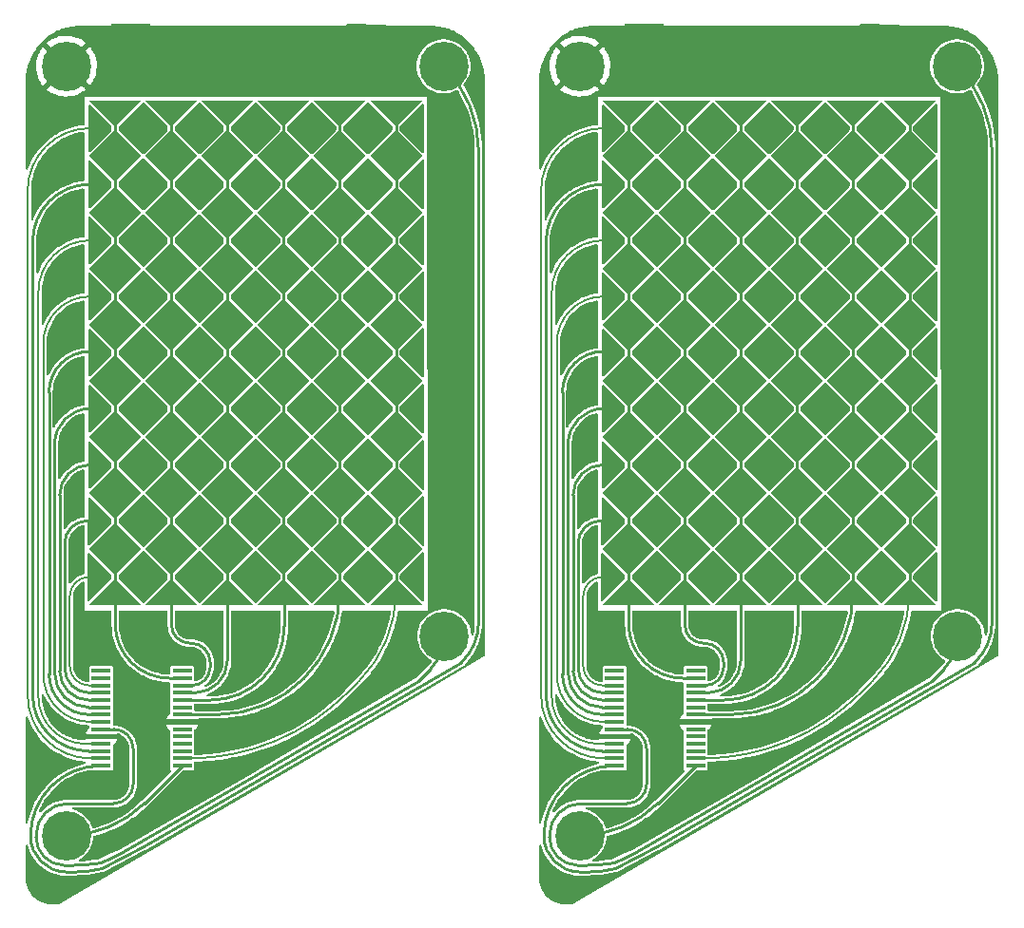
<source format=gbl>
%TF.GenerationSoftware,KiCad,Pcbnew,(6.0.5-0)*%
%TF.CreationDate,2022-06-26T01:51:53+09:00*%
%TF.ProjectId,MTCH6102_breakout_panel,4d544348-3631-4303-925f-627265616b6f,rev?*%
%TF.SameCoordinates,PX649cd60PY5a74bd0*%
%TF.FileFunction,Copper,L2,Bot*%
%TF.FilePolarity,Positive*%
%FSLAX46Y46*%
G04 Gerber Fmt 4.6, Leading zero omitted, Abs format (unit mm)*
G04 Created by KiCad (PCBNEW (6.0.5-0)) date 2022-06-26 01:51:53*
%MOMM*%
%LPD*%
G01*
G04 APERTURE LIST*
G04 Aperture macros list*
%AMRotRect*
0 Rectangle, with rotation*
0 The origin of the aperture is its center*
0 $1 length*
0 $2 width*
0 $3 Rotation angle, in degrees counterclockwise*
0 Add horizontal line*
21,1,$1,$2,0,0,$3*%
%AMOutline4P*
0 Free polygon, 4 corners , with rotation*
0 The origin of the aperture is its center*
0 number of corners: always 4*
0 $1 to $8 corner X, Y*
0 $9 Rotation angle, in degrees counterclockwise*
0 create outline with 4 corners*
4,1,4,$1,$2,$3,$4,$5,$6,$7,$8,$1,$2,$9*%
G04 Aperture macros list end*
%TA.AperFunction,ComponentPad*%
%ADD10C,0.700000*%
%TD*%
%TA.AperFunction,ComponentPad*%
%ADD11C,4.400000*%
%TD*%
%TA.AperFunction,SMDPad,CuDef*%
%ADD12Outline4P,0.000000X-1.175000X0.000000X-1.175000X2.350000X1.175000X-2.350000X1.175000X180.000000*%
%TD*%
%TA.AperFunction,SMDPad,CuDef*%
%ADD13RotRect,3.323400X3.323400X45.000000*%
%TD*%
%TA.AperFunction,SMDPad,CuDef*%
%ADD14Outline4P,0.000000X-1.175000X0.000000X-1.175000X2.350000X1.175000X-2.350000X1.175000X0.000000*%
%TD*%
%TA.AperFunction,SMDPad,CuDef*%
%ADD15R,1.750000X0.450000*%
%TD*%
%TA.AperFunction,ViaPad*%
%ADD16C,0.800000*%
%TD*%
%TA.AperFunction,ViaPad*%
%ADD17C,0.600000*%
%TD*%
%TA.AperFunction,Conductor*%
%ADD18C,0.200000*%
%TD*%
%TA.AperFunction,Conductor*%
%ADD19C,0.250000*%
%TD*%
G04 APERTURE END LIST*
D10*
X36217274Y-4976726D03*
X37384000Y-5460000D03*
D11*
X37384000Y-3810000D03*
D10*
X37384000Y-2160000D03*
X38550726Y-4976726D03*
X35734000Y-3810000D03*
X39034000Y-3810000D03*
X38550726Y-2643274D03*
X36217274Y-2643274D03*
X84754000Y-3810000D03*
X81937274Y-4976726D03*
X83104000Y-5460000D03*
X84270726Y-4976726D03*
X84270726Y-2643274D03*
D11*
X83104000Y-3810000D03*
D10*
X81937274Y-2643274D03*
X81454000Y-3810000D03*
X83104000Y-2160000D03*
X4959226Y-71223274D03*
X2625774Y-71223274D03*
X2142500Y-72390000D03*
D11*
X3792500Y-72390000D03*
D10*
X3792500Y-70740000D03*
X2625774Y-73556726D03*
X5442500Y-72390000D03*
X3792500Y-74040000D03*
X4959226Y-73556726D03*
D11*
X83167500Y-54610000D03*
D10*
X82000774Y-53443274D03*
X84334226Y-55776726D03*
X83167500Y-56260000D03*
X84334226Y-53443274D03*
X82000774Y-55776726D03*
X81517500Y-54610000D03*
X84817500Y-54610000D03*
X83167500Y-52960000D03*
D11*
X49512500Y-72390000D03*
D10*
X48345774Y-71223274D03*
X51162500Y-72390000D03*
X48345774Y-73556726D03*
X50679226Y-71223274D03*
X49512500Y-70740000D03*
X50679226Y-73556726D03*
X47862500Y-72390000D03*
X49512500Y-74040000D03*
X49512500Y-2160000D03*
X51162500Y-3810000D03*
X50679226Y-4976726D03*
D11*
X49512500Y-3810000D03*
D10*
X48345774Y-2643274D03*
X50679226Y-2643274D03*
X49512500Y-5460000D03*
X48345774Y-4976726D03*
X47862500Y-3810000D03*
X36280774Y-55776726D03*
D11*
X37447500Y-54610000D03*
D10*
X37447500Y-56260000D03*
X35797500Y-54610000D03*
X36280774Y-53443274D03*
X38614226Y-53443274D03*
X39097500Y-54610000D03*
X37447500Y-52960000D03*
X38614226Y-55776726D03*
X2625774Y-4976726D03*
X2142500Y-3810000D03*
X3792500Y-5460000D03*
X3792500Y-2160000D03*
D11*
X3792500Y-3810000D03*
D10*
X4959226Y-4976726D03*
X4959226Y-2643274D03*
X5442500Y-3810000D03*
X2625774Y-2643274D03*
D12*
X8150000Y-50642000D03*
X13150000Y-50642000D03*
X18150000Y-50642000D03*
X23150000Y-50642000D03*
X28150000Y-50642000D03*
X33150000Y-50642000D03*
D13*
X8150000Y-11842000D03*
X13150000Y-11842000D03*
X18150000Y-11842000D03*
X23150000Y-11842000D03*
X28150000Y-11842000D03*
X33150000Y-11842000D03*
D14*
X8150000Y-8042000D03*
X13150000Y-8042000D03*
X18150000Y-8042000D03*
X23150000Y-8042000D03*
X28150000Y-8042000D03*
X33150000Y-8042000D03*
D15*
X14100000Y-57717000D03*
X14100000Y-58367000D03*
X14100000Y-59017000D03*
X14100000Y-59667000D03*
X14100000Y-60317000D03*
X14100000Y-60967000D03*
X14100000Y-61617000D03*
X14100000Y-62267000D03*
X14100000Y-62917000D03*
X14100000Y-63567000D03*
X14100000Y-64217000D03*
X14100000Y-64867000D03*
X14100000Y-65517000D03*
X14100000Y-66167000D03*
X6900000Y-66167000D03*
X6900000Y-65517000D03*
X6900000Y-64867000D03*
X6900000Y-64217000D03*
X6900000Y-63567000D03*
X6900000Y-62917000D03*
X6900000Y-62267000D03*
X6900000Y-61617000D03*
X6900000Y-60967000D03*
X6900000Y-60317000D03*
X6900000Y-59667000D03*
X6900000Y-59017000D03*
X6900000Y-58367000D03*
X6900000Y-57717000D03*
D13*
X63870000Y-31842000D03*
X58870000Y-16842000D03*
X78870000Y-11842000D03*
X58870000Y-41842000D03*
X28150000Y-16842000D03*
X33150000Y-36842000D03*
X8150000Y-21842000D03*
X8150000Y-46842000D03*
X58870000Y-31842000D03*
X63870000Y-46842000D03*
D12*
X68870000Y-50642000D03*
D13*
X78870000Y-46842000D03*
X68870000Y-11842000D03*
X23150000Y-21842000D03*
D12*
X53870000Y-50642000D03*
D14*
X53870000Y-8042000D03*
D13*
X63870000Y-36842000D03*
X73870000Y-36842000D03*
D14*
X63870000Y-8042000D03*
D13*
X53870000Y-31842000D03*
X13150000Y-46842000D03*
X18150000Y-16842000D03*
X68870000Y-26842000D03*
X78870000Y-21842000D03*
X78870000Y-16842000D03*
X68870000Y-41842000D03*
X23150000Y-31842000D03*
D14*
X58870000Y-8042000D03*
D12*
X58870000Y-50642000D03*
D13*
X63870000Y-16842000D03*
X68870000Y-46842000D03*
X13150000Y-41842000D03*
X13150000Y-26842000D03*
D12*
X73870000Y-50642000D03*
D13*
X8150000Y-26842000D03*
X28150000Y-41842000D03*
X73870000Y-16842000D03*
X23150000Y-36842000D03*
X63870000Y-21842000D03*
X33150000Y-26842000D03*
X73870000Y-26842000D03*
X33150000Y-16842000D03*
X28150000Y-21842000D03*
X58870000Y-46842000D03*
D15*
X59820000Y-57717000D03*
X59820000Y-58367000D03*
X59820000Y-59017000D03*
X59820000Y-59667000D03*
X59820000Y-60317000D03*
X59820000Y-60967000D03*
X59820000Y-61617000D03*
X59820000Y-62267000D03*
X59820000Y-62917000D03*
X59820000Y-63567000D03*
X59820000Y-64217000D03*
X59820000Y-64867000D03*
X59820000Y-65517000D03*
X59820000Y-66167000D03*
X52620000Y-66167000D03*
X52620000Y-65517000D03*
X52620000Y-64867000D03*
X52620000Y-64217000D03*
X52620000Y-63567000D03*
X52620000Y-62917000D03*
X52620000Y-62267000D03*
X52620000Y-61617000D03*
X52620000Y-60967000D03*
X52620000Y-60317000D03*
X52620000Y-59667000D03*
X52620000Y-59017000D03*
X52620000Y-58367000D03*
X52620000Y-57717000D03*
D13*
X13150000Y-31842000D03*
X33150000Y-46842000D03*
X63870000Y-26842000D03*
X53870000Y-36842000D03*
D12*
X78870000Y-50642000D03*
D14*
X78870000Y-8042000D03*
D13*
X28150000Y-46842000D03*
X53870000Y-46842000D03*
X73870000Y-11842000D03*
X18150000Y-31842000D03*
X78870000Y-31842000D03*
X13150000Y-21842000D03*
X18150000Y-26842000D03*
X78870000Y-26842000D03*
X18150000Y-46842000D03*
X8150000Y-31842000D03*
X68870000Y-21842000D03*
X33150000Y-41842000D03*
X58870000Y-36842000D03*
X73870000Y-46842000D03*
X8150000Y-16842000D03*
X53870000Y-16842000D03*
X8150000Y-41842000D03*
X78870000Y-41842000D03*
X58870000Y-21842000D03*
X18150000Y-41842000D03*
X13150000Y-36842000D03*
X63870000Y-11842000D03*
X23150000Y-26842000D03*
X18150000Y-36842000D03*
X58870000Y-11842000D03*
D14*
X73870000Y-8042000D03*
D13*
X23150000Y-16842000D03*
X53870000Y-41842000D03*
X28150000Y-31842000D03*
X68870000Y-36842000D03*
X23150000Y-41842000D03*
D14*
X68870000Y-8042000D03*
D13*
X68870000Y-31842000D03*
X13150000Y-16842000D03*
X53870000Y-11842000D03*
X63870000Y-41842000D03*
X58870000Y-26842000D03*
X78870000Y-36842000D03*
X23150000Y-46842000D03*
X33150000Y-31842000D03*
D12*
X63870000Y-50642000D03*
D13*
X73870000Y-41842000D03*
X18150000Y-21842000D03*
X73870000Y-21842000D03*
X8150000Y-36842000D03*
X28150000Y-26842000D03*
X53870000Y-21842000D03*
X68870000Y-16842000D03*
X33150000Y-21842000D03*
X53870000Y-26842000D03*
X73870000Y-31842000D03*
X28150000Y-36842000D03*
D16*
X17400000Y-24342000D03*
X63120000Y-24342000D03*
X12400000Y-24342000D03*
X73120000Y-24342000D03*
X58120000Y-24342000D03*
X74620000Y-24342000D03*
X59620000Y-24342000D03*
X8900000Y-24342000D03*
X64620000Y-24342000D03*
X78120000Y-24342000D03*
X28900000Y-24342000D03*
X13900000Y-24342000D03*
X18900000Y-24342000D03*
X69620000Y-24342000D03*
X32400000Y-24342000D03*
X53120000Y-24342000D03*
X68120000Y-24342000D03*
X7400000Y-24342000D03*
X79620000Y-24342000D03*
X33900000Y-24342000D03*
X22400000Y-24342000D03*
X23900000Y-24342000D03*
X54620000Y-24342000D03*
X27400000Y-24342000D03*
X79620000Y-29342000D03*
X73120000Y-29342000D03*
X33900000Y-29342000D03*
X7400000Y-29342000D03*
X58120000Y-29342000D03*
X28900000Y-29342000D03*
X32400000Y-29342000D03*
X22400000Y-29342000D03*
X23900000Y-29342000D03*
X78120000Y-29342000D03*
X8900000Y-29342000D03*
X12400000Y-29342000D03*
X13900000Y-29342000D03*
X27400000Y-29342000D03*
X74620000Y-29342000D03*
X64620000Y-29342000D03*
X53120000Y-29342000D03*
X54620000Y-29342000D03*
X69620000Y-29342000D03*
X68120000Y-29342000D03*
X18900000Y-29342000D03*
X63120000Y-29342000D03*
X17400000Y-29342000D03*
X59620000Y-29342000D03*
X53120000Y-34342000D03*
X28900000Y-34342000D03*
X64620000Y-34342000D03*
X78120000Y-34342000D03*
X79620000Y-34342000D03*
X33900000Y-34342000D03*
X32400000Y-34342000D03*
X74620000Y-34342000D03*
X22400000Y-34342000D03*
X7400000Y-34342000D03*
X27400000Y-34342000D03*
X73120000Y-34342000D03*
X59620000Y-34342000D03*
X58120000Y-34342000D03*
X13900000Y-34342000D03*
X69620000Y-34342000D03*
X63120000Y-34342000D03*
X18900000Y-34342000D03*
X12400000Y-34342000D03*
X54620000Y-34342000D03*
X68120000Y-34342000D03*
X23900000Y-34342000D03*
X8900000Y-34342000D03*
X17400000Y-34342000D03*
X33900000Y-39342000D03*
X54620000Y-39342000D03*
X23900000Y-39342000D03*
X8900000Y-39342000D03*
X59620000Y-39342000D03*
X73120000Y-39342000D03*
X79620000Y-39342000D03*
X53120000Y-39342000D03*
X64620000Y-39342000D03*
X32400000Y-39342000D03*
X13900000Y-39342000D03*
X74620000Y-39342000D03*
X58120000Y-39342000D03*
X22400000Y-39342000D03*
X17400000Y-39342000D03*
X28900000Y-39342000D03*
X27400000Y-39342000D03*
X69620000Y-39342000D03*
X68120000Y-39342000D03*
X7400000Y-39342000D03*
X78120000Y-39342000D03*
X63120000Y-39342000D03*
X18900000Y-39342000D03*
X12400000Y-39342000D03*
X63120000Y-44342000D03*
X53120000Y-44342000D03*
X74620000Y-44342000D03*
X27400000Y-44342000D03*
X8900000Y-44342000D03*
X32400000Y-44342000D03*
X17400000Y-44342000D03*
X33900000Y-44342000D03*
X58120000Y-44342000D03*
X54620000Y-44342000D03*
X22400000Y-44342000D03*
X68120000Y-44342000D03*
X69620000Y-44342000D03*
X18900000Y-44342000D03*
X7400000Y-44342000D03*
X64620000Y-44342000D03*
X78120000Y-44342000D03*
X73120000Y-44342000D03*
X13900000Y-44342000D03*
X59620000Y-44342000D03*
X28900000Y-44342000D03*
X12400000Y-44342000D03*
X23900000Y-44342000D03*
X79620000Y-44342000D03*
X68120000Y-49342000D03*
X27400000Y-49342000D03*
X69620000Y-49342000D03*
X33900000Y-49342000D03*
X18900000Y-49342000D03*
X63120000Y-49342000D03*
X58120000Y-49342000D03*
X59620000Y-49342000D03*
X74620000Y-49342000D03*
X32400000Y-49342000D03*
X73120000Y-49342000D03*
X12400000Y-49342000D03*
X64620000Y-49342000D03*
X13900000Y-49342000D03*
X22400000Y-49342000D03*
X7400000Y-49342000D03*
X17400000Y-49342000D03*
X53120000Y-49342000D03*
X23900000Y-49342000D03*
X78120000Y-49342000D03*
X54620000Y-49342000D03*
X79620000Y-49342000D03*
X8900000Y-49342000D03*
X28900000Y-49342000D03*
X33900000Y-9342000D03*
X63120000Y-9342000D03*
X58120000Y-9342000D03*
X54620000Y-9342000D03*
X32400000Y-9342000D03*
X17400000Y-9342000D03*
X8900000Y-9342000D03*
X27400000Y-9342000D03*
X28900000Y-9342000D03*
X64620000Y-9342000D03*
X18900000Y-9342000D03*
X79620000Y-9342000D03*
X78120000Y-9342000D03*
X13900000Y-9342000D03*
X73120000Y-9342000D03*
X59620000Y-9342000D03*
X12400000Y-9342000D03*
X7400000Y-9342000D03*
X23900000Y-9342000D03*
X22400000Y-9342000D03*
X53120000Y-9342000D03*
X68120000Y-9342000D03*
X74620000Y-9342000D03*
X69620000Y-9342000D03*
X74620000Y-14342000D03*
X59620000Y-14342000D03*
X63120000Y-14342000D03*
X13900000Y-14342000D03*
X27400000Y-14342000D03*
X54620000Y-14342000D03*
X12400000Y-14342000D03*
X64620000Y-14342000D03*
X69620000Y-14342000D03*
X7400000Y-14342000D03*
X33900000Y-14342000D03*
X8900000Y-14342000D03*
X53120000Y-14342000D03*
X18900000Y-14342000D03*
X79620000Y-14342000D03*
X23900000Y-14342000D03*
X32400000Y-14342000D03*
X28900000Y-14342000D03*
X78120000Y-14342000D03*
X22400000Y-14342000D03*
X58120000Y-14342000D03*
X68120000Y-14342000D03*
X73120000Y-14342000D03*
X17400000Y-14342000D03*
X54620000Y-19342000D03*
X63120000Y-19342000D03*
X58120000Y-19342000D03*
X12400000Y-19342000D03*
X32400000Y-19342000D03*
X28900000Y-19342000D03*
X13900000Y-19342000D03*
X17400000Y-19342000D03*
X22400000Y-19342000D03*
X74620000Y-19342000D03*
X73120000Y-19342000D03*
X8900000Y-19342000D03*
X78120000Y-19342000D03*
X23900000Y-19342000D03*
X7400000Y-19342000D03*
X33900000Y-19342000D03*
X64620000Y-19342000D03*
X27400000Y-19342000D03*
X69620000Y-19342000D03*
X59620000Y-19342000D03*
X53120000Y-19342000D03*
X68120000Y-19342000D03*
X79620000Y-19342000D03*
X18900000Y-19342000D03*
X30700000Y-5842000D03*
X15700000Y-52942000D03*
X15700000Y-5842000D03*
D17*
X50920000Y-63142000D03*
D16*
X4900000Y-41842000D03*
D17*
X5200000Y-63142000D03*
D16*
X50620000Y-36842000D03*
X20700000Y-5842000D03*
D17*
X48920000Y-65942000D03*
D16*
X66420000Y-5842000D03*
X82220000Y-41842000D03*
X36500000Y-6842000D03*
X50620000Y-41842000D03*
X82220000Y-36842000D03*
X4900000Y-36842000D03*
X61420000Y-5842000D03*
X50620000Y-26842000D03*
X76420000Y-52942000D03*
X50600000Y-52942000D03*
X36500000Y-26842000D03*
D17*
X3200000Y-65942000D03*
D16*
X50620000Y-16842000D03*
X4900000Y-21842000D03*
X4900000Y-26842000D03*
X82220000Y-16842000D03*
X4900000Y-52900000D03*
X82220000Y-46842000D03*
X56420000Y-5842000D03*
X50620000Y-21842000D03*
X66420000Y-52942000D03*
X82220000Y-11842000D03*
X10700000Y-52942000D03*
X50620000Y-31842000D03*
X61420000Y-52942000D03*
X10700000Y-5842000D03*
X4900000Y-46842000D03*
X36500000Y-36842000D03*
X82220000Y-31842000D03*
X71420000Y-5842000D03*
X30700000Y-52942000D03*
X71420000Y-52942000D03*
X4900000Y-11942000D03*
X25700000Y-52942000D03*
X50620000Y-11942000D03*
X36500000Y-11842000D03*
X36500000Y-41842000D03*
X50620000Y-46842000D03*
X82220000Y-6842000D03*
X82220000Y-21842000D03*
X4900000Y-31842000D03*
X4900000Y-16842000D03*
X4900000Y-6842000D03*
X25700000Y-5842000D03*
X56420000Y-52942000D03*
X20700000Y-52942000D03*
X76420000Y-5842000D03*
X36500000Y-16842000D03*
X50620000Y-6842000D03*
X36500000Y-21842000D03*
X82220000Y-26842000D03*
X36500000Y-46842000D03*
X36500000Y-31842000D03*
D18*
X74571535Y-59640465D02*
X75546598Y-58665402D01*
D19*
X33150000Y-26842000D02*
X33150000Y-21842000D01*
X78870000Y-46842000D02*
X78870000Y-41842000D01*
X78870000Y-26842000D02*
X78870000Y-21842000D01*
X78870000Y-50710020D02*
X78870000Y-50642000D01*
X33150000Y-31842000D02*
X33150000Y-26842000D01*
X78870000Y-36842000D02*
X78870000Y-31842000D01*
X78870000Y-50642000D02*
X78870000Y-46842000D01*
D18*
X14100000Y-65517000D02*
X14664327Y-65517000D01*
D19*
X33150000Y-50710020D02*
X33150000Y-50642000D01*
X78870000Y-16842000D02*
X78870000Y-21842000D01*
D18*
X28851535Y-59640465D02*
X29826598Y-58665402D01*
D19*
X78870000Y-8042000D02*
X78870000Y-11842000D01*
X33150000Y-46842000D02*
X33150000Y-41842000D01*
X78870000Y-31842000D02*
X78870000Y-26842000D01*
X78870000Y-41842000D02*
X78870000Y-36842000D01*
X33150000Y-41842000D02*
X33150000Y-36842000D01*
X33150000Y-16842000D02*
X33150000Y-21842000D01*
X78870000Y-16842000D02*
X78870000Y-11842000D01*
X33150000Y-16842000D02*
X33150000Y-11842000D01*
X33150000Y-36842000D02*
X33150000Y-31842000D01*
D18*
X59820000Y-65517000D02*
X60384327Y-65517000D01*
D19*
X33150000Y-8042000D02*
X33150000Y-11842000D01*
X33150000Y-50642000D02*
X33150000Y-46842000D01*
D18*
X74571513Y-59640443D02*
G75*
G02*
X60384327Y-65517000I-14187213J14187143D01*
G01*
X28851513Y-59640443D02*
G75*
G02*
X14664327Y-65517000I-14187213J14187143D01*
G01*
X78870001Y-50642000D02*
G75*
G02*
X75546598Y-58665402I-11346801J0D01*
G01*
X33150001Y-50642000D02*
G75*
G02*
X29826598Y-58665402I-11346801J0D01*
G01*
D19*
X73870000Y-41842000D02*
X73870000Y-36842000D01*
X73870000Y-21842000D02*
X73870000Y-26842000D01*
X28150000Y-31842000D02*
X28150000Y-36842000D01*
X73870000Y-46842000D02*
X73870000Y-41842000D01*
X59820000Y-61617000D02*
X62895000Y-61617000D01*
X28150000Y-41842000D02*
X28150000Y-36842000D01*
X73870000Y-50642000D02*
X73870000Y-46842000D01*
X28150000Y-21842000D02*
X28150000Y-26842000D01*
X73870000Y-11842000D02*
X73870000Y-8042000D01*
X14100000Y-61617000D02*
X17175000Y-61617000D01*
X28150000Y-26842000D02*
X28150000Y-31842000D01*
X28150000Y-21842000D02*
X28150000Y-16842000D01*
X73870000Y-11842000D02*
X73870000Y-16842000D01*
X28150000Y-50642000D02*
X28150000Y-46842000D01*
X73870000Y-31842000D02*
X73870000Y-36842000D01*
X28150000Y-11842000D02*
X28150000Y-8042000D01*
X28150000Y-46842000D02*
X28150000Y-41842000D01*
X73870000Y-26842000D02*
X73870000Y-31842000D01*
X73870000Y-21842000D02*
X73870000Y-16842000D01*
X28150000Y-11842000D02*
X28150000Y-16842000D01*
X73870000Y-50642000D02*
G75*
G02*
X62895000Y-61617000I-10975000J0D01*
G01*
X28150000Y-50642000D02*
G75*
G02*
X17175000Y-61617000I-10975000J0D01*
G01*
X23150000Y-8042000D02*
X23150000Y-11842000D01*
X23200000Y-53742000D02*
X23200000Y-50692000D01*
X23150000Y-26842000D02*
X23150000Y-31842000D01*
X23150000Y-11842000D02*
X23150000Y-16842000D01*
X23150000Y-36842000D02*
X23150000Y-41842000D01*
X68870000Y-31842000D02*
X68870000Y-36842000D01*
X23150000Y-21842000D02*
X23150000Y-26842000D01*
X23150000Y-31842000D02*
X23150000Y-36842000D01*
X68870000Y-11842000D02*
X68870000Y-16842000D01*
X23150000Y-50642000D02*
X23150000Y-46842000D01*
X23150000Y-41842000D02*
X23150000Y-46842000D01*
X68870000Y-41842000D02*
X68870000Y-46842000D01*
X68870000Y-8042000D02*
X68870000Y-11842000D01*
X14100000Y-60317000D02*
X16625000Y-60317000D01*
X68870000Y-36842000D02*
X68870000Y-41842000D01*
X68870000Y-26842000D02*
X68870000Y-31842000D01*
X68870000Y-16842000D02*
X68870000Y-21842000D01*
X68870000Y-21842000D02*
X68870000Y-26842000D01*
X23150000Y-16842000D02*
X23150000Y-21842000D01*
X68920000Y-53742000D02*
X68920000Y-50692000D01*
X68870000Y-50642000D02*
X68870000Y-46842000D01*
X59820000Y-60317000D02*
X62345000Y-60317000D01*
X68920000Y-53742000D02*
G75*
G02*
X62345000Y-60317000I-6575000J0D01*
G01*
X23150000Y-50642000D02*
G75*
G02*
X23200000Y-50692000I0J-50000D01*
G01*
X68870000Y-50642000D02*
G75*
G02*
X68920000Y-50692000I0J-50000D01*
G01*
X23200000Y-53742000D02*
G75*
G02*
X16625000Y-60317000I-6575000J0D01*
G01*
X18150000Y-16842000D02*
X18150000Y-11842000D01*
X63870000Y-36842000D02*
X63870000Y-31842000D01*
X63870000Y-26842000D02*
X63870000Y-21842000D01*
X18150000Y-21842000D02*
X18150000Y-16842000D01*
X59820000Y-59667000D02*
X60945000Y-59667000D01*
X18150000Y-36842000D02*
X18150000Y-31842000D01*
X18150000Y-31842000D02*
X18150000Y-26842000D01*
X63870000Y-50642000D02*
X63870000Y-46842000D01*
X63870000Y-16842000D02*
X63870000Y-11842000D01*
X14100000Y-59667000D02*
X15225000Y-59667000D01*
X18150000Y-46842000D02*
X18150000Y-41842000D01*
X18150000Y-50642000D02*
X18150000Y-46842000D01*
X18150000Y-11842000D02*
X18150000Y-8042000D01*
X18150000Y-56742000D02*
X18150000Y-50642000D01*
X63870000Y-31842000D02*
X63870000Y-26842000D01*
X18150000Y-26842000D02*
X18150000Y-21842000D01*
X63870000Y-21842000D02*
X63870000Y-16842000D01*
X63870000Y-41842000D02*
X63870000Y-36842000D01*
X18150000Y-41842000D02*
X18150000Y-36842000D01*
X63870000Y-46842000D02*
X63870000Y-41842000D01*
X63870000Y-56742000D02*
X63870000Y-50642000D01*
X63870000Y-11842000D02*
X63870000Y-8042000D01*
X63870000Y-56742000D02*
G75*
G02*
X60945000Y-59667000I-2925000J0D01*
G01*
X18150000Y-56742000D02*
G75*
G02*
X15225000Y-59667000I-2925000J0D01*
G01*
X13150000Y-16842000D02*
X13150000Y-21842000D01*
X58870000Y-16842000D02*
X58870000Y-21842000D01*
X13150000Y-11842000D02*
X13150000Y-16842000D01*
X58870000Y-26842000D02*
X58870000Y-31842000D01*
X58870000Y-46842000D02*
X58870000Y-50642000D01*
X13150000Y-26842000D02*
X13150000Y-31842000D01*
X14901629Y-55242000D02*
X14776911Y-55242000D01*
X58870000Y-41842000D02*
X58870000Y-46842000D01*
X13150000Y-46842000D02*
X13150000Y-50642000D01*
X58870000Y-53615089D02*
X58870000Y-50642000D01*
X13150000Y-41842000D02*
X13150000Y-46842000D01*
X58870000Y-8042000D02*
X58870000Y-11842000D01*
X14100000Y-59017000D02*
X14971267Y-59017000D01*
X13150000Y-31842000D02*
X13150000Y-36842000D01*
X16600000Y-57388267D02*
X16600000Y-56940371D01*
X13150000Y-8042000D02*
X13150000Y-11842000D01*
X13150000Y-53615089D02*
X13150000Y-50642000D01*
X13150000Y-21842000D02*
X13150000Y-26842000D01*
X58870000Y-21842000D02*
X58870000Y-26842000D01*
X58870000Y-31842000D02*
X58870000Y-36842000D01*
X58870000Y-36842000D02*
X58870000Y-41842000D01*
X62320000Y-57388267D02*
X62320000Y-56940371D01*
X13150000Y-36842000D02*
X13150000Y-41842000D01*
X58870000Y-11842000D02*
X58870000Y-16842000D01*
X59820000Y-59017000D02*
X60691267Y-59017000D01*
X60621629Y-55242000D02*
X60496911Y-55242000D01*
X14901629Y-55242000D02*
G75*
G02*
X16600000Y-56940371I-29J-1698400D01*
G01*
X60621629Y-55242000D02*
G75*
G02*
X62320000Y-56940371I-29J-1698400D01*
G01*
X62320000Y-57388267D02*
G75*
G02*
X60691267Y-59017000I-1628700J-33D01*
G01*
X13150000Y-53615089D02*
G75*
G03*
X14776911Y-55242000I1626900J-11D01*
G01*
X58870000Y-53615089D02*
G75*
G03*
X60496911Y-55242000I1626900J-11D01*
G01*
X16600000Y-57388267D02*
G75*
G02*
X14971267Y-59017000I-1628700J-33D01*
G01*
X8150000Y-26842000D02*
X8150000Y-21842000D01*
X14100000Y-58367000D02*
X12975000Y-58367000D01*
X53870000Y-31842000D02*
X53870000Y-26842000D01*
X53870000Y-46842000D02*
X53870000Y-41842000D01*
X53870000Y-26842000D02*
X53870000Y-21842000D01*
X53870000Y-36842000D02*
X53870000Y-31842000D01*
X53870000Y-16842000D02*
X53870000Y-11842000D01*
X53870000Y-50642000D02*
X53870000Y-46842000D01*
X59820000Y-58367000D02*
X58695000Y-58367000D01*
X8150000Y-31842000D02*
X8150000Y-26842000D01*
X53870000Y-53542000D02*
X53870000Y-50642000D01*
X53870000Y-41842000D02*
X53870000Y-36842000D01*
X8150000Y-50642000D02*
X8150000Y-46842000D01*
X8150000Y-53542000D02*
X8150000Y-50642000D01*
X8150000Y-41842000D02*
X8150000Y-36842000D01*
X8150000Y-16842000D02*
X8150000Y-11842000D01*
X8150000Y-36842000D02*
X8150000Y-31842000D01*
X53870000Y-21842000D02*
X53870000Y-16842000D01*
X8150000Y-46842000D02*
X8150000Y-41842000D01*
X8150000Y-11842000D02*
X8150000Y-8042000D01*
X53870000Y-11842000D02*
X53870000Y-8042000D01*
X8150000Y-21842000D02*
X8150000Y-16842000D01*
X53870013Y-50642013D02*
G75*
G03*
X53845000Y-50702355I60387J-60387D01*
G01*
X8150013Y-50642013D02*
G75*
G03*
X8125000Y-50702355I60387J-60387D01*
G01*
X8150000Y-53542000D02*
G75*
G03*
X12975000Y-58367000I4825000J0D01*
G01*
X53870000Y-53542000D02*
G75*
G03*
X58695000Y-58367000I4825000J0D01*
G01*
D18*
X1750000Y-58072973D02*
X1750000Y-28492000D01*
D19*
X23900000Y-24342000D02*
X27400000Y-24342000D01*
D18*
X47470000Y-58072973D02*
X47470000Y-28492000D01*
D19*
X69620000Y-24342000D02*
X73120000Y-24342000D01*
D18*
X52620000Y-62267000D02*
X51664027Y-62267000D01*
D19*
X13900000Y-24342000D02*
X17400000Y-24342000D01*
X59620000Y-24342000D02*
X63120000Y-24342000D01*
X74620000Y-24342000D02*
X78120000Y-24342000D01*
D18*
X6900000Y-62267000D02*
X5944027Y-62267000D01*
D19*
X18900000Y-24342000D02*
X22400000Y-24342000D01*
X64620000Y-24342000D02*
X68120000Y-24342000D01*
X28900000Y-24342000D02*
X32400000Y-24342000D01*
X54620000Y-24342000D02*
X58120000Y-24342000D01*
X51620000Y-24342000D02*
X53120000Y-24342000D01*
X5900000Y-24342000D02*
X7400000Y-24342000D01*
X8900000Y-24342000D02*
X12400000Y-24342000D01*
D18*
X51620000Y-24342000D02*
G75*
G03*
X47470000Y-28492000I0J-4150000D01*
G01*
X1750000Y-58072973D02*
G75*
G03*
X5944027Y-62267000I4194000J-27D01*
G01*
X5900000Y-24342000D02*
G75*
G03*
X1750000Y-28492000I0J-4150000D01*
G01*
X47470000Y-58072973D02*
G75*
G03*
X51664027Y-62267000I4194000J-27D01*
G01*
D19*
X74615429Y-29373692D02*
X78115429Y-29373692D01*
X23895429Y-29373692D02*
X27395429Y-29373692D01*
X13895429Y-29373692D02*
X17395429Y-29373692D01*
X69615429Y-29373692D02*
X73115429Y-29373692D01*
X52620000Y-61617000D02*
X51795000Y-61617000D01*
X5900000Y-29242000D02*
X7300000Y-29242000D01*
X18895429Y-29373692D02*
X22395429Y-29373692D01*
X47970000Y-57987481D02*
X47970000Y-32892000D01*
X51620000Y-29242000D02*
X53020000Y-29242000D01*
X6900000Y-61617000D02*
X5879519Y-61617000D01*
X59615429Y-29373692D02*
X63115429Y-29373692D01*
X52620000Y-61617000D02*
X51599519Y-61617000D01*
X64615429Y-29373692D02*
X68115429Y-29373692D01*
X2250000Y-57987481D02*
X2250000Y-32892000D01*
X6900000Y-61617000D02*
X6075000Y-61617000D01*
X54615429Y-29373692D02*
X58115429Y-29373692D01*
X8895429Y-29373692D02*
X12395429Y-29373692D01*
X28895429Y-29373692D02*
X32395429Y-29373692D01*
X5900000Y-29242000D02*
G75*
G03*
X2250000Y-32892000I0J-3650000D01*
G01*
X2250000Y-57987481D02*
G75*
G03*
X5879519Y-61617000I3629500J-19D01*
G01*
X53120000Y-29342000D02*
G75*
G03*
X53020000Y-29242000I-100000J0D01*
G01*
X51620000Y-29242000D02*
G75*
G03*
X47970000Y-32892000I0J-3650000D01*
G01*
X47970000Y-57987481D02*
G75*
G03*
X51599519Y-61617000I3629500J-19D01*
G01*
X7400000Y-29342000D02*
G75*
G03*
X7300000Y-29242000I-100000J0D01*
G01*
X6900000Y-60967000D02*
X5800978Y-60967000D01*
X18900000Y-34342000D02*
X22400000Y-34342000D01*
X51620000Y-34342000D02*
X53120000Y-34342000D01*
X5900000Y-34342000D02*
X7400000Y-34342000D01*
X69620000Y-34342000D02*
X73120000Y-34342000D01*
X8900000Y-34342000D02*
X12400000Y-34342000D01*
X52620000Y-60967000D02*
X51520978Y-60967000D01*
X48470000Y-57916022D02*
X48470000Y-37492000D01*
X54620000Y-34342000D02*
X58120000Y-34342000D01*
X28900000Y-34342000D02*
X32400000Y-34342000D01*
X2750000Y-57916022D02*
X2750000Y-37492000D01*
X74620000Y-34342000D02*
X78120000Y-34342000D01*
X59620000Y-34342000D02*
X63120000Y-34342000D01*
X13900000Y-34342000D02*
X17400000Y-34342000D01*
X64620000Y-34342000D02*
X68120000Y-34342000D01*
X23900000Y-34342000D02*
X27400000Y-34342000D01*
X51620000Y-34342000D02*
G75*
G03*
X48470000Y-37492000I0J-3150000D01*
G01*
X48470000Y-57916022D02*
G75*
G03*
X51520978Y-60967000I3051000J22D01*
G01*
X5900000Y-34342000D02*
G75*
G03*
X2750000Y-37492000I0J-3150000D01*
G01*
X2750000Y-57916022D02*
G75*
G03*
X5800978Y-60967000I3051000J22D01*
G01*
X28900000Y-39342000D02*
X32400000Y-39342000D01*
X48920000Y-57716022D02*
X48920000Y-42042000D01*
X23900000Y-39342000D02*
X27400000Y-39342000D01*
X54620000Y-39342000D02*
X58120000Y-39342000D01*
X18900000Y-39342000D02*
X22400000Y-39342000D01*
X69620000Y-39342000D02*
X73120000Y-39342000D01*
X5900000Y-39342000D02*
X7400000Y-39342000D01*
X52620000Y-60317000D02*
X51520978Y-60317000D01*
X59620000Y-39342000D02*
X63120000Y-39342000D01*
X8900000Y-39342000D02*
X12400000Y-39342000D01*
X13900000Y-39342000D02*
X17400000Y-39342000D01*
X74620000Y-39342000D02*
X78120000Y-39342000D01*
X6900000Y-60317000D02*
X5800978Y-60317000D01*
X64620000Y-39342000D02*
X68120000Y-39342000D01*
X51620000Y-39342000D02*
X53120000Y-39342000D01*
X3200000Y-57716022D02*
X3200000Y-42042000D01*
X51620000Y-39342000D02*
G75*
G03*
X48920000Y-42042000I0J-2700000D01*
G01*
X5900000Y-39342000D02*
G75*
G03*
X3200000Y-42042000I0J-2700000D01*
G01*
X3200000Y-57716022D02*
G75*
G03*
X5800978Y-60317000I2601000J22D01*
G01*
X48920000Y-57716022D02*
G75*
G03*
X51520978Y-60317000I2601000J22D01*
G01*
X8900000Y-44342000D02*
X12400000Y-44342000D01*
X28900000Y-44342000D02*
X32400000Y-44342000D01*
X74620000Y-44342000D02*
X78120000Y-44342000D01*
X23900000Y-44342000D02*
X27400000Y-44342000D01*
X69620000Y-44342000D02*
X73120000Y-44342000D01*
X49370000Y-57492000D02*
X49370000Y-46342000D01*
X52620000Y-59667000D02*
X51545000Y-59667000D01*
X64620000Y-44342000D02*
X68120000Y-44342000D01*
X51370000Y-44342000D02*
X53120000Y-44342000D01*
X6900000Y-59667000D02*
X5825000Y-59667000D01*
X59620000Y-44342000D02*
X63120000Y-44342000D01*
X54620000Y-44342000D02*
X58120000Y-44342000D01*
X3650000Y-57492000D02*
X3650000Y-46342000D01*
X18900000Y-44342000D02*
X22400000Y-44342000D01*
X13900000Y-44342000D02*
X17400000Y-44342000D01*
X5650000Y-44342000D02*
X7400000Y-44342000D01*
X49370000Y-57492000D02*
G75*
G03*
X51545000Y-59667000I2175000J0D01*
G01*
X3650000Y-57492000D02*
G75*
G03*
X5825000Y-59667000I2175000J0D01*
G01*
X51370000Y-44342000D02*
G75*
G03*
X49370000Y-46342000I0J-2000000D01*
G01*
X5650000Y-44342000D02*
G75*
G03*
X3650000Y-46342000I0J-2000000D01*
G01*
X13900000Y-49342000D02*
X17400000Y-49342000D01*
X54620000Y-49342000D02*
X58120000Y-49342000D01*
X28900000Y-49342000D02*
X32400000Y-49342000D01*
D18*
X4100000Y-57292000D02*
X4100000Y-51042000D01*
D19*
X23900000Y-49342000D02*
X27400000Y-49342000D01*
D18*
X6900000Y-59017000D02*
X5825000Y-59017000D01*
D19*
X5800000Y-49342000D02*
X7400000Y-49342000D01*
X69620000Y-49342000D02*
X73120000Y-49342000D01*
X18900000Y-49342000D02*
X22400000Y-49342000D01*
D18*
X52620000Y-59017000D02*
X51545000Y-59017000D01*
D19*
X8900000Y-49342000D02*
X12400000Y-49342000D01*
X64620000Y-49342000D02*
X68120000Y-49342000D01*
X74620000Y-49342000D02*
X78120000Y-49342000D01*
X51520000Y-49342000D02*
X53120000Y-49342000D01*
D18*
X49820000Y-57292000D02*
X49820000Y-51042000D01*
D19*
X59620000Y-49342000D02*
X63120000Y-49342000D01*
D18*
X5800000Y-49342000D02*
G75*
G03*
X4100000Y-51042000I0J-1700000D01*
G01*
X51520000Y-49342000D02*
G75*
G03*
X49820000Y-51042000I0J-1700000D01*
G01*
X4100000Y-57292000D02*
G75*
G03*
X5825000Y-59017000I1725000J0D01*
G01*
X49820000Y-57292000D02*
G75*
G03*
X51545000Y-59017000I1725000J0D01*
G01*
D19*
X74620000Y-9342000D02*
X78120000Y-9342000D01*
X13900000Y-9342000D02*
X17400000Y-9342000D01*
D18*
X46070000Y-14892000D02*
X46070000Y-59892761D01*
X51694239Y-65517000D02*
X52620000Y-65517000D01*
D19*
X5900000Y-9342000D02*
X7400000Y-9342000D01*
D18*
X5974239Y-65517000D02*
X6900000Y-65517000D01*
D19*
X69620000Y-9342000D02*
X73120000Y-9342000D01*
X51620000Y-9342000D02*
X53120000Y-9342000D01*
X8900000Y-9342000D02*
X12400000Y-9342000D01*
X54620000Y-9342000D02*
X58120000Y-9342000D01*
X28900000Y-9342000D02*
X32400000Y-9342000D01*
X64620000Y-9342000D02*
X68120000Y-9342000D01*
X59620000Y-9342000D02*
X63120000Y-9342000D01*
X18900000Y-9342000D02*
X22400000Y-9342000D01*
X23900000Y-9342000D02*
X27400000Y-9342000D01*
D18*
X350000Y-14892000D02*
X350000Y-59892761D01*
X5974239Y-65517000D02*
G75*
G02*
X350000Y-59892761I1J5624240D01*
G01*
X46070000Y-14892000D02*
G75*
G02*
X51620000Y-9342000I5550000J0D01*
G01*
X51694239Y-65517000D02*
G75*
G02*
X46070000Y-59892761I1J5624240D01*
G01*
X350000Y-14892000D02*
G75*
G02*
X5900000Y-9342000I5550000J0D01*
G01*
D19*
X13900000Y-14342000D02*
X17400000Y-14342000D01*
X52620000Y-64867000D02*
X51520978Y-64867000D01*
X59620000Y-14342000D02*
X63120000Y-14342000D01*
X800000Y-59866022D02*
X800000Y-19442000D01*
X5900000Y-14342000D02*
X7400000Y-14342000D01*
X69620000Y-14342000D02*
X73120000Y-14342000D01*
X8900000Y-14342000D02*
X12400000Y-14342000D01*
X54620000Y-14342000D02*
X58120000Y-14342000D01*
X46520000Y-59866022D02*
X46520000Y-19442000D01*
X18900000Y-14342000D02*
X22400000Y-14342000D01*
X28900000Y-14342000D02*
X32400000Y-14342000D01*
X51620000Y-14342000D02*
X53120000Y-14342000D01*
X74620000Y-14342000D02*
X78120000Y-14342000D01*
X23900000Y-14342000D02*
X27400000Y-14342000D01*
X64620000Y-14342000D02*
X68120000Y-14342000D01*
X6900000Y-64867000D02*
X5800978Y-64867000D01*
X800000Y-59866022D02*
G75*
G03*
X5800978Y-64867000I5001000J22D01*
G01*
X51620000Y-14342000D02*
G75*
G03*
X46520000Y-19442000I0J-5100000D01*
G01*
X5900000Y-14342000D02*
G75*
G03*
X800000Y-19442000I0J-5100000D01*
G01*
X46520000Y-59866022D02*
G75*
G03*
X51520978Y-64867000I5001000J22D01*
G01*
X23900000Y-19342000D02*
X27400000Y-19342000D01*
D18*
X6900000Y-64217000D02*
X5525000Y-64217000D01*
D19*
X28900000Y-19342000D02*
X32400000Y-19342000D01*
D18*
X1300000Y-59992000D02*
X1300000Y-23942000D01*
D19*
X64620000Y-19342000D02*
X68120000Y-19342000D01*
D18*
X52620000Y-64217000D02*
X51245000Y-64217000D01*
D19*
X13900000Y-19342000D02*
X17400000Y-19342000D01*
X8900000Y-19342000D02*
X12400000Y-19342000D01*
X74620000Y-19342000D02*
X78120000Y-19342000D01*
X59620000Y-19342000D02*
X63120000Y-19342000D01*
X18900000Y-19342000D02*
X22400000Y-19342000D01*
X69620000Y-19342000D02*
X73120000Y-19342000D01*
X5900000Y-19342000D02*
X7400000Y-19342000D01*
X51620000Y-19342000D02*
X53120000Y-19342000D01*
D18*
X47020000Y-59992000D02*
X47020000Y-23942000D01*
D19*
X54620000Y-19342000D02*
X58120000Y-19342000D01*
D18*
X47020000Y-59992000D02*
G75*
G03*
X51245000Y-64217000I4225000J0D01*
G01*
X51620000Y-19342000D02*
G75*
G03*
X47020000Y-23942000I0J-4600000D01*
G01*
X5900000Y-19342000D02*
G75*
G03*
X1300000Y-23942000I0J-4600000D01*
G01*
X1300000Y-59992000D02*
G75*
G03*
X5525000Y-64217000I4225000J0D01*
G01*
D19*
X58045000Y-62267000D02*
X59820000Y-62267000D01*
X51074824Y-63253863D02*
X51031863Y-63253863D01*
X5354824Y-63253863D02*
X5311863Y-63253863D01*
X12325000Y-62267000D02*
X14100000Y-62267000D01*
X6900000Y-63567000D02*
X5866421Y-63567000D01*
X51031863Y-63253863D02*
X50920000Y-63142000D01*
X5311863Y-63253863D02*
X5200000Y-63142000D01*
X51311334Y-54659312D02*
X54101973Y-57449951D01*
X6649740Y-55717718D02*
X8381973Y-57449951D01*
X5655174Y-54723153D02*
X6649740Y-55717718D01*
X52620000Y-63567000D02*
X51586421Y-63567000D01*
X8999992Y-58942000D02*
G75*
G03*
X8381972Y-57449952I-2110092J0D01*
G01*
X58045000Y-62267000D02*
G75*
G02*
X54720000Y-58942000I0J3325000D01*
G01*
X5655180Y-54723147D02*
G75*
G02*
X4900000Y-52900000I1823120J1823147D01*
G01*
X12325000Y-62267000D02*
G75*
G02*
X9000000Y-58942000I0J3325000D01*
G01*
X5354822Y-63253864D02*
G75*
G03*
X5866421Y-63566999I516378J269164D01*
G01*
X51074822Y-63253864D02*
G75*
G03*
X51586421Y-63566999I516378J269164D01*
G01*
X51311343Y-54659303D02*
G75*
G02*
X50600000Y-52942000I1717257J1717303D01*
G01*
X54719992Y-58942000D02*
G75*
G03*
X54101972Y-57449952I-2110092J0D01*
G01*
X51570000Y-69542000D02*
X49619999Y-69542000D01*
X52470000Y-69542000D02*
X52120000Y-69542000D01*
X6750000Y-69542000D02*
X6400000Y-69542000D01*
X7800000Y-74342000D02*
X8600000Y-73942000D01*
X66420000Y-66992000D02*
X80820000Y-58642000D01*
X1100000Y-72342000D02*
X1100000Y-72542005D01*
X55470000Y-64642000D02*
X55470000Y-67792000D01*
X6400000Y-69542000D02*
X5850000Y-69542000D01*
X52120000Y-69542000D02*
X51570000Y-69542000D01*
X80820000Y-58642000D02*
X81976379Y-57485622D01*
X5300000Y-74992000D02*
X6300000Y-74892000D01*
X8600000Y-73942000D02*
X20700000Y-66992000D01*
X53520000Y-74342000D02*
X54320000Y-73942000D01*
X6900000Y-62917000D02*
X8025000Y-62917000D01*
X20700000Y-66992000D02*
X35100000Y-58642000D01*
X6850000Y-74792000D02*
X7800000Y-74342000D01*
X52570000Y-74792000D02*
X53520000Y-74342000D01*
X3600000Y-75042000D02*
X5300000Y-74992000D01*
X35100000Y-58642000D02*
X36256379Y-57485622D01*
X46820000Y-72342000D02*
X46820000Y-72542005D01*
X52620000Y-62917000D02*
X53745000Y-62917000D01*
X51020000Y-74992000D02*
X52020000Y-74892000D01*
X5850000Y-69542000D02*
X3899999Y-69542000D01*
X52020000Y-74892000D02*
X52570000Y-74792000D01*
X54320000Y-73942000D02*
X66420000Y-66992000D01*
X9750000Y-64642000D02*
X9750000Y-67792000D01*
X49320000Y-75042000D02*
X51020000Y-74992000D01*
X6300000Y-74892000D02*
X6850000Y-74792000D01*
X53720000Y-69542000D02*
X51570000Y-69542000D01*
X8000000Y-69542000D02*
X5850000Y-69542000D01*
X83167491Y-54610000D02*
G75*
G02*
X82521209Y-56170281I-2206591J0D01*
G01*
X3600000Y-75042000D02*
G75*
G02*
X1100000Y-72542005I0J2500000D01*
G01*
X37447513Y-54610000D02*
G75*
G02*
X36256379Y-57485622I-4066713J0D01*
G01*
X8000000Y-69542000D02*
G75*
G03*
X9750000Y-67792000I0J1750000D01*
G01*
X9750000Y-64642000D02*
G75*
G03*
X8025000Y-62917000I-1725000J0D01*
G01*
X37447491Y-54610000D02*
G75*
G02*
X36801209Y-56170281I-2206591J0D01*
G01*
X53720000Y-69542000D02*
G75*
G03*
X55470000Y-67792000I0J1750000D01*
G01*
X49320000Y-75042000D02*
G75*
G02*
X46820000Y-72542005I0J2500000D01*
G01*
X46820000Y-72342000D02*
G75*
G02*
X49619999Y-69542000I2800000J0D01*
G01*
X55470000Y-64642000D02*
G75*
G03*
X53745000Y-62917000I-1725000J0D01*
G01*
X1100000Y-72342000D02*
G75*
G02*
X3899999Y-69542000I2800000J0D01*
G01*
X83167513Y-54610000D02*
G75*
G02*
X81976379Y-57485622I-4066713J0D01*
G01*
X84620000Y-57042000D02*
X84779153Y-56882846D01*
X600000Y-72242000D02*
X600000Y-72442000D01*
X49520000Y-75642000D02*
X51320000Y-75592000D01*
X86220000Y-53404335D02*
X86220000Y-11332689D01*
X5600000Y-75592000D02*
X6950000Y-75342000D01*
X56370000Y-73392000D02*
X84620000Y-57042000D01*
X3800000Y-75642000D02*
X5600000Y-75592000D01*
X6950000Y-75342000D02*
X10650000Y-73392000D01*
X52670000Y-75342000D02*
X56370000Y-73392000D01*
X6900000Y-66167000D02*
X6875000Y-66167000D01*
X52620000Y-66167000D02*
X52595000Y-66167000D01*
X38900000Y-57042000D02*
X39059153Y-56882846D01*
X40500000Y-53404335D02*
X40500000Y-11332689D01*
X51320000Y-75592000D02*
X52670000Y-75342000D01*
X10650000Y-73392000D02*
X38900000Y-57042000D01*
X46320000Y-72242000D02*
X46320000Y-72442000D01*
X37383997Y-3810003D02*
G75*
G02*
X40500000Y-11332689I-7522697J-7522697D01*
G01*
X46320000Y-72442000D02*
G75*
G02*
X52595000Y-66167000I6275000J0D01*
G01*
X86220011Y-53404335D02*
G75*
G02*
X84779152Y-56882845I-4919411J35D01*
G01*
X49520000Y-75642000D02*
G75*
G02*
X46320000Y-72442000I0J3200000D01*
G01*
X600000Y-72442000D02*
G75*
G02*
X6875000Y-66167000I6275000J0D01*
G01*
X40500011Y-53404335D02*
G75*
G02*
X39059152Y-56882845I-4919411J35D01*
G01*
X83103997Y-3810003D02*
G75*
G02*
X86220000Y-11332689I-7522697J-7522697D01*
G01*
X3800000Y-75642000D02*
G75*
G02*
X600000Y-72442000I0J3200000D01*
G01*
X59820000Y-66167000D02*
X56485178Y-69501822D01*
X14100000Y-66167000D02*
X10765178Y-69501822D01*
X3792500Y-72389986D02*
G75*
G03*
X10765177Y-69501821I0J9860886D01*
G01*
X49512500Y-72389986D02*
G75*
G03*
X56485177Y-69501821I0J9860886D01*
G01*
%TA.AperFunction,Conductor*%
G36*
X86777000Y-56343072D02*
G01*
X86758093Y-56401263D01*
X86727924Y-56428562D01*
X81719649Y-59353259D01*
X81719171Y-59096971D01*
X84734482Y-57351826D01*
X84743718Y-57347996D01*
X84743467Y-57347457D01*
X84751322Y-57343794D01*
X84759685Y-57341553D01*
X84791696Y-57319138D01*
X84798880Y-57314555D01*
X84807693Y-57309455D01*
X84815135Y-57303197D01*
X84822064Y-57297875D01*
X84826489Y-57294777D01*
X84826497Y-57294770D01*
X84830029Y-57292297D01*
X84837225Y-57285101D01*
X84843513Y-57279334D01*
X84873418Y-57254187D01*
X84877743Y-57246677D01*
X84883300Y-57240041D01*
X84883756Y-57240423D01*
X84889839Y-57232487D01*
X84983062Y-57139264D01*
X84996282Y-57128172D01*
X85005769Y-57121529D01*
X85012867Y-57116559D01*
X85017008Y-57110645D01*
X85020039Y-57107366D01*
X85021244Y-57106113D01*
X85021560Y-57105721D01*
X85232722Y-56877287D01*
X85291940Y-56813225D01*
X85547094Y-56489563D01*
X85548166Y-56487959D01*
X85548173Y-56487949D01*
X85774986Y-56148499D01*
X85774991Y-56148491D01*
X85776068Y-56146879D01*
X85977450Y-55787288D01*
X86149999Y-55413004D01*
X86189915Y-55304807D01*
X86291979Y-55028154D01*
X86291981Y-55028146D01*
X86292649Y-55026337D01*
X86404523Y-54629669D01*
X86484930Y-54225446D01*
X86488207Y-54197765D01*
X86533147Y-53818089D01*
X86533147Y-53818084D01*
X86533375Y-53816161D01*
X86541738Y-53603342D01*
X86549019Y-53418062D01*
X86549064Y-53417638D01*
X86549093Y-53416174D01*
X86549105Y-53415874D01*
X86549105Y-53415873D01*
X86549282Y-53411364D01*
X86550521Y-53404337D01*
X86547004Y-53384388D01*
X86545500Y-53367200D01*
X86545500Y-11369826D01*
X86547004Y-11352635D01*
X86549017Y-11341221D01*
X86549017Y-11341218D01*
X86550521Y-11332689D01*
X86549681Y-11327927D01*
X86532559Y-10717680D01*
X86480846Y-10104606D01*
X86394840Y-9495397D01*
X86274810Y-8891968D01*
X86121134Y-8296219D01*
X85934296Y-7710023D01*
X85933803Y-7708731D01*
X85715379Y-7136522D01*
X85715375Y-7136513D01*
X85714884Y-7135226D01*
X85463588Y-6573635D01*
X85275786Y-6210110D01*
X85181837Y-6028253D01*
X85181829Y-6028239D01*
X85181199Y-6027019D01*
X85072059Y-5842000D01*
X86777000Y-5842000D01*
X86777000Y-56343072D01*
G37*
%TD.AperFunction*%
%TA.AperFunction,Conductor*%
G36*
X81871860Y-56635843D02*
G01*
X81878705Y-56640816D01*
X81942609Y-56675948D01*
X82041410Y-56730265D01*
X82083294Y-56774867D01*
X82090962Y-56835570D01*
X82072257Y-56877287D01*
X81969353Y-57011391D01*
X81963802Y-57018007D01*
X81768974Y-57230622D01*
X81752769Y-57244833D01*
X81749767Y-57246935D01*
X81749765Y-57246937D01*
X81742667Y-57251907D01*
X81737697Y-57259005D01*
X81737695Y-57259007D01*
X81731050Y-57268497D01*
X81719959Y-57281716D01*
X81715799Y-57285876D01*
X81714375Y-56521425D01*
X81871860Y-56635843D01*
G37*
%TD.AperFunction*%
%TA.AperFunction,Conductor*%
G36*
X81817932Y-5842315D02*
G01*
X82077174Y-5984836D01*
X82077180Y-5984839D01*
X82079896Y-5986332D01*
X82082784Y-5987475D01*
X82082783Y-5987475D01*
X82357848Y-6096381D01*
X82357851Y-6096382D01*
X82360738Y-6097525D01*
X82363741Y-6098296D01*
X82363747Y-6098298D01*
X82650295Y-6171870D01*
X82653302Y-6172642D01*
X82656383Y-6173031D01*
X82656387Y-6173032D01*
X82755903Y-6185604D01*
X82952973Y-6210500D01*
X83255027Y-6210500D01*
X83452097Y-6185604D01*
X83551613Y-6173032D01*
X83551617Y-6173031D01*
X83554698Y-6172642D01*
X83557705Y-6171870D01*
X83844253Y-6098298D01*
X83844259Y-6098296D01*
X83847262Y-6097525D01*
X83850149Y-6096382D01*
X83850152Y-6096381D01*
X84125217Y-5987475D01*
X84125216Y-5987475D01*
X84128104Y-5986332D01*
X84130820Y-5984839D01*
X84130826Y-5984836D01*
X84246733Y-5921115D01*
X84306835Y-5909650D01*
X84362197Y-5935701D01*
X84379697Y-5957569D01*
X84606245Y-6341622D01*
X84608931Y-6346483D01*
X84871890Y-6855488D01*
X84874300Y-6860491D01*
X85108317Y-7383468D01*
X85110442Y-7388598D01*
X85314767Y-7923869D01*
X85316601Y-7929111D01*
X85490589Y-8474991D01*
X85492126Y-8480327D01*
X85635230Y-9035095D01*
X85636466Y-9040509D01*
X85748243Y-9602447D01*
X85749173Y-9607922D01*
X85829263Y-10175224D01*
X85829885Y-10180742D01*
X85878042Y-10751663D01*
X85878353Y-10757207D01*
X85893529Y-11298062D01*
X85892063Y-11318034D01*
X85889479Y-11332689D01*
X85890983Y-11341218D01*
X85890983Y-11341219D01*
X85892996Y-11352635D01*
X85894500Y-11369826D01*
X85894500Y-53367196D01*
X85892996Y-53384388D01*
X85889479Y-53404333D01*
X85890983Y-53412863D01*
X85890983Y-53412865D01*
X85891629Y-53416529D01*
X85893039Y-53438037D01*
X85877215Y-53800398D01*
X85876462Y-53809001D01*
X85825279Y-54197765D01*
X85823780Y-54206266D01*
X85759958Y-54494142D01*
X85728904Y-54546861D01*
X85672793Y-54571258D01*
X85613058Y-54558015D01*
X85572516Y-54512190D01*
X85564500Y-54478930D01*
X85553976Y-54311652D01*
X85553975Y-54311646D01*
X85553780Y-54308543D01*
X85497181Y-54011840D01*
X85496225Y-54008898D01*
X85496223Y-54008890D01*
X85404803Y-53727531D01*
X85403841Y-53724570D01*
X85275233Y-53451264D01*
X85113385Y-53196232D01*
X84920849Y-52963496D01*
X84700662Y-52756726D01*
X84456295Y-52579184D01*
X84375514Y-52534774D01*
X84194326Y-52435164D01*
X84194320Y-52435161D01*
X84191604Y-52433668D01*
X83960077Y-52342000D01*
X83913652Y-52323619D01*
X83913649Y-52323618D01*
X83910762Y-52322475D01*
X83907759Y-52321704D01*
X83907753Y-52321702D01*
X83621205Y-52248130D01*
X83621204Y-52248130D01*
X83618198Y-52247358D01*
X83615117Y-52246969D01*
X83615113Y-52246968D01*
X83515597Y-52234396D01*
X83318527Y-52209500D01*
X83016473Y-52209500D01*
X82819403Y-52234396D01*
X82719887Y-52246968D01*
X82719883Y-52246969D01*
X82716802Y-52247358D01*
X82713796Y-52248130D01*
X82713795Y-52248130D01*
X82427247Y-52321702D01*
X82427241Y-52321704D01*
X82424238Y-52322475D01*
X82421351Y-52323618D01*
X82421348Y-52323619D01*
X82374923Y-52342000D01*
X82143396Y-52433668D01*
X82140680Y-52435161D01*
X82140674Y-52435164D01*
X81959486Y-52534774D01*
X81878705Y-52579184D01*
X81876187Y-52581014D01*
X81876183Y-52581016D01*
X81707266Y-52703740D01*
X81706592Y-52342000D01*
X81706555Y-52321702D01*
X81625957Y-9040509D01*
X81621304Y-6542000D01*
X81620000Y-5842000D01*
X81817359Y-5842000D01*
X81817932Y-5842315D01*
G37*
%TD.AperFunction*%
%TA.AperFunction,Conductor*%
G36*
X56870281Y-16018D02*
G01*
X56928417Y-35087D01*
X56959209Y-72084D01*
X56962209Y-78317D01*
X56964688Y-89185D01*
X56971635Y-97903D01*
X56972091Y-98475D01*
X56983909Y-117314D01*
X56989052Y-128024D01*
X56998539Y-135611D01*
X57014123Y-151222D01*
X57021695Y-160724D01*
X57032392Y-165883D01*
X57051214Y-177736D01*
X57060492Y-185156D01*
X57072327Y-187877D01*
X57093151Y-195190D01*
X57094048Y-195623D01*
X57094049Y-195623D01*
X57104087Y-200465D01*
X57115232Y-200475D01*
X57115233Y-200475D01*
X57127155Y-200485D01*
X57127153Y-202230D01*
X57127219Y-202224D01*
X57127219Y-200500D01*
X57144108Y-200500D01*
X57195274Y-200545D01*
X57195563Y-200545D01*
X57195651Y-200503D01*
X57195675Y-200500D01*
X74289108Y-200500D01*
X74340563Y-200545D01*
X74351512Y-195288D01*
X74372345Y-188013D01*
X74384185Y-185312D01*
X74393475Y-177909D01*
X74412314Y-166091D01*
X74423024Y-160948D01*
X74430611Y-151461D01*
X74446222Y-135877D01*
X74455724Y-128305D01*
X74460568Y-118261D01*
X74467522Y-109550D01*
X74469113Y-110820D01*
X74501432Y-77055D01*
X74548571Y-65261D01*
X77857151Y-74477D01*
X77915289Y-93547D01*
X77934353Y-111848D01*
X77939227Y-117975D01*
X77944052Y-128024D01*
X77953539Y-135611D01*
X77969123Y-151222D01*
X77976695Y-160724D01*
X77987392Y-165883D01*
X78006214Y-177736D01*
X78015492Y-185156D01*
X78027327Y-187877D01*
X78048151Y-195190D01*
X78049048Y-195623D01*
X78049049Y-195623D01*
X78059087Y-200465D01*
X78070232Y-200475D01*
X78070233Y-200475D01*
X78082155Y-200485D01*
X78082153Y-202230D01*
X78082219Y-202224D01*
X78082219Y-200500D01*
X78099108Y-200500D01*
X78150274Y-200545D01*
X78150563Y-200545D01*
X78150651Y-200503D01*
X78150675Y-200500D01*
X81863483Y-200500D01*
X81885669Y-203018D01*
X81897141Y-205656D01*
X81908014Y-203196D01*
X81914948Y-203208D01*
X81929539Y-201899D01*
X81958351Y-203157D01*
X82318460Y-218880D01*
X82327064Y-219633D01*
X82552608Y-249326D01*
X82740544Y-274069D01*
X82749030Y-275565D01*
X83156185Y-365829D01*
X83164523Y-368063D01*
X83562272Y-493473D01*
X83570374Y-496421D01*
X83859360Y-616123D01*
X83955675Y-656018D01*
X83963502Y-659668D01*
X84333421Y-852236D01*
X84340881Y-856542D01*
X84692626Y-1080629D01*
X84699700Y-1085583D01*
X85030558Y-1339458D01*
X85037158Y-1344997D01*
X85344649Y-1626759D01*
X85350741Y-1632851D01*
X85632503Y-1940342D01*
X85638042Y-1946942D01*
X85824063Y-2189371D01*
X85891917Y-2277800D01*
X85896870Y-2284873D01*
X86120958Y-2636619D01*
X86125264Y-2644079D01*
X86269811Y-2921750D01*
X86317832Y-3013998D01*
X86321482Y-3021825D01*
X86481076Y-3407119D01*
X86484027Y-3415228D01*
X86609437Y-3812975D01*
X86611671Y-3821315D01*
X86676674Y-4114523D01*
X86701933Y-4228460D01*
X86703433Y-4236965D01*
X86757867Y-4650436D01*
X86758620Y-4659040D01*
X86775578Y-5047439D01*
X86774356Y-5060799D01*
X86774342Y-5068777D01*
X86771844Y-5079641D01*
X86774304Y-5090513D01*
X86774559Y-5091638D01*
X86777000Y-5113488D01*
X86777000Y-6542000D01*
X85447246Y-6542000D01*
X85181837Y-6028253D01*
X85181829Y-6028239D01*
X85181199Y-6027019D01*
X85180501Y-6025836D01*
X85180494Y-6025823D01*
X84885251Y-5525314D01*
X84871971Y-5465588D01*
X84894240Y-5411910D01*
X85047900Y-5226168D01*
X85047903Y-5226164D01*
X85049885Y-5223768D01*
X85116061Y-5119492D01*
X85210064Y-4971366D01*
X85210064Y-4971365D01*
X85211733Y-4968736D01*
X85340341Y-4695430D01*
X85400837Y-4509243D01*
X85432723Y-4411110D01*
X85432725Y-4411102D01*
X85433681Y-4408160D01*
X85490280Y-4111457D01*
X85509246Y-3810000D01*
X85490280Y-3508543D01*
X85433681Y-3211840D01*
X85432725Y-3208898D01*
X85432723Y-3208890D01*
X85341303Y-2927531D01*
X85340341Y-2924570D01*
X85307078Y-2853883D01*
X85213058Y-2654079D01*
X85213055Y-2654074D01*
X85211733Y-2651264D01*
X85154901Y-2561711D01*
X85051556Y-2398865D01*
X85051556Y-2398864D01*
X85049885Y-2396232D01*
X84857349Y-2163496D01*
X84637162Y-1956726D01*
X84623707Y-1946950D01*
X84481028Y-1843289D01*
X84392795Y-1779184D01*
X84279271Y-1716773D01*
X84130826Y-1635164D01*
X84130820Y-1635161D01*
X84128104Y-1633668D01*
X84082735Y-1615705D01*
X83850152Y-1523619D01*
X83850149Y-1523618D01*
X83847262Y-1522475D01*
X83844259Y-1521704D01*
X83844253Y-1521702D01*
X83557705Y-1448130D01*
X83557704Y-1448130D01*
X83554698Y-1447358D01*
X83551617Y-1446969D01*
X83551613Y-1446968D01*
X83452097Y-1434396D01*
X83255027Y-1409500D01*
X82952973Y-1409500D01*
X82755903Y-1434396D01*
X82656387Y-1446968D01*
X82656383Y-1446969D01*
X82653302Y-1447358D01*
X82650296Y-1448130D01*
X82650295Y-1448130D01*
X82363747Y-1521702D01*
X82363741Y-1521704D01*
X82360738Y-1522475D01*
X82357851Y-1523618D01*
X82357848Y-1523619D01*
X82125265Y-1615705D01*
X82079896Y-1633668D01*
X82077180Y-1635161D01*
X82077174Y-1635164D01*
X81928729Y-1716773D01*
X81815205Y-1779184D01*
X81726972Y-1843289D01*
X81584294Y-1946950D01*
X81570838Y-1956726D01*
X81350651Y-2163496D01*
X81158115Y-2396232D01*
X81156444Y-2398864D01*
X81156444Y-2398865D01*
X81053099Y-2561711D01*
X80996267Y-2651264D01*
X80994945Y-2654074D01*
X80994942Y-2654079D01*
X80900922Y-2853883D01*
X80867659Y-2924570D01*
X80866697Y-2927531D01*
X80775277Y-3208890D01*
X80775275Y-3208898D01*
X80774319Y-3211840D01*
X80717720Y-3508543D01*
X80698754Y-3810000D01*
X80717720Y-4111457D01*
X80774319Y-4408160D01*
X80775275Y-4411102D01*
X80775277Y-4411110D01*
X80807163Y-4509243D01*
X80867659Y-4695430D01*
X80996267Y-4968736D01*
X80997936Y-4971365D01*
X80997936Y-4971366D01*
X81091940Y-5119492D01*
X81158115Y-5223768D01*
X81160097Y-5226164D01*
X81160100Y-5226168D01*
X81205151Y-5280625D01*
X81350651Y-5456504D01*
X81570838Y-5663274D01*
X81815205Y-5840816D01*
X81817932Y-5842315D01*
X82077174Y-5984836D01*
X82077180Y-5984839D01*
X82079896Y-5986332D01*
X82125265Y-6004295D01*
X82357848Y-6096381D01*
X82357851Y-6096382D01*
X82360738Y-6097525D01*
X82363741Y-6098296D01*
X82363747Y-6098298D01*
X82650295Y-6171870D01*
X82653302Y-6172642D01*
X82656383Y-6173031D01*
X82656387Y-6173032D01*
X82755903Y-6185604D01*
X82952973Y-6210500D01*
X83255027Y-6210500D01*
X83452097Y-6185604D01*
X83551613Y-6173032D01*
X83551617Y-6173031D01*
X83554698Y-6172642D01*
X83557705Y-6171870D01*
X83844253Y-6098298D01*
X83844259Y-6098296D01*
X83847262Y-6097525D01*
X83850149Y-6096382D01*
X83850152Y-6096381D01*
X84082735Y-6004295D01*
X84128104Y-5986332D01*
X84130820Y-5984839D01*
X84130826Y-5984836D01*
X84246733Y-5921115D01*
X84306835Y-5909650D01*
X84362197Y-5935701D01*
X84379697Y-5957569D01*
X84606245Y-6341622D01*
X84608931Y-6346483D01*
X84709938Y-6542000D01*
X51120000Y-6542000D01*
X51120000Y-5989519D01*
X51228750Y-5907421D01*
X51236390Y-5896489D01*
X51236361Y-5894902D01*
X51233304Y-5890015D01*
X51120000Y-5776711D01*
X51120000Y-5058289D01*
X51587511Y-5525800D01*
X51599394Y-5531854D01*
X51601923Y-5531454D01*
X51605125Y-5528868D01*
X51713759Y-5395431D01*
X51717233Y-5390597D01*
X51888287Y-5119492D01*
X51891153Y-5114279D01*
X52028394Y-4824596D01*
X52030618Y-4819063D01*
X52132064Y-4514992D01*
X52133605Y-4509243D01*
X52197788Y-4195182D01*
X52198627Y-4189285D01*
X52224713Y-3868567D01*
X52224873Y-3865068D01*
X52225432Y-3811727D01*
X52225346Y-3808276D01*
X52205980Y-3487041D01*
X52205266Y-3481147D01*
X52147675Y-3165807D01*
X52146255Y-3160024D01*
X52051196Y-2853883D01*
X52049094Y-2848322D01*
X51917950Y-2555831D01*
X51915183Y-2550539D01*
X51749852Y-2275924D01*
X51746476Y-2271012D01*
X51608993Y-2094726D01*
X51597942Y-2087258D01*
X51595937Y-2087326D01*
X51591669Y-2090042D01*
X51120000Y-2561711D01*
X51120000Y-1843289D01*
X51228785Y-1734504D01*
X51234839Y-1722621D01*
X51234504Y-1720504D01*
X51231442Y-1716773D01*
X51120000Y-1628919D01*
X51120000Y-200500D01*
X53334108Y-200500D01*
X53385563Y-200545D01*
X53396512Y-195288D01*
X53417345Y-188013D01*
X53429185Y-185312D01*
X53438475Y-177909D01*
X53457314Y-166091D01*
X53468024Y-160948D01*
X53475611Y-151461D01*
X53491222Y-135877D01*
X53500724Y-128305D01*
X53505883Y-117608D01*
X53517736Y-98786D01*
X53525156Y-89508D01*
X53527655Y-78641D01*
X53532507Y-68604D01*
X53534887Y-69754D01*
X53557931Y-31318D01*
X53614230Y-7357D01*
X53623211Y-6973D01*
X56870281Y-16018D01*
G37*
%TD.AperFunction*%
%TA.AperFunction,Conductor*%
G36*
X5376280Y-49781415D02*
G01*
X5399695Y-49837943D01*
X5400000Y-49845711D01*
X5400000Y-52842000D01*
X4400500Y-52842000D01*
X4400500Y-51076953D01*
X4402004Y-51059761D01*
X4403632Y-51050528D01*
X4405136Y-51042000D01*
X4403632Y-51033470D01*
X4403632Y-51026109D01*
X4402919Y-51011269D01*
X4417119Y-50830839D01*
X4419549Y-50815495D01*
X4467178Y-50617106D01*
X4471979Y-50602331D01*
X4550055Y-50413838D01*
X4557108Y-50399996D01*
X4663712Y-50226036D01*
X4672843Y-50213469D01*
X4805344Y-50058329D01*
X4816329Y-50047344D01*
X4971469Y-49914843D01*
X4984036Y-49905712D01*
X5157996Y-49799108D01*
X5171838Y-49792055D01*
X5263114Y-49754247D01*
X5324111Y-49749446D01*
X5376280Y-49781415D01*
G37*
%TD.AperFunction*%
%TA.AperFunction,Conductor*%
G36*
X5340836Y-44719308D02*
G01*
X5386500Y-44760032D01*
X5400000Y-44809940D01*
X5400000Y-49000626D01*
X5381093Y-49058817D01*
X5331593Y-49094781D01*
X5320314Y-49097724D01*
X5284304Y-49104887D01*
X5281122Y-49105520D01*
X5032799Y-49189814D01*
X4797604Y-49305799D01*
X4579560Y-49451492D01*
X4382398Y-49624398D01*
X4209492Y-49821560D01*
X4207689Y-49824259D01*
X4156815Y-49900396D01*
X4108765Y-49938275D01*
X4047627Y-49940677D01*
X3996753Y-49906684D01*
X3975500Y-49845394D01*
X3975500Y-46379137D01*
X3977004Y-46361946D01*
X3979017Y-46350530D01*
X3979017Y-46350529D01*
X3980521Y-46342000D01*
X3979017Y-46333470D01*
X3979017Y-46332703D01*
X3977822Y-46309538D01*
X3992039Y-46110757D01*
X3994049Y-46096776D01*
X4041825Y-45877155D01*
X4045805Y-45863602D01*
X4124347Y-45653022D01*
X4130215Y-45640173D01*
X4237928Y-45442912D01*
X4245564Y-45431030D01*
X4380251Y-45251108D01*
X4389501Y-45240432D01*
X4548432Y-45081501D01*
X4559108Y-45072251D01*
X4739030Y-44937564D01*
X4750912Y-44929928D01*
X4948173Y-44822215D01*
X4961022Y-44816347D01*
X5171602Y-44737805D01*
X5185155Y-44733826D01*
X5279956Y-44713203D01*
X5340836Y-44719308D01*
G37*
%TD.AperFunction*%
%TA.AperFunction,Conductor*%
G36*
X5332728Y-39755996D02*
G01*
X5381790Y-39792555D01*
X5400000Y-39849774D01*
X5400000Y-43941082D01*
X5381093Y-43999273D01*
X5331593Y-44035237D01*
X5318845Y-44038460D01*
X5095394Y-44079408D01*
X5095390Y-44079409D01*
X5092454Y-44079947D01*
X5089602Y-44080836D01*
X5089601Y-44080836D01*
X4826714Y-44162755D01*
X4826709Y-44162757D01*
X4823859Y-44163645D01*
X4821140Y-44164869D01*
X4821134Y-44164871D01*
X4656926Y-44238775D01*
X4567311Y-44279108D01*
X4326551Y-44424653D01*
X4105089Y-44598156D01*
X3906156Y-44797089D01*
X3732653Y-45018551D01*
X3731109Y-45021105D01*
X3731107Y-45021108D01*
X3709222Y-45057310D01*
X3662937Y-45097327D01*
X3601970Y-45102495D01*
X3549609Y-45070841D01*
X3525854Y-45014456D01*
X3525500Y-45006093D01*
X3525500Y-42079137D01*
X3527004Y-42061946D01*
X3529017Y-42050530D01*
X3529017Y-42050529D01*
X3530521Y-42042000D01*
X3528810Y-42032298D01*
X3527488Y-42009137D01*
X3542451Y-41761764D01*
X3543892Y-41749896D01*
X3593419Y-41479636D01*
X3596280Y-41468028D01*
X3678022Y-41205710D01*
X3682261Y-41194532D01*
X3795029Y-40943972D01*
X3800585Y-40933387D01*
X3942726Y-40698257D01*
X3949517Y-40688418D01*
X4118964Y-40472134D01*
X4126891Y-40463185D01*
X4321185Y-40268891D01*
X4330134Y-40260964D01*
X4546418Y-40091517D01*
X4556257Y-40084726D01*
X4791387Y-39942585D01*
X4801972Y-39937029D01*
X5052532Y-39824261D01*
X5063710Y-39820022D01*
X5106972Y-39806541D01*
X5271548Y-39755257D01*
X5332728Y-39755996D01*
G37*
%TD.AperFunction*%
%TA.AperFunction,Conductor*%
G36*
X5344956Y-34745014D02*
G01*
X5388701Y-34787792D01*
X5400000Y-34833721D01*
X5400000Y-38973425D01*
X5381093Y-39031616D01*
X5331593Y-39067580D01*
X5316486Y-39071206D01*
X5270100Y-39078553D01*
X5267596Y-39079224D01*
X5267591Y-39079225D01*
X5231835Y-39088806D01*
X4963786Y-39160630D01*
X4667730Y-39274275D01*
X4385174Y-39418244D01*
X4383002Y-39419655D01*
X4382996Y-39419658D01*
X4121396Y-39589543D01*
X4121388Y-39589549D01*
X4119215Y-39590960D01*
X3872767Y-39790530D01*
X3648530Y-40014767D01*
X3448960Y-40261215D01*
X3447549Y-40263388D01*
X3447543Y-40263396D01*
X3277658Y-40524996D01*
X3276244Y-40527174D01*
X3275068Y-40529482D01*
X3262710Y-40553736D01*
X3219445Y-40597001D01*
X3159013Y-40606572D01*
X3104496Y-40578795D01*
X3076719Y-40524278D01*
X3075500Y-40508791D01*
X3075500Y-37529137D01*
X3077004Y-37511946D01*
X3079017Y-37500530D01*
X3079017Y-37500529D01*
X3080521Y-37492000D01*
X3078704Y-37481695D01*
X3077356Y-37458953D01*
X3092948Y-37181307D01*
X3094191Y-37170275D01*
X3145384Y-36868976D01*
X3147854Y-36858152D01*
X3232464Y-36564464D01*
X3236126Y-36553998D01*
X3353086Y-36271629D01*
X3357902Y-36261630D01*
X3505737Y-35994142D01*
X3511644Y-35984741D01*
X3688499Y-35735488D01*
X3695421Y-35726809D01*
X3899073Y-35498923D01*
X3906923Y-35491073D01*
X4134809Y-35287421D01*
X4143488Y-35280499D01*
X4392741Y-35103644D01*
X4402142Y-35097737D01*
X4669630Y-34949902D01*
X4679632Y-34945085D01*
X4961998Y-34828126D01*
X4972457Y-34824466D01*
X5266152Y-34739854D01*
X5276972Y-34737385D01*
X5284420Y-34736119D01*
X5344956Y-34745014D01*
G37*
%TD.AperFunction*%
%TA.AperFunction,Conductor*%
G36*
X5345945Y-29637569D02*
G01*
X5389210Y-29680834D01*
X5400000Y-29725779D01*
X5400000Y-33967241D01*
X5381093Y-34025432D01*
X5331593Y-34061396D01*
X5315526Y-34065169D01*
X5223569Y-34078810D01*
X5223557Y-34078812D01*
X5221146Y-34079170D01*
X4889899Y-34162143D01*
X4887609Y-34162962D01*
X4887607Y-34162963D01*
X4570668Y-34276366D01*
X4570662Y-34276368D01*
X4568380Y-34277185D01*
X4566185Y-34278223D01*
X4566183Y-34278224D01*
X4309991Y-34399394D01*
X4259685Y-34423187D01*
X3966787Y-34598743D01*
X3964840Y-34600187D01*
X3964834Y-34600191D01*
X3711883Y-34787792D01*
X3692507Y-34802162D01*
X3690714Y-34803787D01*
X3690708Y-34803792D01*
X3529502Y-34949902D01*
X3439487Y-35031487D01*
X3437851Y-35033292D01*
X3211792Y-35282708D01*
X3211787Y-35282714D01*
X3210162Y-35284507D01*
X3208715Y-35286457D01*
X3208715Y-35286458D01*
X3054216Y-35494777D01*
X3006743Y-35558787D01*
X2831187Y-35851685D01*
X2830146Y-35853886D01*
X2763995Y-35993750D01*
X2722023Y-36038270D01*
X2661899Y-36049617D01*
X2606588Y-36023457D01*
X2577217Y-35969782D01*
X2575500Y-35951422D01*
X2575500Y-32929137D01*
X2577004Y-32911946D01*
X2579017Y-32900530D01*
X2579017Y-32900529D01*
X2580521Y-32892000D01*
X2579017Y-32883471D01*
X2579017Y-32883465D01*
X2578609Y-32881151D01*
X2577241Y-32858781D01*
X2593440Y-32549678D01*
X2594523Y-32539372D01*
X2647336Y-32205927D01*
X2649490Y-32195791D01*
X2736870Y-31869685D01*
X2740073Y-31859830D01*
X2861060Y-31544648D01*
X2865274Y-31535181D01*
X3018547Y-31234367D01*
X3023729Y-31225393D01*
X3207596Y-30942262D01*
X3213686Y-30933878D01*
X3426154Y-30671502D01*
X3433079Y-30663811D01*
X3671811Y-30425079D01*
X3679502Y-30418154D01*
X3941883Y-30205682D01*
X3950262Y-30199596D01*
X4233393Y-30015729D01*
X4242367Y-30010547D01*
X4543181Y-29857274D01*
X4552648Y-29853060D01*
X4867830Y-29732073D01*
X4877685Y-29728870D01*
X5203791Y-29641490D01*
X5213927Y-29639336D01*
X5285513Y-29627998D01*
X5345945Y-29637569D01*
G37*
%TD.AperFunction*%
%TA.AperFunction,Conductor*%
G36*
X5346808Y-24706238D02*
G01*
X5389646Y-24749925D01*
X5400000Y-24794002D01*
X5400000Y-28861606D01*
X5381093Y-28919797D01*
X5331593Y-28955761D01*
X5314678Y-28959657D01*
X5252203Y-28968372D01*
X5168724Y-28980017D01*
X5166490Y-28980542D01*
X5166487Y-28980543D01*
X5131355Y-28988806D01*
X4810891Y-29064178D01*
X4808716Y-29064907D01*
X4464512Y-29180272D01*
X4464505Y-29180275D01*
X4462350Y-29180997D01*
X4126075Y-29329477D01*
X3804934Y-29508352D01*
X3803051Y-29509642D01*
X3803046Y-29509645D01*
X3503554Y-29714801D01*
X3503549Y-29714805D01*
X3501667Y-29716094D01*
X3218862Y-29950932D01*
X2958932Y-30210862D01*
X2724094Y-30493667D01*
X2722805Y-30495549D01*
X2722801Y-30495554D01*
X2517645Y-30795046D01*
X2516352Y-30796934D01*
X2337477Y-31118075D01*
X2288168Y-31229750D01*
X2240065Y-31338692D01*
X2199264Y-31384288D01*
X2139455Y-31397193D01*
X2083483Y-31372479D01*
X2052727Y-31319585D01*
X2050500Y-31298704D01*
X2050500Y-28526953D01*
X2052004Y-28509761D01*
X2053632Y-28500528D01*
X2055136Y-28492000D01*
X2053441Y-28482387D01*
X2052055Y-28460334D01*
X2068798Y-28119532D01*
X2069751Y-28109864D01*
X2123753Y-27745815D01*
X2125648Y-27736286D01*
X2215076Y-27379269D01*
X2217896Y-27369972D01*
X2341888Y-27023439D01*
X2345606Y-27014463D01*
X2502966Y-26681752D01*
X2507546Y-26673184D01*
X2554448Y-26594933D01*
X2696761Y-26357498D01*
X2702146Y-26349438D01*
X2921403Y-26053804D01*
X2927566Y-26046295D01*
X3174726Y-25773596D01*
X3181596Y-25766726D01*
X3454295Y-25519566D01*
X3461805Y-25513402D01*
X3757438Y-25294146D01*
X3765498Y-25288761D01*
X4081184Y-25099546D01*
X4089752Y-25094966D01*
X4422463Y-24937606D01*
X4431439Y-24933888D01*
X4777972Y-24809896D01*
X4787269Y-24807076D01*
X5144285Y-24717648D01*
X5153813Y-24715753D01*
X5286475Y-24696074D01*
X5346808Y-24706238D01*
G37*
%TD.AperFunction*%
%TA.AperFunction,Conductor*%
G36*
X5347568Y-19701655D02*
G01*
X5390025Y-19745712D01*
X5400000Y-19789019D01*
X5400000Y-23982103D01*
X5381093Y-24040294D01*
X5331593Y-24076258D01*
X5313924Y-24080256D01*
X5271333Y-24085863D01*
X5128581Y-24104656D01*
X5128569Y-24104658D01*
X5126443Y-24104938D01*
X4827089Y-24171303D01*
X4749143Y-24188583D01*
X4749140Y-24188584D01*
X4747028Y-24189052D01*
X4376389Y-24305914D01*
X4017346Y-24454634D01*
X3672630Y-24634082D01*
X3670822Y-24635234D01*
X3670820Y-24635235D01*
X3396658Y-24809896D01*
X3344866Y-24842891D01*
X3036548Y-25079471D01*
X2750023Y-25342023D01*
X2487471Y-25628548D01*
X2250891Y-25936866D01*
X2249734Y-25938682D01*
X2249732Y-25938685D01*
X2043235Y-26262820D01*
X2042082Y-26264630D01*
X1862634Y-26609346D01*
X1861805Y-26611348D01*
X1790964Y-26782373D01*
X1751227Y-26828898D01*
X1691733Y-26843182D01*
X1635205Y-26819767D01*
X1603235Y-26767598D01*
X1600500Y-26744487D01*
X1600500Y-23976953D01*
X1602004Y-23959761D01*
X1603632Y-23950528D01*
X1605136Y-23942000D01*
X1603632Y-23933471D01*
X1603632Y-23933466D01*
X1603368Y-23931969D01*
X1601970Y-23910208D01*
X1618629Y-23549872D01*
X1619472Y-23540766D01*
X1673076Y-23156494D01*
X1674757Y-23147506D01*
X1763582Y-22769845D01*
X1766084Y-22761050D01*
X1889380Y-22393184D01*
X1892683Y-22384657D01*
X1979321Y-22188442D01*
X2049396Y-22029736D01*
X2053472Y-22021550D01*
X2139521Y-21867062D01*
X2242269Y-21682595D01*
X2247071Y-21674838D01*
X2466342Y-21354742D01*
X2471852Y-21347447D01*
X2655080Y-21126795D01*
X2719703Y-21048971D01*
X2725863Y-21042214D01*
X3000214Y-20767863D01*
X3006972Y-20761703D01*
X3305447Y-20513852D01*
X3312744Y-20508341D01*
X3361217Y-20475136D01*
X3632838Y-20289071D01*
X3640595Y-20284269D01*
X3979550Y-20095472D01*
X3987736Y-20091396D01*
X4094494Y-20044258D01*
X4342665Y-19934680D01*
X4351177Y-19931383D01*
X4719056Y-19808082D01*
X4727840Y-19805583D01*
X4896460Y-19765924D01*
X5105506Y-19716757D01*
X5114495Y-19715076D01*
X5287323Y-19690968D01*
X5347568Y-19701655D01*
G37*
%TD.AperFunction*%
%TA.AperFunction,Conductor*%
G36*
X5348239Y-14722595D02*
G01*
X5390356Y-14766977D01*
X5400000Y-14809598D01*
X5400000Y-18978219D01*
X5381093Y-19036410D01*
X5331593Y-19072374D01*
X5313922Y-19076372D01*
X5168783Y-19095480D01*
X5048226Y-19111352D01*
X5046110Y-19111821D01*
X5046105Y-19111822D01*
X4773484Y-19172261D01*
X4630449Y-19203971D01*
X4628398Y-19204618D01*
X4628393Y-19204619D01*
X4360726Y-19289014D01*
X4222333Y-19332649D01*
X3826986Y-19496407D01*
X3674574Y-19575748D01*
X3544495Y-19643463D01*
X3447416Y-19693999D01*
X3445608Y-19695151D01*
X3445606Y-19695152D01*
X3268339Y-19808084D01*
X3086511Y-19923921D01*
X2747018Y-20184423D01*
X2431522Y-20473522D01*
X2142423Y-20789018D01*
X1881921Y-21128511D01*
X1880764Y-21130327D01*
X1880762Y-21130330D01*
X1653152Y-21487606D01*
X1651999Y-21489416D01*
X1454407Y-21868986D01*
X1453578Y-21870988D01*
X1315964Y-22203217D01*
X1276227Y-22249742D01*
X1216733Y-22264026D01*
X1160205Y-22240611D01*
X1128235Y-22188442D01*
X1125500Y-22165331D01*
X1125500Y-19479137D01*
X1127004Y-19461946D01*
X1129017Y-19450530D01*
X1129017Y-19450529D01*
X1130521Y-19442000D01*
X1128379Y-19429853D01*
X1126969Y-19408343D01*
X1143480Y-19030191D01*
X1144233Y-19021587D01*
X1197471Y-18617201D01*
X1198971Y-18608695D01*
X1287251Y-18210490D01*
X1289486Y-18202148D01*
X1412140Y-17813143D01*
X1415094Y-17805028D01*
X1571178Y-17428205D01*
X1574828Y-17420377D01*
X1658889Y-17258898D01*
X1763168Y-17058580D01*
X1767475Y-17051119D01*
X1986641Y-16707098D01*
X1991594Y-16700025D01*
X2239892Y-16376437D01*
X2245444Y-16369821D01*
X2520999Y-16069106D01*
X2527106Y-16062999D01*
X2827821Y-15787444D01*
X2834437Y-15781892D01*
X3158025Y-15533594D01*
X3165099Y-15528640D01*
X3291123Y-15448354D01*
X3509119Y-15309475D01*
X3516580Y-15305168D01*
X3878377Y-15116828D01*
X3886205Y-15113178D01*
X4263028Y-14957094D01*
X4271143Y-14954140D01*
X4660148Y-14831486D01*
X4668490Y-14829251D01*
X5066695Y-14740971D01*
X5075201Y-14739471D01*
X5288079Y-14711445D01*
X5348239Y-14722595D01*
G37*
%TD.AperFunction*%
%TA.AperFunction,Conductor*%
G36*
X5348837Y-9694151D02*
G01*
X5390648Y-9738822D01*
X5400000Y-9780826D01*
X5400000Y-13949412D01*
X5381093Y-14007603D01*
X5331593Y-14043567D01*
X5313248Y-14047651D01*
X5187004Y-14063387D01*
X5008246Y-14085669D01*
X5008235Y-14085671D01*
X5006228Y-14085921D01*
X4566980Y-14178022D01*
X4565016Y-14178607D01*
X4565003Y-14178610D01*
X4208970Y-14284606D01*
X4136837Y-14306081D01*
X4134926Y-14306827D01*
X4134925Y-14306827D01*
X3720654Y-14468476D01*
X3720646Y-14468479D01*
X3718738Y-14469224D01*
X3315539Y-14666335D01*
X2929995Y-14896070D01*
X2928339Y-14897252D01*
X2928338Y-14897253D01*
X2898871Y-14918292D01*
X2564740Y-15156857D01*
X2563185Y-15158174D01*
X2389636Y-15305163D01*
X2222267Y-15446917D01*
X1904917Y-15764267D01*
X1614857Y-16106740D01*
X1354070Y-16471995D01*
X1124335Y-16857539D01*
X927224Y-17260738D01*
X841726Y-17479851D01*
X802961Y-17527185D01*
X743774Y-17542695D01*
X686774Y-17520454D01*
X653734Y-17468957D01*
X650500Y-17443861D01*
X650500Y-14926953D01*
X652004Y-14909761D01*
X653632Y-14900528D01*
X655136Y-14892000D01*
X653243Y-14881262D01*
X651824Y-14859984D01*
X653003Y-14831486D01*
X668261Y-14462588D01*
X668934Y-14454458D01*
X721590Y-14032021D01*
X722937Y-14023951D01*
X810294Y-13607328D01*
X812303Y-13599396D01*
X933764Y-13191412D01*
X936415Y-13183689D01*
X1091156Y-12787124D01*
X1094441Y-12779634D01*
X1281408Y-12397187D01*
X1285303Y-12389990D01*
X1503201Y-12024310D01*
X1507676Y-12017461D01*
X1755025Y-11671026D01*
X1760051Y-11664568D01*
X2035166Y-11339740D01*
X2040707Y-11333720D01*
X2341720Y-11032707D01*
X2347740Y-11027166D01*
X2672571Y-10752049D01*
X2679026Y-10747025D01*
X3025461Y-10499676D01*
X3032310Y-10495201D01*
X3123045Y-10441135D01*
X3397990Y-10277303D01*
X3405187Y-10273408D01*
X3787634Y-10086441D01*
X3795126Y-10083155D01*
X4191689Y-9928415D01*
X4199404Y-9925767D01*
X4357823Y-9878604D01*
X4607396Y-9804303D01*
X4615328Y-9802294D01*
X5031951Y-9714937D01*
X5040022Y-9713590D01*
X5288755Y-9682586D01*
X5348837Y-9694151D01*
G37*
%TD.AperFunction*%
%TA.AperFunction,Conductor*%
G36*
X5400000Y-1628919D02*
G01*
X5343162Y-1584111D01*
X5338273Y-1580713D01*
X5064514Y-1413938D01*
X5059256Y-1411154D01*
X4767453Y-1278479D01*
X4761885Y-1276342D01*
X4456260Y-1179686D01*
X4450485Y-1178235D01*
X4135454Y-1118993D01*
X4129545Y-1118247D01*
X3809688Y-1097283D01*
X3803717Y-1097251D01*
X3483657Y-1114865D01*
X3477750Y-1115549D01*
X3162116Y-1171488D01*
X3156312Y-1172881D01*
X2849700Y-1266330D01*
X2844110Y-1268408D01*
X2550939Y-1398018D01*
X2545639Y-1400754D01*
X2270166Y-1564643D01*
X2265231Y-1567997D01*
X2076954Y-1713252D01*
X2069429Y-1724263D01*
X2069482Y-1726129D01*
X2072313Y-1730602D01*
X4081706Y-3739996D01*
X4109483Y-3794513D01*
X4099912Y-3854945D01*
X4081706Y-3880004D01*
X3792500Y-4169210D01*
X2076592Y-5885119D01*
X2070538Y-5897002D01*
X2070916Y-5899394D01*
X2073660Y-5902773D01*
X2218609Y-6019524D01*
X2223472Y-6022981D01*
X2495468Y-6192613D01*
X2500693Y-6195449D01*
X2791093Y-6331174D01*
X2796632Y-6333367D01*
X3101224Y-6433217D01*
X3106997Y-6434732D01*
X3421392Y-6497269D01*
X3427277Y-6498075D01*
X3746913Y-6522389D01*
X3752868Y-6522482D01*
X4073103Y-6508221D01*
X4079023Y-6507598D01*
X4395224Y-6454968D01*
X4401029Y-6453638D01*
X4708609Y-6363404D01*
X4714228Y-6361381D01*
X5008729Y-6234854D01*
X5014064Y-6232171D01*
X5291245Y-6071172D01*
X5296203Y-6067878D01*
X5400000Y-5989519D01*
X5400000Y-8971869D01*
X5381093Y-9030060D01*
X5331593Y-9066024D01*
X5312635Y-9070183D01*
X4984074Y-9109071D01*
X4700747Y-9165429D01*
X4535078Y-9198382D01*
X4535071Y-9198384D01*
X4533174Y-9198761D01*
X4353973Y-9249301D01*
X4092575Y-9323022D01*
X4092564Y-9323026D01*
X4090701Y-9323551D01*
X4088874Y-9324225D01*
X4088871Y-9324226D01*
X3661222Y-9481993D01*
X3661210Y-9481998D01*
X3659383Y-9482672D01*
X3657612Y-9483488D01*
X3657601Y-9483493D01*
X3243644Y-9674330D01*
X3243637Y-9674333D01*
X3241879Y-9675144D01*
X2840764Y-9899780D01*
X2839152Y-9900857D01*
X2839144Y-9900862D01*
X2460123Y-10154115D01*
X2460113Y-10154122D01*
X2458509Y-10155194D01*
X2097473Y-10439812D01*
X1759880Y-10751880D01*
X1447812Y-11089473D01*
X1163194Y-11450509D01*
X1162122Y-11452113D01*
X1162115Y-11452123D01*
X908862Y-11831144D01*
X907780Y-11832764D01*
X683144Y-12233879D01*
X682333Y-12235637D01*
X682330Y-12235644D01*
X491493Y-12649601D01*
X491488Y-12649612D01*
X490672Y-12651383D01*
X440594Y-12787126D01*
X374881Y-12965250D01*
X337002Y-13013299D01*
X278113Y-13029908D01*
X220710Y-13008730D01*
X186717Y-12957857D01*
X183000Y-12930984D01*
X183000Y-5114281D01*
X185557Y-5091926D01*
X186888Y-5086183D01*
X188155Y-5080718D01*
X188156Y-5080000D01*
X186795Y-5074033D01*
X186543Y-5071253D01*
X186290Y-5068993D01*
X186338Y-5068988D01*
X184410Y-5047701D01*
X201380Y-4659040D01*
X202133Y-4650436D01*
X256567Y-4236965D01*
X258067Y-4228460D01*
X263409Y-4204366D01*
X348329Y-3821315D01*
X350563Y-3812975D01*
X359519Y-3784570D01*
X1079847Y-3784570D01*
X1095786Y-4104725D01*
X1096440Y-4110648D01*
X1150724Y-4426567D01*
X1152083Y-4432360D01*
X1243930Y-4739476D01*
X1245976Y-4745067D01*
X1374048Y-5038910D01*
X1376758Y-5044230D01*
X1539209Y-5320569D01*
X1542525Y-5325502D01*
X1695441Y-5525870D01*
X1706413Y-5533453D01*
X1708141Y-5533413D01*
X1712819Y-5530470D01*
X3422204Y-3821086D01*
X3428258Y-3809203D01*
X3427462Y-3804172D01*
X1717219Y-2093930D01*
X1705336Y-2087876D01*
X1703082Y-2088233D01*
X1699526Y-2091136D01*
X1574761Y-2247706D01*
X1571336Y-2252579D01*
X1403132Y-2525455D01*
X1400318Y-2530704D01*
X1266120Y-2821803D01*
X1263951Y-2827365D01*
X1165696Y-3132480D01*
X1164217Y-3138237D01*
X1103324Y-3452973D01*
X1102550Y-3458853D01*
X1079910Y-3778614D01*
X1079847Y-3784570D01*
X359519Y-3784570D01*
X373573Y-3739996D01*
X475973Y-3415228D01*
X478924Y-3407119D01*
X479362Y-3406063D01*
X638518Y-3021825D01*
X642168Y-3013998D01*
X742218Y-2821803D01*
X834736Y-2644079D01*
X839042Y-2636619D01*
X1063130Y-2284873D01*
X1068083Y-2277800D01*
X1211315Y-2091136D01*
X1321958Y-1946942D01*
X1327497Y-1940342D01*
X1609259Y-1632851D01*
X1615351Y-1626759D01*
X1922842Y-1344997D01*
X1929442Y-1339458D01*
X2260300Y-1085583D01*
X2267374Y-1080629D01*
X2619119Y-856542D01*
X2626579Y-852236D01*
X2996498Y-659668D01*
X3004325Y-656018D01*
X3100640Y-616123D01*
X3389626Y-496421D01*
X3397728Y-493473D01*
X3795477Y-368063D01*
X3803815Y-365829D01*
X4210970Y-275565D01*
X4219456Y-274069D01*
X4407392Y-249326D01*
X4632936Y-219633D01*
X4641540Y-218880D01*
X5029939Y-201922D01*
X5043299Y-203144D01*
X5051277Y-203158D01*
X5062141Y-205656D01*
X5074141Y-202941D01*
X5095988Y-200500D01*
X5400000Y-200500D01*
X5400000Y-1628919D01*
G37*
%TD.AperFunction*%
%TA.AperFunction,Conductor*%
G36*
X4548794Y-4213937D02*
G01*
X4573853Y-4232143D01*
X5400000Y-5058290D01*
X5400000Y-5744320D01*
X5369658Y-5739515D01*
X5344599Y-5721309D01*
X4214643Y-4591353D01*
X4186866Y-4536836D01*
X4196437Y-4476404D01*
X4214643Y-4451345D01*
X4433845Y-4232143D01*
X4488362Y-4204366D01*
X4548794Y-4213937D01*
G37*
%TD.AperFunction*%
%TA.AperFunction,Conductor*%
G36*
X5400000Y-1871054D02*
G01*
X5400000Y-2561710D01*
X4573853Y-3387857D01*
X4519336Y-3415634D01*
X4458904Y-3406063D01*
X4433845Y-3387857D01*
X4214643Y-3168655D01*
X4186866Y-3114138D01*
X4196437Y-3053706D01*
X4214643Y-3028647D01*
X5344599Y-1898691D01*
X5399116Y-1870914D01*
X5400000Y-1871054D01*
G37*
%TD.AperFunction*%
%TA.AperFunction,Conductor*%
G36*
X51096280Y-49781415D02*
G01*
X51119695Y-49837943D01*
X51120000Y-49845711D01*
X51120000Y-52842000D01*
X50120500Y-52842000D01*
X50120500Y-51076953D01*
X50122004Y-51059761D01*
X50123632Y-51050528D01*
X50125136Y-51042000D01*
X50123632Y-51033470D01*
X50123632Y-51026109D01*
X50122919Y-51011269D01*
X50137119Y-50830839D01*
X50139549Y-50815495D01*
X50187178Y-50617106D01*
X50191979Y-50602331D01*
X50270055Y-50413838D01*
X50277108Y-50399996D01*
X50383712Y-50226036D01*
X50392843Y-50213469D01*
X50525344Y-50058329D01*
X50536329Y-50047344D01*
X50691469Y-49914843D01*
X50704036Y-49905712D01*
X50877996Y-49799108D01*
X50891838Y-49792055D01*
X50983114Y-49754247D01*
X51044111Y-49749446D01*
X51096280Y-49781415D01*
G37*
%TD.AperFunction*%
%TA.AperFunction,Conductor*%
G36*
X51060836Y-44719308D02*
G01*
X51106500Y-44760032D01*
X51120000Y-44809940D01*
X51120000Y-49000626D01*
X51101093Y-49058817D01*
X51051593Y-49094781D01*
X51040314Y-49097724D01*
X51004304Y-49104887D01*
X51001122Y-49105520D01*
X50752799Y-49189814D01*
X50517604Y-49305799D01*
X50299560Y-49451492D01*
X50102398Y-49624398D01*
X49929492Y-49821560D01*
X49927689Y-49824259D01*
X49876815Y-49900396D01*
X49828765Y-49938275D01*
X49767627Y-49940677D01*
X49716753Y-49906684D01*
X49695500Y-49845394D01*
X49695500Y-46379137D01*
X49697004Y-46361946D01*
X49699017Y-46350530D01*
X49699017Y-46350529D01*
X49700521Y-46342000D01*
X49699017Y-46333470D01*
X49699017Y-46332703D01*
X49697822Y-46309538D01*
X49712039Y-46110757D01*
X49714049Y-46096776D01*
X49761825Y-45877155D01*
X49765805Y-45863602D01*
X49844347Y-45653022D01*
X49850215Y-45640173D01*
X49957928Y-45442912D01*
X49965564Y-45431030D01*
X50100251Y-45251108D01*
X50109501Y-45240432D01*
X50268432Y-45081501D01*
X50279108Y-45072251D01*
X50459030Y-44937564D01*
X50470912Y-44929928D01*
X50668173Y-44822215D01*
X50681022Y-44816347D01*
X50891602Y-44737805D01*
X50905155Y-44733826D01*
X50999956Y-44713203D01*
X51060836Y-44719308D01*
G37*
%TD.AperFunction*%
%TA.AperFunction,Conductor*%
G36*
X51052728Y-39755996D02*
G01*
X51101790Y-39792555D01*
X51120000Y-39849774D01*
X51120000Y-43941082D01*
X51101093Y-43999273D01*
X51051593Y-44035237D01*
X51038845Y-44038460D01*
X50815394Y-44079408D01*
X50815390Y-44079409D01*
X50812454Y-44079947D01*
X50809602Y-44080836D01*
X50809601Y-44080836D01*
X50546714Y-44162755D01*
X50546709Y-44162757D01*
X50543859Y-44163645D01*
X50541140Y-44164869D01*
X50541134Y-44164871D01*
X50376926Y-44238775D01*
X50287311Y-44279108D01*
X50046551Y-44424653D01*
X49825089Y-44598156D01*
X49626156Y-44797089D01*
X49452653Y-45018551D01*
X49451109Y-45021105D01*
X49451107Y-45021108D01*
X49429222Y-45057310D01*
X49382937Y-45097327D01*
X49321970Y-45102495D01*
X49269609Y-45070841D01*
X49245854Y-45014456D01*
X49245500Y-45006093D01*
X49245500Y-42079137D01*
X49247004Y-42061946D01*
X49249017Y-42050530D01*
X49249017Y-42050529D01*
X49250521Y-42042000D01*
X49248810Y-42032298D01*
X49247488Y-42009137D01*
X49262451Y-41761764D01*
X49263892Y-41749896D01*
X49313419Y-41479636D01*
X49316280Y-41468028D01*
X49398022Y-41205710D01*
X49402261Y-41194532D01*
X49515029Y-40943972D01*
X49520585Y-40933387D01*
X49662726Y-40698257D01*
X49669517Y-40688418D01*
X49838964Y-40472134D01*
X49846891Y-40463185D01*
X50041185Y-40268891D01*
X50050134Y-40260964D01*
X50266418Y-40091517D01*
X50276257Y-40084726D01*
X50511387Y-39942585D01*
X50521972Y-39937029D01*
X50772532Y-39824261D01*
X50783710Y-39820022D01*
X50826972Y-39806541D01*
X50991548Y-39755257D01*
X51052728Y-39755996D01*
G37*
%TD.AperFunction*%
%TA.AperFunction,Conductor*%
G36*
X51064956Y-34745014D02*
G01*
X51108701Y-34787792D01*
X51120000Y-34833721D01*
X51120000Y-38973425D01*
X51101093Y-39031616D01*
X51051593Y-39067580D01*
X51036486Y-39071206D01*
X50990100Y-39078553D01*
X50987596Y-39079224D01*
X50987591Y-39079225D01*
X50951835Y-39088806D01*
X50683786Y-39160630D01*
X50387730Y-39274275D01*
X50105174Y-39418244D01*
X50103002Y-39419655D01*
X50102996Y-39419658D01*
X49841396Y-39589543D01*
X49841388Y-39589549D01*
X49839215Y-39590960D01*
X49592767Y-39790530D01*
X49368530Y-40014767D01*
X49168960Y-40261215D01*
X49167549Y-40263388D01*
X49167543Y-40263396D01*
X48997658Y-40524996D01*
X48996244Y-40527174D01*
X48995068Y-40529482D01*
X48982710Y-40553736D01*
X48939445Y-40597001D01*
X48879013Y-40606572D01*
X48824496Y-40578795D01*
X48796719Y-40524278D01*
X48795500Y-40508791D01*
X48795500Y-37529137D01*
X48797004Y-37511946D01*
X48799017Y-37500530D01*
X48799017Y-37500529D01*
X48800521Y-37492000D01*
X48798704Y-37481695D01*
X48797356Y-37458953D01*
X48812948Y-37181307D01*
X48814191Y-37170275D01*
X48865384Y-36868976D01*
X48867854Y-36858152D01*
X48952464Y-36564464D01*
X48956126Y-36553998D01*
X49073086Y-36271629D01*
X49077902Y-36261630D01*
X49225737Y-35994142D01*
X49231644Y-35984741D01*
X49408499Y-35735488D01*
X49415421Y-35726809D01*
X49619073Y-35498923D01*
X49626923Y-35491073D01*
X49854809Y-35287421D01*
X49863488Y-35280499D01*
X50112741Y-35103644D01*
X50122142Y-35097737D01*
X50389630Y-34949902D01*
X50399632Y-34945085D01*
X50681998Y-34828126D01*
X50692457Y-34824466D01*
X50986152Y-34739854D01*
X50996972Y-34737385D01*
X51004420Y-34736119D01*
X51064956Y-34745014D01*
G37*
%TD.AperFunction*%
%TA.AperFunction,Conductor*%
G36*
X51065945Y-29637569D02*
G01*
X51109210Y-29680834D01*
X51120000Y-29725779D01*
X51120000Y-33967241D01*
X51101093Y-34025432D01*
X51051593Y-34061396D01*
X51035526Y-34065169D01*
X50943569Y-34078810D01*
X50943557Y-34078812D01*
X50941146Y-34079170D01*
X50609899Y-34162143D01*
X50607609Y-34162962D01*
X50607607Y-34162963D01*
X50290668Y-34276366D01*
X50290662Y-34276368D01*
X50288380Y-34277185D01*
X50286185Y-34278223D01*
X50286183Y-34278224D01*
X50029991Y-34399394D01*
X49979685Y-34423187D01*
X49686787Y-34598743D01*
X49684840Y-34600187D01*
X49684834Y-34600191D01*
X49431883Y-34787792D01*
X49412507Y-34802162D01*
X49410714Y-34803787D01*
X49410708Y-34803792D01*
X49249502Y-34949902D01*
X49159487Y-35031487D01*
X49157851Y-35033292D01*
X48931792Y-35282708D01*
X48931787Y-35282714D01*
X48930162Y-35284507D01*
X48928715Y-35286457D01*
X48928715Y-35286458D01*
X48774216Y-35494777D01*
X48726743Y-35558787D01*
X48551187Y-35851685D01*
X48550146Y-35853886D01*
X48483995Y-35993750D01*
X48442023Y-36038270D01*
X48381899Y-36049617D01*
X48326588Y-36023457D01*
X48297217Y-35969782D01*
X48295500Y-35951422D01*
X48295500Y-32929137D01*
X48297004Y-32911946D01*
X48299017Y-32900530D01*
X48299017Y-32900529D01*
X48300521Y-32892000D01*
X48299017Y-32883471D01*
X48299017Y-32883465D01*
X48298609Y-32881151D01*
X48297241Y-32858781D01*
X48313440Y-32549678D01*
X48314523Y-32539372D01*
X48367336Y-32205927D01*
X48369490Y-32195791D01*
X48456870Y-31869685D01*
X48460073Y-31859830D01*
X48581060Y-31544648D01*
X48585274Y-31535181D01*
X48738547Y-31234367D01*
X48743729Y-31225393D01*
X48927596Y-30942262D01*
X48933686Y-30933878D01*
X49146154Y-30671502D01*
X49153079Y-30663811D01*
X49391811Y-30425079D01*
X49399502Y-30418154D01*
X49661883Y-30205682D01*
X49670262Y-30199596D01*
X49953393Y-30015729D01*
X49962367Y-30010547D01*
X50263181Y-29857274D01*
X50272648Y-29853060D01*
X50587830Y-29732073D01*
X50597685Y-29728870D01*
X50923791Y-29641490D01*
X50933927Y-29639336D01*
X51005513Y-29627998D01*
X51065945Y-29637569D01*
G37*
%TD.AperFunction*%
%TA.AperFunction,Conductor*%
G36*
X51066808Y-24706238D02*
G01*
X51109646Y-24749925D01*
X51120000Y-24794002D01*
X51120000Y-28861606D01*
X51101093Y-28919797D01*
X51051593Y-28955761D01*
X51034678Y-28959657D01*
X50972203Y-28968372D01*
X50888724Y-28980017D01*
X50886490Y-28980542D01*
X50886487Y-28980543D01*
X50851355Y-28988806D01*
X50530891Y-29064178D01*
X50528716Y-29064907D01*
X50184512Y-29180272D01*
X50184505Y-29180275D01*
X50182350Y-29180997D01*
X49846075Y-29329477D01*
X49524934Y-29508352D01*
X49523051Y-29509642D01*
X49523046Y-29509645D01*
X49223554Y-29714801D01*
X49223549Y-29714805D01*
X49221667Y-29716094D01*
X48938862Y-29950932D01*
X48678932Y-30210862D01*
X48444094Y-30493667D01*
X48442805Y-30495549D01*
X48442801Y-30495554D01*
X48237645Y-30795046D01*
X48236352Y-30796934D01*
X48057477Y-31118075D01*
X48008168Y-31229750D01*
X47960065Y-31338692D01*
X47919264Y-31384288D01*
X47859455Y-31397193D01*
X47803483Y-31372479D01*
X47772727Y-31319585D01*
X47770500Y-31298704D01*
X47770500Y-28526953D01*
X47772004Y-28509761D01*
X47773632Y-28500528D01*
X47775136Y-28492000D01*
X47773441Y-28482387D01*
X47772055Y-28460334D01*
X47788798Y-28119532D01*
X47789751Y-28109864D01*
X47843753Y-27745815D01*
X47845648Y-27736286D01*
X47935076Y-27379269D01*
X47937896Y-27369972D01*
X48061888Y-27023439D01*
X48065606Y-27014463D01*
X48222966Y-26681752D01*
X48227546Y-26673184D01*
X48274448Y-26594933D01*
X48416761Y-26357498D01*
X48422146Y-26349438D01*
X48641403Y-26053804D01*
X48647566Y-26046295D01*
X48894726Y-25773596D01*
X48901596Y-25766726D01*
X49174295Y-25519566D01*
X49181805Y-25513402D01*
X49477438Y-25294146D01*
X49485498Y-25288761D01*
X49801184Y-25099546D01*
X49809752Y-25094966D01*
X50142463Y-24937606D01*
X50151439Y-24933888D01*
X50497972Y-24809896D01*
X50507269Y-24807076D01*
X50864285Y-24717648D01*
X50873813Y-24715753D01*
X51006475Y-24696074D01*
X51066808Y-24706238D01*
G37*
%TD.AperFunction*%
%TA.AperFunction,Conductor*%
G36*
X51067568Y-19701655D02*
G01*
X51110025Y-19745712D01*
X51120000Y-19789019D01*
X51120000Y-23982103D01*
X51101093Y-24040294D01*
X51051593Y-24076258D01*
X51033924Y-24080256D01*
X50991333Y-24085863D01*
X50848581Y-24104656D01*
X50848569Y-24104658D01*
X50846443Y-24104938D01*
X50547089Y-24171303D01*
X50469143Y-24188583D01*
X50469140Y-24188584D01*
X50467028Y-24189052D01*
X50096389Y-24305914D01*
X49737346Y-24454634D01*
X49392630Y-24634082D01*
X49390822Y-24635234D01*
X49390820Y-24635235D01*
X49116658Y-24809896D01*
X49064866Y-24842891D01*
X48756548Y-25079471D01*
X48470023Y-25342023D01*
X48207471Y-25628548D01*
X47970891Y-25936866D01*
X47969734Y-25938682D01*
X47969732Y-25938685D01*
X47763235Y-26262820D01*
X47762082Y-26264630D01*
X47582634Y-26609346D01*
X47581805Y-26611348D01*
X47510964Y-26782373D01*
X47471227Y-26828898D01*
X47411733Y-26843182D01*
X47355205Y-26819767D01*
X47323235Y-26767598D01*
X47320500Y-26744487D01*
X47320500Y-23976953D01*
X47322004Y-23959761D01*
X47323632Y-23950528D01*
X47325136Y-23942000D01*
X47323632Y-23933471D01*
X47323632Y-23933466D01*
X47323368Y-23931969D01*
X47321970Y-23910208D01*
X47338629Y-23549872D01*
X47339472Y-23540766D01*
X47393076Y-23156494D01*
X47394757Y-23147506D01*
X47483582Y-22769845D01*
X47486084Y-22761050D01*
X47609380Y-22393184D01*
X47612683Y-22384657D01*
X47699321Y-22188442D01*
X47769396Y-22029736D01*
X47773472Y-22021550D01*
X47859521Y-21867062D01*
X47962269Y-21682595D01*
X47967071Y-21674838D01*
X48186342Y-21354742D01*
X48191852Y-21347447D01*
X48375080Y-21126795D01*
X48439703Y-21048971D01*
X48445863Y-21042214D01*
X48720214Y-20767863D01*
X48726972Y-20761703D01*
X49025447Y-20513852D01*
X49032744Y-20508341D01*
X49081217Y-20475136D01*
X49352838Y-20289071D01*
X49360595Y-20284269D01*
X49699550Y-20095472D01*
X49707736Y-20091396D01*
X49814494Y-20044258D01*
X50062665Y-19934680D01*
X50071177Y-19931383D01*
X50439056Y-19808082D01*
X50447840Y-19805583D01*
X50616460Y-19765924D01*
X50825506Y-19716757D01*
X50834495Y-19715076D01*
X51007323Y-19690968D01*
X51067568Y-19701655D01*
G37*
%TD.AperFunction*%
%TA.AperFunction,Conductor*%
G36*
X51068239Y-14722595D02*
G01*
X51110356Y-14766977D01*
X51120000Y-14809598D01*
X51120000Y-18978219D01*
X51101093Y-19036410D01*
X51051593Y-19072374D01*
X51033922Y-19076372D01*
X50888783Y-19095480D01*
X50768226Y-19111352D01*
X50766110Y-19111821D01*
X50766105Y-19111822D01*
X50493484Y-19172261D01*
X50350449Y-19203971D01*
X50348398Y-19204618D01*
X50348393Y-19204619D01*
X50080726Y-19289014D01*
X49942333Y-19332649D01*
X49546986Y-19496407D01*
X49394574Y-19575748D01*
X49264495Y-19643463D01*
X49167416Y-19693999D01*
X49165608Y-19695151D01*
X49165606Y-19695152D01*
X48988339Y-19808084D01*
X48806511Y-19923921D01*
X48467018Y-20184423D01*
X48151522Y-20473522D01*
X47862423Y-20789018D01*
X47601921Y-21128511D01*
X47600764Y-21130327D01*
X47600762Y-21130330D01*
X47373152Y-21487606D01*
X47371999Y-21489416D01*
X47174407Y-21868986D01*
X47173578Y-21870988D01*
X47035964Y-22203217D01*
X46996227Y-22249742D01*
X46936733Y-22264026D01*
X46880205Y-22240611D01*
X46848235Y-22188442D01*
X46845500Y-22165331D01*
X46845500Y-19479137D01*
X46847004Y-19461946D01*
X46849017Y-19450530D01*
X46849017Y-19450529D01*
X46850521Y-19442000D01*
X46848379Y-19429853D01*
X46846969Y-19408343D01*
X46863480Y-19030191D01*
X46864233Y-19021587D01*
X46917471Y-18617201D01*
X46918971Y-18608695D01*
X47007251Y-18210490D01*
X47009486Y-18202148D01*
X47132140Y-17813143D01*
X47135094Y-17805028D01*
X47291178Y-17428205D01*
X47294828Y-17420377D01*
X47378889Y-17258898D01*
X47483168Y-17058580D01*
X47487475Y-17051119D01*
X47706641Y-16707098D01*
X47711594Y-16700025D01*
X47959892Y-16376437D01*
X47965444Y-16369821D01*
X48240999Y-16069106D01*
X48247106Y-16062999D01*
X48547821Y-15787444D01*
X48554437Y-15781892D01*
X48878025Y-15533594D01*
X48885099Y-15528640D01*
X49011123Y-15448354D01*
X49229119Y-15309475D01*
X49236580Y-15305168D01*
X49598377Y-15116828D01*
X49606205Y-15113178D01*
X49983028Y-14957094D01*
X49991143Y-14954140D01*
X50380148Y-14831486D01*
X50388490Y-14829251D01*
X50786695Y-14740971D01*
X50795201Y-14739471D01*
X51008079Y-14711445D01*
X51068239Y-14722595D01*
G37*
%TD.AperFunction*%
%TA.AperFunction,Conductor*%
G36*
X51068837Y-9694151D02*
G01*
X51110648Y-9738822D01*
X51120000Y-9780826D01*
X51120000Y-13949412D01*
X51101093Y-14007603D01*
X51051593Y-14043567D01*
X51033248Y-14047651D01*
X50907004Y-14063387D01*
X50728246Y-14085669D01*
X50728235Y-14085671D01*
X50726228Y-14085921D01*
X50286980Y-14178022D01*
X50285016Y-14178607D01*
X50285003Y-14178610D01*
X49928970Y-14284606D01*
X49856837Y-14306081D01*
X49854926Y-14306827D01*
X49854925Y-14306827D01*
X49440654Y-14468476D01*
X49440646Y-14468479D01*
X49438738Y-14469224D01*
X49035539Y-14666335D01*
X48649995Y-14896070D01*
X48648339Y-14897252D01*
X48648338Y-14897253D01*
X48618871Y-14918292D01*
X48284740Y-15156857D01*
X48283185Y-15158174D01*
X48109636Y-15305163D01*
X47942267Y-15446917D01*
X47624917Y-15764267D01*
X47334857Y-16106740D01*
X47074070Y-16471995D01*
X46844335Y-16857539D01*
X46647224Y-17260738D01*
X46561726Y-17479851D01*
X46522961Y-17527185D01*
X46463774Y-17542695D01*
X46406774Y-17520454D01*
X46373734Y-17468957D01*
X46370500Y-17443861D01*
X46370500Y-14926953D01*
X46372004Y-14909761D01*
X46373632Y-14900528D01*
X46375136Y-14892000D01*
X46373243Y-14881262D01*
X46371824Y-14859984D01*
X46373003Y-14831486D01*
X46388261Y-14462588D01*
X46388934Y-14454458D01*
X46441590Y-14032021D01*
X46442937Y-14023951D01*
X46530294Y-13607328D01*
X46532303Y-13599396D01*
X46653764Y-13191412D01*
X46656415Y-13183689D01*
X46811156Y-12787124D01*
X46814441Y-12779634D01*
X47001408Y-12397187D01*
X47005303Y-12389990D01*
X47223201Y-12024310D01*
X47227676Y-12017461D01*
X47475025Y-11671026D01*
X47480051Y-11664568D01*
X47755166Y-11339740D01*
X47760707Y-11333720D01*
X48061720Y-11032707D01*
X48067740Y-11027166D01*
X48392571Y-10752049D01*
X48399026Y-10747025D01*
X48745461Y-10499676D01*
X48752310Y-10495201D01*
X48843045Y-10441135D01*
X49117990Y-10277303D01*
X49125187Y-10273408D01*
X49507634Y-10086441D01*
X49515126Y-10083155D01*
X49911689Y-9928415D01*
X49919404Y-9925767D01*
X50077823Y-9878604D01*
X50327396Y-9804303D01*
X50335328Y-9802294D01*
X50751951Y-9714937D01*
X50760022Y-9713590D01*
X51008755Y-9682586D01*
X51068837Y-9694151D01*
G37*
%TD.AperFunction*%
%TA.AperFunction,Conductor*%
G36*
X51120000Y-1628919D02*
G01*
X51063162Y-1584111D01*
X51058273Y-1580713D01*
X50784514Y-1413938D01*
X50779256Y-1411154D01*
X50487453Y-1278479D01*
X50481885Y-1276342D01*
X50176260Y-1179686D01*
X50170485Y-1178235D01*
X49855454Y-1118993D01*
X49849545Y-1118247D01*
X49529688Y-1097283D01*
X49523717Y-1097251D01*
X49203657Y-1114865D01*
X49197750Y-1115549D01*
X48882116Y-1171488D01*
X48876312Y-1172881D01*
X48569700Y-1266330D01*
X48564110Y-1268408D01*
X48270939Y-1398018D01*
X48265639Y-1400754D01*
X47990166Y-1564643D01*
X47985231Y-1567997D01*
X47796954Y-1713252D01*
X47789429Y-1724263D01*
X47789482Y-1726129D01*
X47792313Y-1730602D01*
X49801706Y-3739996D01*
X49829483Y-3794513D01*
X49819912Y-3854945D01*
X49801706Y-3880004D01*
X49512500Y-4169210D01*
X47796592Y-5885119D01*
X47790538Y-5897002D01*
X47790916Y-5899394D01*
X47793660Y-5902773D01*
X47938609Y-6019524D01*
X47943472Y-6022981D01*
X48215468Y-6192613D01*
X48220693Y-6195449D01*
X48511093Y-6331174D01*
X48516632Y-6333367D01*
X48821224Y-6433217D01*
X48826997Y-6434732D01*
X49141392Y-6497269D01*
X49147277Y-6498075D01*
X49466913Y-6522389D01*
X49472868Y-6522482D01*
X49793103Y-6508221D01*
X49799023Y-6507598D01*
X50115224Y-6454968D01*
X50121029Y-6453638D01*
X50428609Y-6363404D01*
X50434228Y-6361381D01*
X50728729Y-6234854D01*
X50734064Y-6232171D01*
X51011245Y-6071172D01*
X51016203Y-6067878D01*
X51120000Y-5989519D01*
X51120000Y-8971869D01*
X51101093Y-9030060D01*
X51051593Y-9066024D01*
X51032635Y-9070183D01*
X50704074Y-9109071D01*
X50420747Y-9165429D01*
X50255078Y-9198382D01*
X50255071Y-9198384D01*
X50253174Y-9198761D01*
X50073973Y-9249301D01*
X49812575Y-9323022D01*
X49812564Y-9323026D01*
X49810701Y-9323551D01*
X49808874Y-9324225D01*
X49808871Y-9324226D01*
X49381222Y-9481993D01*
X49381210Y-9481998D01*
X49379383Y-9482672D01*
X49377612Y-9483488D01*
X49377601Y-9483493D01*
X48963644Y-9674330D01*
X48963637Y-9674333D01*
X48961879Y-9675144D01*
X48560764Y-9899780D01*
X48559152Y-9900857D01*
X48559144Y-9900862D01*
X48180123Y-10154115D01*
X48180113Y-10154122D01*
X48178509Y-10155194D01*
X47817473Y-10439812D01*
X47479880Y-10751880D01*
X47167812Y-11089473D01*
X46883194Y-11450509D01*
X46882122Y-11452113D01*
X46882115Y-11452123D01*
X46628862Y-11831144D01*
X46627780Y-11832764D01*
X46403144Y-12233879D01*
X46402333Y-12235637D01*
X46402330Y-12235644D01*
X46211493Y-12649601D01*
X46211488Y-12649612D01*
X46210672Y-12651383D01*
X46160594Y-12787126D01*
X46094881Y-12965250D01*
X46057002Y-13013299D01*
X45998113Y-13029908D01*
X45940710Y-13008730D01*
X45906717Y-12957857D01*
X45903000Y-12930984D01*
X45903000Y-5114281D01*
X45905557Y-5091926D01*
X45906888Y-5086183D01*
X45908155Y-5080718D01*
X45908156Y-5080000D01*
X45906795Y-5074033D01*
X45906543Y-5071253D01*
X45906290Y-5068993D01*
X45906338Y-5068988D01*
X45904410Y-5047701D01*
X45921380Y-4659040D01*
X45922133Y-4650436D01*
X45976567Y-4236965D01*
X45978067Y-4228460D01*
X45983409Y-4204366D01*
X46068329Y-3821315D01*
X46070563Y-3812975D01*
X46079519Y-3784570D01*
X46799847Y-3784570D01*
X46815786Y-4104725D01*
X46816440Y-4110648D01*
X46870724Y-4426567D01*
X46872083Y-4432360D01*
X46963930Y-4739476D01*
X46965976Y-4745067D01*
X47094048Y-5038910D01*
X47096758Y-5044230D01*
X47259209Y-5320569D01*
X47262525Y-5325502D01*
X47415441Y-5525870D01*
X47426413Y-5533453D01*
X47428141Y-5533413D01*
X47432819Y-5530470D01*
X49142204Y-3821086D01*
X49148258Y-3809203D01*
X49147462Y-3804172D01*
X47437219Y-2093930D01*
X47425336Y-2087876D01*
X47423082Y-2088233D01*
X47419526Y-2091136D01*
X47294761Y-2247706D01*
X47291336Y-2252579D01*
X47123132Y-2525455D01*
X47120318Y-2530704D01*
X46986120Y-2821803D01*
X46983951Y-2827365D01*
X46885696Y-3132480D01*
X46884217Y-3138237D01*
X46823324Y-3452973D01*
X46822550Y-3458853D01*
X46799910Y-3778614D01*
X46799847Y-3784570D01*
X46079519Y-3784570D01*
X46093573Y-3739996D01*
X46195973Y-3415228D01*
X46198924Y-3407119D01*
X46199362Y-3406063D01*
X46358518Y-3021825D01*
X46362168Y-3013998D01*
X46462218Y-2821803D01*
X46554736Y-2644079D01*
X46559042Y-2636619D01*
X46783130Y-2284873D01*
X46788083Y-2277800D01*
X46931315Y-2091136D01*
X47041958Y-1946942D01*
X47047497Y-1940342D01*
X47329259Y-1632851D01*
X47335351Y-1626759D01*
X47642842Y-1344997D01*
X47649442Y-1339458D01*
X47980300Y-1085583D01*
X47987374Y-1080629D01*
X48339119Y-856542D01*
X48346579Y-852236D01*
X48716498Y-659668D01*
X48724325Y-656018D01*
X48820640Y-616123D01*
X49109626Y-496421D01*
X49117728Y-493473D01*
X49515477Y-368063D01*
X49523815Y-365829D01*
X49930970Y-275565D01*
X49939456Y-274069D01*
X50127392Y-249326D01*
X50352936Y-219633D01*
X50361540Y-218880D01*
X50749939Y-201922D01*
X50763299Y-203144D01*
X50771277Y-203158D01*
X50782141Y-205656D01*
X50794141Y-202941D01*
X50815988Y-200500D01*
X51120000Y-200500D01*
X51120000Y-1628919D01*
G37*
%TD.AperFunction*%
%TA.AperFunction,Conductor*%
G36*
X50268794Y-4213937D02*
G01*
X50293853Y-4232143D01*
X51120000Y-5058290D01*
X51120000Y-5744320D01*
X51089658Y-5739515D01*
X51064599Y-5721309D01*
X49934643Y-4591353D01*
X49906866Y-4536836D01*
X49916437Y-4476404D01*
X49934643Y-4451345D01*
X50153845Y-4232143D01*
X50208362Y-4204366D01*
X50268794Y-4213937D01*
G37*
%TD.AperFunction*%
%TA.AperFunction,Conductor*%
G36*
X51120000Y-1871054D02*
G01*
X51120000Y-2561710D01*
X50293853Y-3387857D01*
X50239336Y-3415634D01*
X50178904Y-3406063D01*
X50153845Y-3387857D01*
X49934643Y-3168655D01*
X49906866Y-3114138D01*
X49916437Y-3053706D01*
X49934643Y-3028647D01*
X51064599Y-1898691D01*
X51119116Y-1870914D01*
X51120000Y-1871054D01*
G37*
%TD.AperFunction*%
%TA.AperFunction,Conductor*%
G36*
X11150281Y-16018D02*
G01*
X11208417Y-35087D01*
X11239209Y-72084D01*
X11242209Y-78317D01*
X11244688Y-89185D01*
X11251635Y-97903D01*
X11252091Y-98475D01*
X11263909Y-117314D01*
X11269052Y-128024D01*
X11278539Y-135611D01*
X11294123Y-151222D01*
X11301695Y-160724D01*
X11312392Y-165883D01*
X11331214Y-177736D01*
X11340492Y-185156D01*
X11352327Y-187877D01*
X11373151Y-195190D01*
X11374048Y-195623D01*
X11374049Y-195623D01*
X11384087Y-200465D01*
X11395232Y-200475D01*
X11395233Y-200475D01*
X11407155Y-200485D01*
X11407153Y-202230D01*
X11407219Y-202224D01*
X11407219Y-200500D01*
X11424108Y-200500D01*
X11475274Y-200545D01*
X11475563Y-200545D01*
X11475651Y-200503D01*
X11475675Y-200500D01*
X28569108Y-200500D01*
X28620563Y-200545D01*
X28631512Y-195288D01*
X28652345Y-188013D01*
X28664185Y-185312D01*
X28673475Y-177909D01*
X28692314Y-166091D01*
X28703024Y-160948D01*
X28710611Y-151461D01*
X28726222Y-135877D01*
X28735724Y-128305D01*
X28740568Y-118261D01*
X28747522Y-109550D01*
X28749113Y-110820D01*
X28781432Y-77055D01*
X28828571Y-65261D01*
X32137151Y-74477D01*
X32195289Y-93547D01*
X32214353Y-111848D01*
X32219227Y-117975D01*
X32224052Y-128024D01*
X32233539Y-135611D01*
X32249123Y-151222D01*
X32256695Y-160724D01*
X32267392Y-165883D01*
X32286214Y-177736D01*
X32295492Y-185156D01*
X32307327Y-187877D01*
X32328151Y-195190D01*
X32329048Y-195623D01*
X32329049Y-195623D01*
X32339087Y-200465D01*
X32350232Y-200475D01*
X32350233Y-200475D01*
X32362155Y-200485D01*
X32362153Y-202230D01*
X32362219Y-202224D01*
X32362219Y-200500D01*
X32379108Y-200500D01*
X32430274Y-200545D01*
X32430563Y-200545D01*
X32430651Y-200503D01*
X32430675Y-200500D01*
X36143483Y-200500D01*
X36165669Y-203018D01*
X36177141Y-205656D01*
X36188014Y-203196D01*
X36194948Y-203208D01*
X36209539Y-201899D01*
X36238351Y-203157D01*
X36598460Y-218880D01*
X36607064Y-219633D01*
X36832608Y-249326D01*
X37020544Y-274069D01*
X37029030Y-275565D01*
X37436185Y-365829D01*
X37444523Y-368063D01*
X37842272Y-493473D01*
X37850374Y-496421D01*
X38139360Y-616123D01*
X38235675Y-656018D01*
X38243502Y-659668D01*
X38613421Y-852236D01*
X38620881Y-856542D01*
X38972626Y-1080629D01*
X38979700Y-1085583D01*
X39310558Y-1339458D01*
X39317158Y-1344997D01*
X39624649Y-1626759D01*
X39630741Y-1632851D01*
X39912503Y-1940342D01*
X39918042Y-1946942D01*
X40104063Y-2189371D01*
X40171917Y-2277800D01*
X40176870Y-2284873D01*
X40400958Y-2636619D01*
X40405264Y-2644079D01*
X40549811Y-2921750D01*
X40597832Y-3013998D01*
X40601482Y-3021825D01*
X40761076Y-3407119D01*
X40764027Y-3415228D01*
X40889437Y-3812975D01*
X40891671Y-3821315D01*
X40956674Y-4114523D01*
X40981933Y-4228460D01*
X40983433Y-4236965D01*
X41037867Y-4650436D01*
X41038620Y-4659040D01*
X41055578Y-5047439D01*
X41054356Y-5060799D01*
X41054342Y-5068777D01*
X41051844Y-5079641D01*
X41054304Y-5090513D01*
X41054559Y-5091638D01*
X41057000Y-5113488D01*
X41057000Y-6542000D01*
X39727246Y-6542000D01*
X39461837Y-6028253D01*
X39461829Y-6028239D01*
X39461199Y-6027019D01*
X39460501Y-6025836D01*
X39460494Y-6025823D01*
X39165251Y-5525314D01*
X39151971Y-5465588D01*
X39174240Y-5411910D01*
X39327900Y-5226168D01*
X39327903Y-5226164D01*
X39329885Y-5223768D01*
X39396061Y-5119492D01*
X39490064Y-4971366D01*
X39490064Y-4971365D01*
X39491733Y-4968736D01*
X39620341Y-4695430D01*
X39680837Y-4509243D01*
X39712723Y-4411110D01*
X39712725Y-4411102D01*
X39713681Y-4408160D01*
X39770280Y-4111457D01*
X39789246Y-3810000D01*
X39770280Y-3508543D01*
X39713681Y-3211840D01*
X39712725Y-3208898D01*
X39712723Y-3208890D01*
X39621303Y-2927531D01*
X39620341Y-2924570D01*
X39587078Y-2853883D01*
X39493058Y-2654079D01*
X39493055Y-2654074D01*
X39491733Y-2651264D01*
X39434901Y-2561711D01*
X39331556Y-2398865D01*
X39331556Y-2398864D01*
X39329885Y-2396232D01*
X39137349Y-2163496D01*
X38917162Y-1956726D01*
X38903707Y-1946950D01*
X38761028Y-1843289D01*
X38672795Y-1779184D01*
X38559271Y-1716773D01*
X38410826Y-1635164D01*
X38410820Y-1635161D01*
X38408104Y-1633668D01*
X38362735Y-1615705D01*
X38130152Y-1523619D01*
X38130149Y-1523618D01*
X38127262Y-1522475D01*
X38124259Y-1521704D01*
X38124253Y-1521702D01*
X37837705Y-1448130D01*
X37837704Y-1448130D01*
X37834698Y-1447358D01*
X37831617Y-1446969D01*
X37831613Y-1446968D01*
X37732097Y-1434396D01*
X37535027Y-1409500D01*
X37232973Y-1409500D01*
X37035903Y-1434396D01*
X36936387Y-1446968D01*
X36936383Y-1446969D01*
X36933302Y-1447358D01*
X36930296Y-1448130D01*
X36930295Y-1448130D01*
X36643747Y-1521702D01*
X36643741Y-1521704D01*
X36640738Y-1522475D01*
X36637851Y-1523618D01*
X36637848Y-1523619D01*
X36405265Y-1615705D01*
X36359896Y-1633668D01*
X36357180Y-1635161D01*
X36357174Y-1635164D01*
X36208729Y-1716773D01*
X36095205Y-1779184D01*
X36006972Y-1843289D01*
X35864294Y-1946950D01*
X35850838Y-1956726D01*
X35630651Y-2163496D01*
X35438115Y-2396232D01*
X35436444Y-2398864D01*
X35436444Y-2398865D01*
X35333099Y-2561711D01*
X35276267Y-2651264D01*
X35274945Y-2654074D01*
X35274942Y-2654079D01*
X35180922Y-2853883D01*
X35147659Y-2924570D01*
X35146697Y-2927531D01*
X35055277Y-3208890D01*
X35055275Y-3208898D01*
X35054319Y-3211840D01*
X34997720Y-3508543D01*
X34978754Y-3810000D01*
X34997720Y-4111457D01*
X35054319Y-4408160D01*
X35055275Y-4411102D01*
X35055277Y-4411110D01*
X35087163Y-4509243D01*
X35147659Y-4695430D01*
X35276267Y-4968736D01*
X35277936Y-4971365D01*
X35277936Y-4971366D01*
X35371940Y-5119492D01*
X35438115Y-5223768D01*
X35440097Y-5226164D01*
X35440100Y-5226168D01*
X35485151Y-5280625D01*
X35630651Y-5456504D01*
X35850838Y-5663274D01*
X36095205Y-5840816D01*
X36097932Y-5842315D01*
X36357174Y-5984836D01*
X36357180Y-5984839D01*
X36359896Y-5986332D01*
X36405265Y-6004295D01*
X36637848Y-6096381D01*
X36637851Y-6096382D01*
X36640738Y-6097525D01*
X36643741Y-6098296D01*
X36643747Y-6098298D01*
X36930295Y-6171870D01*
X36933302Y-6172642D01*
X36936383Y-6173031D01*
X36936387Y-6173032D01*
X37035903Y-6185604D01*
X37232973Y-6210500D01*
X37535027Y-6210500D01*
X37732097Y-6185604D01*
X37831613Y-6173032D01*
X37831617Y-6173031D01*
X37834698Y-6172642D01*
X37837705Y-6171870D01*
X38124253Y-6098298D01*
X38124259Y-6098296D01*
X38127262Y-6097525D01*
X38130149Y-6096382D01*
X38130152Y-6096381D01*
X38362735Y-6004295D01*
X38408104Y-5986332D01*
X38410820Y-5984839D01*
X38410826Y-5984836D01*
X38526733Y-5921115D01*
X38586835Y-5909650D01*
X38642197Y-5935701D01*
X38659697Y-5957569D01*
X38886245Y-6341622D01*
X38888931Y-6346483D01*
X38989938Y-6542000D01*
X5400000Y-6542000D01*
X5400000Y-5989519D01*
X5508750Y-5907421D01*
X5516390Y-5896489D01*
X5516361Y-5894902D01*
X5513304Y-5890015D01*
X5400000Y-5776711D01*
X5400000Y-5058289D01*
X5867511Y-5525800D01*
X5879394Y-5531854D01*
X5881923Y-5531454D01*
X5885125Y-5528868D01*
X5993759Y-5395431D01*
X5997233Y-5390597D01*
X6168287Y-5119492D01*
X6171153Y-5114279D01*
X6308394Y-4824596D01*
X6310618Y-4819063D01*
X6412064Y-4514992D01*
X6413605Y-4509243D01*
X6477788Y-4195182D01*
X6478627Y-4189285D01*
X6504713Y-3868567D01*
X6504873Y-3865068D01*
X6505432Y-3811727D01*
X6505346Y-3808276D01*
X6485980Y-3487041D01*
X6485266Y-3481147D01*
X6427675Y-3165807D01*
X6426255Y-3160024D01*
X6331196Y-2853883D01*
X6329094Y-2848322D01*
X6197950Y-2555831D01*
X6195183Y-2550539D01*
X6029852Y-2275924D01*
X6026476Y-2271012D01*
X5888993Y-2094726D01*
X5877942Y-2087258D01*
X5875937Y-2087326D01*
X5871669Y-2090042D01*
X5400000Y-2561711D01*
X5400000Y-1843289D01*
X5508785Y-1734504D01*
X5514839Y-1722621D01*
X5514504Y-1720504D01*
X5511442Y-1716773D01*
X5400000Y-1628919D01*
X5400000Y-200500D01*
X7614108Y-200500D01*
X7665563Y-200545D01*
X7676512Y-195288D01*
X7697345Y-188013D01*
X7709185Y-185312D01*
X7718475Y-177909D01*
X7737314Y-166091D01*
X7748024Y-160948D01*
X7755611Y-151461D01*
X7771222Y-135877D01*
X7780724Y-128305D01*
X7785883Y-117608D01*
X7797736Y-98786D01*
X7805156Y-89508D01*
X7807655Y-78641D01*
X7812507Y-68604D01*
X7814887Y-69754D01*
X7837931Y-31318D01*
X7894230Y-7357D01*
X7903211Y-6973D01*
X11150281Y-16018D01*
G37*
%TD.AperFunction*%
%TA.AperFunction,Conductor*%
G36*
X82320000Y-59002670D02*
G01*
X49315222Y-78276569D01*
X49307379Y-78279729D01*
X49307587Y-78280147D01*
X49297605Y-78285116D01*
X49286772Y-78287740D01*
X49278149Y-78294802D01*
X49268165Y-78299772D01*
X49268159Y-78299761D01*
X49259481Y-78305021D01*
X49137292Y-78357232D01*
X49036901Y-78400128D01*
X49025766Y-78404117D01*
X48768553Y-78479234D01*
X48757020Y-78481865D01*
X48673553Y-78495717D01*
X48492684Y-78525734D01*
X48480909Y-78526971D01*
X48213230Y-78538969D01*
X48201391Y-78538791D01*
X47934189Y-78518745D01*
X47922456Y-78517154D01*
X47659567Y-78465353D01*
X47648122Y-78462378D01*
X47393266Y-78379551D01*
X47382271Y-78375234D01*
X47139139Y-78262579D01*
X47128713Y-78256967D01*
X46958962Y-78152055D01*
X46900785Y-78116100D01*
X46891113Y-78109290D01*
X46818646Y-78051495D01*
X46681628Y-77942215D01*
X46672829Y-77934292D01*
X46577253Y-77837268D01*
X46484784Y-77743397D01*
X46477008Y-77734496D01*
X46395050Y-77628502D01*
X46313099Y-77522515D01*
X46306429Y-77512732D01*
X46169008Y-77282713D01*
X46163554Y-77272203D01*
X46054573Y-77027414D01*
X46050413Y-77016328D01*
X45971440Y-76760287D01*
X45968633Y-76748784D01*
X45920793Y-76485147D01*
X45919379Y-76473392D01*
X45904950Y-76232552D01*
X45906696Y-76211804D01*
X45906247Y-76211752D01*
X45906888Y-76206184D01*
X45908155Y-76200718D01*
X45908156Y-76200000D01*
X45906912Y-76194545D01*
X45905480Y-76188266D01*
X45903000Y-76166248D01*
X45903000Y-73314212D01*
X45921907Y-73256021D01*
X45971407Y-73220057D01*
X46032593Y-73220057D01*
X46082093Y-73256021D01*
X46098033Y-73290157D01*
X46142238Y-73466633D01*
X46143058Y-73468923D01*
X46143058Y-73468925D01*
X46213816Y-73666680D01*
X46258934Y-73792778D01*
X46259972Y-73794973D01*
X46259973Y-73794975D01*
X46264132Y-73803768D01*
X46407037Y-74105914D01*
X46408288Y-74108000D01*
X46408290Y-74108005D01*
X46473630Y-74217018D01*
X46585118Y-74403025D01*
X46586569Y-74404981D01*
X46586570Y-74404983D01*
X46790007Y-74679286D01*
X46790014Y-74679294D01*
X46791465Y-74681251D01*
X47024088Y-74937912D01*
X47280749Y-75170535D01*
X47282706Y-75171986D01*
X47282714Y-75171993D01*
X47557017Y-75375430D01*
X47558975Y-75376882D01*
X47856086Y-75554963D01*
X47858287Y-75556004D01*
X48100706Y-75670660D01*
X48169222Y-75703066D01*
X48171504Y-75703882D01*
X48171510Y-75703885D01*
X48493075Y-75818942D01*
X48495367Y-75819762D01*
X48831380Y-75903929D01*
X49067773Y-75938994D01*
X49171603Y-75954396D01*
X49171605Y-75954396D01*
X49174024Y-75954755D01*
X49176453Y-75954874D01*
X49176460Y-75954875D01*
X49413257Y-75966508D01*
X49513954Y-75971455D01*
X49520000Y-75972521D01*
X49528530Y-75971017D01*
X49545788Y-75967974D01*
X49560230Y-75966508D01*
X51325034Y-75917486D01*
X51326933Y-75917452D01*
X51343651Y-75917308D01*
X51351271Y-75917243D01*
X51354358Y-75916671D01*
X51357502Y-75916584D01*
X51365749Y-75914893D01*
X51381398Y-75911683D01*
X51383262Y-75911319D01*
X52682819Y-75670660D01*
X52704661Y-75669079D01*
X52705730Y-75669120D01*
X52714802Y-75669470D01*
X52723047Y-75666824D01*
X52723050Y-75666824D01*
X52743669Y-75660208D01*
X52748874Y-75658896D01*
X52748852Y-75658815D01*
X52753019Y-75657660D01*
X52757269Y-75656873D01*
X52774568Y-75650408D01*
X52778957Y-75648885D01*
X52792454Y-75644554D01*
X52792456Y-75644553D01*
X52796570Y-75643233D01*
X52800393Y-75641219D01*
X52804374Y-75639546D01*
X52804406Y-75639622D01*
X52809315Y-75637423D01*
X52829597Y-75629843D01*
X52837710Y-75626811D01*
X52845428Y-75620221D01*
X52863553Y-75607931D01*
X56496719Y-73693155D01*
X56500939Y-73691058D01*
X56504346Y-73689465D01*
X56508403Y-73687983D01*
X56525800Y-73677914D01*
X56529207Y-73676032D01*
X56543128Y-73668696D01*
X56543134Y-73668692D01*
X56546952Y-73666680D01*
X56550361Y-73664037D01*
X56553523Y-73662000D01*
X56557542Y-73659544D01*
X82320000Y-58749236D01*
X82320000Y-59002670D01*
G37*
%TD.AperFunction*%
%TA.AperFunction,Conductor*%
G36*
X82320000Y-52363745D02*
G01*
X82161116Y-52426652D01*
X82143396Y-52433668D01*
X82140680Y-52435161D01*
X82140674Y-52435164D01*
X82031752Y-52495045D01*
X81878705Y-52579184D01*
X81634338Y-52756726D01*
X81414151Y-52963496D01*
X81412170Y-52965891D01*
X81300624Y-53100727D01*
X81221615Y-53196232D01*
X81059767Y-53451264D01*
X81058445Y-53454074D01*
X81058442Y-53454079D01*
X80945763Y-53693534D01*
X80931159Y-53724570D01*
X80930197Y-53727531D01*
X80838777Y-54008890D01*
X80838775Y-54008898D01*
X80837819Y-54011840D01*
X80781220Y-54308543D01*
X80781025Y-54311646D01*
X80781024Y-54311652D01*
X80763672Y-54587454D01*
X80762254Y-54610000D01*
X80762449Y-54613099D01*
X80780568Y-54901090D01*
X80781220Y-54911457D01*
X80837819Y-55208160D01*
X80838775Y-55211102D01*
X80838777Y-55211110D01*
X80911463Y-55434812D01*
X80931159Y-55495430D01*
X80932486Y-55498250D01*
X81030095Y-55705679D01*
X81059767Y-55768736D01*
X81221615Y-56023768D01*
X81414151Y-56256504D01*
X81634338Y-56463274D01*
X81878705Y-56640816D01*
X81881432Y-56642315D01*
X82041410Y-56730265D01*
X82083294Y-56774867D01*
X82090962Y-56835570D01*
X82072258Y-56877286D01*
X82023854Y-56940365D01*
X81969353Y-57011391D01*
X81963802Y-57018007D01*
X81768974Y-57230622D01*
X81752769Y-57244833D01*
X81749767Y-57246935D01*
X81749765Y-57246937D01*
X81742667Y-57251907D01*
X81737697Y-57259005D01*
X81737695Y-57259007D01*
X81731050Y-57268497D01*
X81719959Y-57281716D01*
X80629066Y-58372608D01*
X80608723Y-58388247D01*
X74306778Y-62042500D01*
X66352822Y-66654690D01*
X66257616Y-66709896D01*
X66257264Y-66710100D01*
X54168486Y-73653654D01*
X54163451Y-73656355D01*
X53378494Y-74048833D01*
X53376601Y-74049755D01*
X52481303Y-74473843D01*
X52456632Y-74481776D01*
X52269030Y-74515885D01*
X51978522Y-74568705D01*
X51970677Y-74569809D01*
X51002434Y-74666634D01*
X50995520Y-74667080D01*
X50727409Y-74674966D01*
X50668689Y-74657778D01*
X50631285Y-74609356D01*
X50629487Y-74548198D01*
X50663980Y-74497662D01*
X50676806Y-74489255D01*
X50798568Y-74422315D01*
X50801295Y-74420816D01*
X51045662Y-74243274D01*
X51265849Y-74036504D01*
X51458385Y-73803768D01*
X51465360Y-73792778D01*
X51618564Y-73551366D01*
X51618564Y-73551365D01*
X51620233Y-73548736D01*
X51748841Y-73275430D01*
X51795893Y-73130620D01*
X51841223Y-72991110D01*
X51841225Y-72991102D01*
X51842181Y-72988160D01*
X51898780Y-72691457D01*
X51910774Y-72500824D01*
X51933298Y-72443935D01*
X51984850Y-72411178D01*
X52333552Y-72321230D01*
X52878161Y-72147649D01*
X52879453Y-72147156D01*
X53410890Y-71944297D01*
X53410908Y-71944290D01*
X53412180Y-71943804D01*
X53413436Y-71943242D01*
X53932681Y-71710896D01*
X53932684Y-71710894D01*
X53933930Y-71710337D01*
X54441768Y-71447982D01*
X54934098Y-71157566D01*
X54935226Y-71156812D01*
X54935236Y-71156806D01*
X55408229Y-70840763D01*
X55409368Y-70840002D01*
X55611755Y-70687691D01*
X55864961Y-70497136D01*
X55864969Y-70497130D01*
X55866086Y-70496289D01*
X56302813Y-70127508D01*
X56573479Y-69871617D01*
X56710251Y-69742312D01*
X56710252Y-69742310D01*
X56713210Y-69739514D01*
X56718891Y-69735536D01*
X56730508Y-69718946D01*
X56741599Y-69705727D01*
X59825830Y-66621496D01*
X59880347Y-66593719D01*
X59895834Y-66592500D01*
X60714748Y-66592500D01*
X60740995Y-66587279D01*
X60763666Y-66582770D01*
X60763668Y-66582769D01*
X60773231Y-66580867D01*
X60839552Y-66536552D01*
X60883867Y-66470231D01*
X60895500Y-66411748D01*
X60895500Y-65922252D01*
X60894627Y-65917865D01*
X60907716Y-65858223D01*
X60953454Y-65817582D01*
X60991079Y-65809307D01*
X61104542Y-65806961D01*
X61226058Y-65804449D01*
X62066351Y-65752279D01*
X62451585Y-65712325D01*
X62902760Y-65665533D01*
X62902772Y-65665532D01*
X62903770Y-65665428D01*
X62904767Y-65665283D01*
X62904773Y-65665282D01*
X63129224Y-65632580D01*
X63736885Y-65544044D01*
X63737853Y-65543862D01*
X63737870Y-65543859D01*
X64331240Y-65432191D01*
X64564272Y-65388336D01*
X64565276Y-65388104D01*
X64565289Y-65388101D01*
X65383485Y-65198808D01*
X65383496Y-65198805D01*
X65384517Y-65198569D01*
X66196219Y-64975068D01*
X66378803Y-64916576D01*
X66997007Y-64718530D01*
X66997026Y-64718523D01*
X66997992Y-64718214D01*
X67493757Y-64536479D01*
X67787523Y-64428792D01*
X67787536Y-64428787D01*
X67788466Y-64428446D01*
X68566289Y-64106259D01*
X69330134Y-63752204D01*
X69406523Y-63712883D01*
X70077792Y-63367350D01*
X70077799Y-63367346D01*
X70078695Y-63366885D01*
X70810693Y-62950961D01*
X70823272Y-62943109D01*
X71524007Y-62505687D01*
X71524017Y-62505681D01*
X71524878Y-62505143D01*
X72220029Y-62030192D01*
X72224224Y-62027064D01*
X72894136Y-61527533D01*
X72894146Y-61527526D01*
X72894959Y-61526919D01*
X72904380Y-61519269D01*
X73210242Y-61270887D01*
X73548515Y-60996185D01*
X74179580Y-60438896D01*
X74180316Y-60438190D01*
X74180331Y-60438176D01*
X74779417Y-59863352D01*
X74779419Y-59863350D01*
X74785606Y-59857413D01*
X74787299Y-59856228D01*
X74797643Y-59841456D01*
X74808734Y-59828237D01*
X75734372Y-58902600D01*
X75747592Y-58891508D01*
X75755274Y-58886129D01*
X75762362Y-58881166D01*
X75762568Y-58880872D01*
X75776523Y-58866112D01*
X76210386Y-58407200D01*
X76210389Y-58407196D01*
X76211335Y-58406196D01*
X76633009Y-57906833D01*
X76644203Y-57891959D01*
X77025167Y-57385747D01*
X77025174Y-57385737D01*
X77026020Y-57384613D01*
X77389132Y-56841178D01*
X77434896Y-56763597D01*
X77720497Y-56279434D01*
X77720504Y-56279421D01*
X77721202Y-56278238D01*
X78021185Y-55697565D01*
X78073568Y-55580502D01*
X78273971Y-55132645D01*
X78288138Y-55100985D01*
X78301679Y-55065513D01*
X78520727Y-54491667D01*
X78520729Y-54491661D01*
X78521220Y-54490375D01*
X78719698Y-53867657D01*
X78764614Y-53693534D01*
X78776530Y-53647336D01*
X78882948Y-53234789D01*
X78890618Y-53196232D01*
X79010186Y-52595121D01*
X79010456Y-52593764D01*
X79033976Y-52427160D01*
X79060832Y-52372185D01*
X79114873Y-52343493D01*
X79132004Y-52342000D01*
X82320000Y-52342000D01*
X82320000Y-52363745D01*
G37*
%TD.AperFunction*%
%TA.AperFunction,Conductor*%
G36*
X53503691Y-52360907D02*
G01*
X53539655Y-52410407D01*
X53544500Y-52441000D01*
X53544500Y-53504863D01*
X53542996Y-53522054D01*
X53539479Y-53542000D01*
X53540285Y-53546571D01*
X53557703Y-53967689D01*
X53557956Y-53969722D01*
X53557957Y-53969729D01*
X53608275Y-54373402D01*
X53610402Y-54390469D01*
X53697835Y-54807454D01*
X53698420Y-54809418D01*
X53698423Y-54809431D01*
X53755385Y-55000763D01*
X53819403Y-55215795D01*
X53974276Y-55612701D01*
X54018540Y-55703244D01*
X54156432Y-55985306D01*
X54161397Y-55995463D01*
X54379487Y-56361465D01*
X54627056Y-56708208D01*
X54628388Y-56709780D01*
X54628389Y-56709782D01*
X54659079Y-56746017D01*
X54902414Y-57033321D01*
X55203679Y-57334586D01*
X55528792Y-57609944D01*
X55875535Y-57857513D01*
X56241537Y-58075603D01*
X56243363Y-58076496D01*
X56243371Y-58076500D01*
X56402508Y-58154297D01*
X56624299Y-58262724D01*
X57021205Y-58417597D01*
X57023177Y-58418184D01*
X57427569Y-58538577D01*
X57427582Y-58538580D01*
X57429546Y-58539165D01*
X57846531Y-58626598D01*
X57848538Y-58626848D01*
X57848549Y-58626850D01*
X58267271Y-58679043D01*
X58267278Y-58679044D01*
X58269311Y-58679297D01*
X58542124Y-58690581D01*
X58649591Y-58695026D01*
X58706951Y-58716322D01*
X58740838Y-58767266D01*
X58744500Y-58793941D01*
X58744500Y-59261748D01*
X58753000Y-59304480D01*
X58756133Y-59320231D01*
X58752836Y-59320887D01*
X58756203Y-59363664D01*
X58756133Y-59363769D01*
X58744500Y-59422252D01*
X58744500Y-59911748D01*
X58753511Y-59957047D01*
X58756133Y-59970231D01*
X58752836Y-59970887D01*
X58756203Y-60013664D01*
X58756133Y-60013769D01*
X58744500Y-60072252D01*
X58744500Y-60561748D01*
X58750385Y-60591333D01*
X58756133Y-60620231D01*
X58752836Y-60620887D01*
X58756203Y-60663664D01*
X58756133Y-60663769D01*
X58744500Y-60722252D01*
X58744500Y-61211748D01*
X58746091Y-61219744D01*
X58756133Y-61270231D01*
X58752836Y-61270887D01*
X58756203Y-61313664D01*
X58756133Y-61313769D01*
X58744500Y-61372252D01*
X58744500Y-61509139D01*
X58725593Y-61567330D01*
X58698228Y-61591414D01*
X58698538Y-61591828D01*
X58693277Y-61595771D01*
X58693045Y-61595975D01*
X58692895Y-61596057D01*
X58587744Y-61674863D01*
X58577863Y-61684744D01*
X58499059Y-61789892D01*
X58492351Y-61802145D01*
X58445928Y-61925978D01*
X58443077Y-61937967D01*
X58437289Y-61991252D01*
X58437000Y-61996586D01*
X58437000Y-62026320D01*
X58441122Y-62039005D01*
X58445243Y-62042000D01*
X58920175Y-62042000D01*
X58923580Y-62042167D01*
X58925252Y-62042500D01*
X60714748Y-62042500D01*
X60716420Y-62042167D01*
X60719825Y-62042000D01*
X61187319Y-62042000D01*
X61200004Y-62037878D01*
X61203091Y-62033630D01*
X61204218Y-62026514D01*
X61207690Y-62027064D01*
X61221906Y-61983309D01*
X61271406Y-61947345D01*
X61301999Y-61942500D01*
X62857863Y-61942500D01*
X62875055Y-61944004D01*
X62895000Y-61947521D01*
X62896617Y-61947236D01*
X62902672Y-61947060D01*
X62902673Y-61947060D01*
X63550910Y-61928198D01*
X63550919Y-61928197D01*
X63552344Y-61928156D01*
X63553768Y-61928031D01*
X63553775Y-61928031D01*
X64206015Y-61870968D01*
X64206026Y-61870967D01*
X64207463Y-61870841D01*
X64208885Y-61870633D01*
X64208891Y-61870632D01*
X64856719Y-61775739D01*
X64856738Y-61775736D01*
X64858142Y-61775530D01*
X64859547Y-61775240D01*
X64859552Y-61775239D01*
X65500779Y-61642837D01*
X65500783Y-61642836D01*
X65502178Y-61642548D01*
X65962262Y-61519269D01*
X66136019Y-61472711D01*
X66136022Y-61472710D01*
X66137392Y-61472343D01*
X66611900Y-61315108D01*
X66760284Y-61265939D01*
X66760294Y-61265935D01*
X66761635Y-61265491D01*
X67372794Y-61022693D01*
X67500697Y-60963051D01*
X67967476Y-60745389D01*
X67967495Y-60745380D01*
X67968802Y-60744770D01*
X68547642Y-60432662D01*
X69107355Y-60087426D01*
X69129026Y-60072252D01*
X69644858Y-59711063D01*
X69644868Y-59711055D01*
X69646047Y-59710230D01*
X70161896Y-59302349D01*
X70566815Y-58942002D01*
X70652092Y-58866112D01*
X70652094Y-58866110D01*
X70653156Y-58865165D01*
X71118165Y-58400156D01*
X71134541Y-58381755D01*
X71354445Y-58134650D01*
X71555349Y-57908896D01*
X71963230Y-57393047D01*
X71966573Y-57388274D01*
X72339612Y-56855518D01*
X72339617Y-56855510D01*
X72340426Y-56854355D01*
X72601680Y-56430797D01*
X72684911Y-56295860D01*
X72684915Y-56295853D01*
X72685662Y-56294642D01*
X72997770Y-55715802D01*
X72998380Y-55714495D01*
X72998389Y-55714476D01*
X73245802Y-55183896D01*
X73275693Y-55119794D01*
X73297258Y-55065513D01*
X73401349Y-54803499D01*
X73518491Y-54508635D01*
X73563303Y-54373402D01*
X73621186Y-54198720D01*
X73725343Y-53884392D01*
X73895548Y-53249178D01*
X73905937Y-53198865D01*
X74028239Y-52606552D01*
X74028240Y-52606547D01*
X74028530Y-52605142D01*
X74028736Y-52603738D01*
X74028739Y-52603719D01*
X74053815Y-52432525D01*
X74054675Y-52426652D01*
X74081817Y-52371816D01*
X74136006Y-52343406D01*
X74152630Y-52342000D01*
X78320692Y-52342000D01*
X78378883Y-52360907D01*
X78414847Y-52410407D01*
X78418720Y-52454839D01*
X78413817Y-52489570D01*
X78412887Y-52495045D01*
X78293088Y-53097315D01*
X78291853Y-53102723D01*
X78169266Y-53577954D01*
X78138477Y-53697315D01*
X78136941Y-53702648D01*
X77966837Y-54236342D01*
X77950464Y-54287712D01*
X77948630Y-54292954D01*
X77729641Y-54866644D01*
X77727516Y-54871774D01*
X77635774Y-55076798D01*
X77522703Y-55329488D01*
X77476703Y-55432287D01*
X77474295Y-55437285D01*
X77344256Y-55689001D01*
X77192460Y-55982830D01*
X77189774Y-55987691D01*
X77092050Y-56153357D01*
X76891112Y-56493996D01*
X76877779Y-56516598D01*
X76874824Y-56521299D01*
X76533668Y-57031875D01*
X76530455Y-57036404D01*
X76384291Y-57230622D01*
X76161206Y-57527049D01*
X76157772Y-57531357D01*
X75883371Y-57856313D01*
X75761575Y-58000548D01*
X75757874Y-58004689D01*
X75629349Y-58140634D01*
X75379277Y-58405144D01*
X75356613Y-58429116D01*
X75341458Y-58442199D01*
X75330834Y-58449638D01*
X75320488Y-58464413D01*
X75309400Y-58477629D01*
X74383762Y-59403267D01*
X74370543Y-59414358D01*
X74362871Y-59419730D01*
X74362869Y-59419732D01*
X74355771Y-59424702D01*
X74350801Y-59431800D01*
X74350799Y-59431802D01*
X74347828Y-59436045D01*
X74335193Y-59450774D01*
X73737713Y-60022739D01*
X73734542Y-60025645D01*
X73089485Y-60591349D01*
X73086195Y-60594109D01*
X72993278Y-60668683D01*
X72492844Y-61070326D01*
X72417100Y-61131117D01*
X72413684Y-61133739D01*
X71721760Y-61641081D01*
X71718260Y-61643532D01*
X71470855Y-61808843D01*
X71004894Y-62120189D01*
X71001251Y-62122510D01*
X70267785Y-62567591D01*
X70264044Y-62569751D01*
X69511854Y-62982418D01*
X69508023Y-62984412D01*
X69225335Y-63123819D01*
X68781897Y-63342500D01*
X68738569Y-63363867D01*
X68734661Y-63365690D01*
X68069592Y-63658329D01*
X67949366Y-63711230D01*
X67945381Y-63712881D01*
X67145753Y-64023841D01*
X67141698Y-64025317D01*
X66329279Y-64301096D01*
X66325175Y-64302390D01*
X65508253Y-64540503D01*
X65501501Y-64542471D01*
X65497334Y-64543588D01*
X64782411Y-64718530D01*
X64663972Y-64747512D01*
X64659759Y-64748446D01*
X63818288Y-64915827D01*
X63814042Y-64916575D01*
X62966062Y-65047093D01*
X62961827Y-65047651D01*
X62108942Y-65141059D01*
X62104639Y-65141435D01*
X61248532Y-65197548D01*
X61244217Y-65197736D01*
X60996660Y-65203138D01*
X60938070Y-65185505D01*
X60901035Y-65136801D01*
X60895500Y-65104162D01*
X60895500Y-64622252D01*
X60883867Y-64563769D01*
X60887164Y-64563113D01*
X60883797Y-64520336D01*
X60883867Y-64520231D01*
X60895500Y-64461748D01*
X60895500Y-63972252D01*
X60883867Y-63913769D01*
X60887164Y-63913113D01*
X60883797Y-63870336D01*
X60883867Y-63870231D01*
X60895500Y-63811748D01*
X60895500Y-63322252D01*
X60883867Y-63263769D01*
X60887164Y-63263113D01*
X60883797Y-63220336D01*
X60883867Y-63220231D01*
X60895500Y-63161748D01*
X60895500Y-63024861D01*
X60914407Y-62966670D01*
X60941772Y-62942586D01*
X60941462Y-62942172D01*
X60946723Y-62938229D01*
X60946955Y-62938025D01*
X60947105Y-62937943D01*
X61052256Y-62859137D01*
X61062137Y-62849256D01*
X61140941Y-62744108D01*
X61147649Y-62731855D01*
X61194072Y-62608022D01*
X61196923Y-62596033D01*
X61202711Y-62542748D01*
X61203000Y-62537414D01*
X61203000Y-62507680D01*
X61198878Y-62494995D01*
X61194757Y-62492000D01*
X60719825Y-62492000D01*
X60716420Y-62491833D01*
X60714748Y-62491500D01*
X58925252Y-62491500D01*
X58923580Y-62491833D01*
X58920175Y-62492000D01*
X58452681Y-62492000D01*
X58439996Y-62496122D01*
X58437001Y-62500243D01*
X58437001Y-62537411D01*
X58437290Y-62542751D01*
X58443078Y-62596035D01*
X58445927Y-62608020D01*
X58492351Y-62731855D01*
X58499059Y-62744108D01*
X58577863Y-62849256D01*
X58587744Y-62859137D01*
X58692895Y-62937943D01*
X58693045Y-62938025D01*
X58693142Y-62938128D01*
X58698538Y-62942172D01*
X58697836Y-62943109D01*
X58735005Y-62982555D01*
X58744500Y-63024861D01*
X58744500Y-63161748D01*
X58745448Y-63166512D01*
X58756133Y-63220231D01*
X58752836Y-63220887D01*
X58756203Y-63263664D01*
X58756133Y-63263769D01*
X58744500Y-63322252D01*
X58744500Y-63811748D01*
X58753839Y-63858696D01*
X58756133Y-63870231D01*
X58752836Y-63870887D01*
X58756203Y-63913664D01*
X58756133Y-63913769D01*
X58744500Y-63972252D01*
X58744500Y-64461748D01*
X58745448Y-64466512D01*
X58756133Y-64520231D01*
X58752836Y-64520887D01*
X58756203Y-64563664D01*
X58756133Y-64563769D01*
X58744500Y-64622252D01*
X58744500Y-65111748D01*
X58750377Y-65141293D01*
X58756133Y-65170231D01*
X58752836Y-65170887D01*
X58756203Y-65213664D01*
X58756133Y-65213769D01*
X58744500Y-65272252D01*
X58744500Y-65761748D01*
X58745448Y-65766512D01*
X58756133Y-65820231D01*
X58752836Y-65820887D01*
X58756203Y-65863664D01*
X58756133Y-65863769D01*
X58744500Y-65922252D01*
X58744500Y-66411748D01*
X58756133Y-66470231D01*
X58800448Y-66536552D01*
X58813846Y-66545505D01*
X58851726Y-66593552D01*
X58854130Y-66654690D01*
X58828850Y-66697824D01*
X56281273Y-69245401D01*
X56268053Y-69256493D01*
X56251465Y-69268108D01*
X56246495Y-69275206D01*
X56243142Y-69279994D01*
X56229905Y-69295293D01*
X55837794Y-69664401D01*
X55833318Y-69668367D01*
X55395410Y-70033315D01*
X55390734Y-70036979D01*
X55051729Y-70286422D01*
X54931610Y-70374807D01*
X54926689Y-70378204D01*
X54448011Y-70687691D01*
X54442893Y-70690785D01*
X54194648Y-70830795D01*
X53947045Y-70970443D01*
X53946403Y-70970805D01*
X53941114Y-70973581D01*
X53428601Y-71223124D01*
X53423168Y-71225568D01*
X52896537Y-71443705D01*
X52890980Y-71445813D01*
X52448407Y-71598534D01*
X52352123Y-71631759D01*
X52346413Y-71633538D01*
X51928310Y-71750092D01*
X51867180Y-71747505D01*
X51819245Y-71709480D01*
X51807571Y-71685321D01*
X51790168Y-71631759D01*
X51748841Y-71504570D01*
X51726719Y-71457558D01*
X51621558Y-71234079D01*
X51621555Y-71234074D01*
X51620233Y-71231264D01*
X51458385Y-70976232D01*
X51456195Y-70973584D01*
X51345001Y-70839174D01*
X51265849Y-70743496D01*
X51045662Y-70536726D01*
X50801295Y-70359184D01*
X50668942Y-70286422D01*
X50539326Y-70215164D01*
X50539320Y-70215161D01*
X50536604Y-70213668D01*
X50405315Y-70161687D01*
X50258652Y-70103619D01*
X50258649Y-70103618D01*
X50255762Y-70102475D01*
X50252759Y-70101704D01*
X50252753Y-70101702D01*
X50099640Y-70062390D01*
X50047979Y-70029605D01*
X50025455Y-69972716D01*
X50040671Y-69913453D01*
X50087815Y-69874452D01*
X50124260Y-69867500D01*
X53682863Y-69867500D01*
X53700054Y-69869004D01*
X53711470Y-69871017D01*
X53711471Y-69871017D01*
X53720000Y-69872521D01*
X53725127Y-69871617D01*
X53869218Y-69862173D01*
X53988260Y-69854371D01*
X53988266Y-69854370D01*
X53991488Y-69854159D01*
X54258331Y-69801080D01*
X54515964Y-69713626D01*
X54679583Y-69632938D01*
X54757064Y-69594729D01*
X54757070Y-69594726D01*
X54759977Y-69593292D01*
X54986195Y-69442138D01*
X54988634Y-69439999D01*
X54988638Y-69439996D01*
X55188302Y-69264895D01*
X55190749Y-69262749D01*
X55300263Y-69137872D01*
X55367996Y-69060638D01*
X55367999Y-69060634D01*
X55370138Y-69058195D01*
X55521292Y-68831977D01*
X55537420Y-68799274D01*
X55621241Y-68629300D01*
X55641626Y-68587964D01*
X55729080Y-68330331D01*
X55782159Y-68063488D01*
X55785348Y-68014841D01*
X55791855Y-67915554D01*
X55799617Y-67797127D01*
X55800521Y-67792000D01*
X55797004Y-67772054D01*
X55795500Y-67754863D01*
X55795500Y-64679137D01*
X55797004Y-64661946D01*
X55799017Y-64650528D01*
X55800521Y-64642000D01*
X55799533Y-64636395D01*
X55799094Y-64629703D01*
X55799095Y-64629701D01*
X55782532Y-64377011D01*
X55782531Y-64377006D01*
X55782320Y-64373782D01*
X55729881Y-64110153D01*
X55648577Y-63870639D01*
X55644523Y-63858696D01*
X55644522Y-63858693D01*
X55643480Y-63855624D01*
X55619447Y-63806890D01*
X55526031Y-63617459D01*
X55526028Y-63617454D01*
X55524596Y-63614550D01*
X55451873Y-63505712D01*
X55377069Y-63393760D01*
X55377067Y-63393758D01*
X55375262Y-63391056D01*
X55365096Y-63379463D01*
X55200180Y-63191413D01*
X55198034Y-63188966D01*
X55010908Y-63024861D01*
X54998387Y-63013880D01*
X54998383Y-63013877D01*
X54995944Y-63011738D01*
X54962081Y-62989111D01*
X54775147Y-62864206D01*
X54775146Y-62864205D01*
X54772450Y-62862404D01*
X54769546Y-62860972D01*
X54769541Y-62860969D01*
X54534290Y-62744957D01*
X54531376Y-62743520D01*
X54528307Y-62742478D01*
X54528304Y-62742477D01*
X54464935Y-62720966D01*
X54276847Y-62657119D01*
X54013218Y-62604680D01*
X54009996Y-62604469D01*
X54009990Y-62604468D01*
X53880768Y-62595999D01*
X53788024Y-62589920D01*
X53731196Y-62567247D01*
X53698546Y-62515501D01*
X53695500Y-62491132D01*
X53695500Y-62022252D01*
X53683867Y-61963769D01*
X53687164Y-61963113D01*
X53683797Y-61920336D01*
X53683867Y-61920231D01*
X53695500Y-61861748D01*
X53695500Y-61372252D01*
X53683867Y-61313769D01*
X53687164Y-61313113D01*
X53683797Y-61270336D01*
X53683867Y-61270231D01*
X53695500Y-61211748D01*
X53695500Y-60722252D01*
X53683867Y-60663769D01*
X53687164Y-60663113D01*
X53683797Y-60620336D01*
X53683867Y-60620231D01*
X53695500Y-60561748D01*
X53695500Y-60072252D01*
X53683867Y-60013769D01*
X53687164Y-60013113D01*
X53683797Y-59970336D01*
X53683867Y-59970231D01*
X53695500Y-59911748D01*
X53695500Y-59422252D01*
X53683867Y-59363769D01*
X53687164Y-59363113D01*
X53683797Y-59320336D01*
X53683867Y-59320231D01*
X53695500Y-59261748D01*
X53695500Y-58772252D01*
X53683867Y-58713769D01*
X53687164Y-58713113D01*
X53683797Y-58670336D01*
X53683867Y-58670231D01*
X53695500Y-58611748D01*
X53695500Y-58122252D01*
X53683867Y-58063769D01*
X53687164Y-58063113D01*
X53683797Y-58020336D01*
X53683867Y-58020231D01*
X53695500Y-57961748D01*
X53695500Y-57472252D01*
X53688361Y-57436362D01*
X53685770Y-57423334D01*
X53685769Y-57423332D01*
X53683867Y-57413769D01*
X53639552Y-57347448D01*
X53573231Y-57303133D01*
X53563668Y-57301231D01*
X53563666Y-57301230D01*
X53540995Y-57296721D01*
X53514748Y-57291500D01*
X51725252Y-57291500D01*
X51699005Y-57296721D01*
X51676334Y-57301230D01*
X51676332Y-57301231D01*
X51666769Y-57303133D01*
X51600448Y-57347448D01*
X51556133Y-57413769D01*
X51554231Y-57423332D01*
X51554230Y-57423334D01*
X51551639Y-57436362D01*
X51544500Y-57472252D01*
X51544500Y-57961748D01*
X51555156Y-58015317D01*
X51556133Y-58020231D01*
X51552836Y-58020887D01*
X51556203Y-58063664D01*
X51556133Y-58063769D01*
X51544500Y-58122252D01*
X51544500Y-58609363D01*
X51525593Y-58667554D01*
X51476093Y-58703518D01*
X51437734Y-58708058D01*
X51380050Y-58703518D01*
X51329927Y-58699573D01*
X51314584Y-58697143D01*
X51213482Y-58672871D01*
X51112375Y-58648597D01*
X51097609Y-58643799D01*
X50990376Y-58599382D01*
X50905486Y-58564219D01*
X50891645Y-58557166D01*
X50714344Y-58448516D01*
X50701776Y-58439385D01*
X50543651Y-58304334D01*
X50532666Y-58293349D01*
X50397615Y-58135224D01*
X50388484Y-58122656D01*
X50279834Y-57945355D01*
X50272781Y-57931514D01*
X50211439Y-57783422D01*
X50193201Y-57739391D01*
X50188401Y-57724620D01*
X50188326Y-57724304D01*
X50154732Y-57584377D01*
X50139857Y-57522416D01*
X50137427Y-57507072D01*
X50122919Y-57322731D01*
X50123632Y-57307891D01*
X50123632Y-57300530D01*
X50125136Y-57292000D01*
X50122004Y-57274236D01*
X50120500Y-57257047D01*
X50120500Y-52342000D01*
X53445500Y-52342000D01*
X53503691Y-52360907D01*
G37*
%TD.AperFunction*%
%TA.AperFunction,Conductor*%
G36*
X46082093Y-61808843D02*
G01*
X46094881Y-61832768D01*
X46216271Y-62161810D01*
X46411185Y-62584611D01*
X46412136Y-62586308D01*
X46412142Y-62586321D01*
X46637715Y-62989111D01*
X46637722Y-62989122D01*
X46638671Y-62990817D01*
X46639755Y-62992439D01*
X46639756Y-62992441D01*
X46704871Y-63089892D01*
X46897327Y-63377922D01*
X47185557Y-63743540D01*
X47501584Y-64085416D01*
X47843460Y-64401443D01*
X48209078Y-64689673D01*
X48596183Y-64948329D01*
X48597878Y-64949278D01*
X48597889Y-64949285D01*
X49000679Y-65174858D01*
X49000692Y-65174864D01*
X49002389Y-65175815D01*
X49425190Y-65370729D01*
X49861982Y-65531870D01*
X49863839Y-65532394D01*
X49863846Y-65532396D01*
X50308200Y-65657716D01*
X50310069Y-65658243D01*
X50311956Y-65658618D01*
X50311967Y-65658621D01*
X50539718Y-65703923D01*
X50766691Y-65749071D01*
X51171100Y-65796936D01*
X51226664Y-65822552D01*
X51256561Y-65875936D01*
X51249369Y-65936697D01*
X51207836Y-65981627D01*
X51177868Y-65992524D01*
X51127039Y-66002141D01*
X51127029Y-66002143D01*
X51125223Y-66002485D01*
X50648107Y-66130328D01*
X50352132Y-66233894D01*
X50183636Y-66292853D01*
X50183631Y-66292855D01*
X50181879Y-66293468D01*
X49729146Y-66490993D01*
X49727510Y-66491858D01*
X49727501Y-66491862D01*
X49294083Y-66720931D01*
X49292441Y-66721799D01*
X48874204Y-66984595D01*
X48872711Y-66985697D01*
X48872705Y-66985701D01*
X48478270Y-67276807D01*
X48478264Y-67276812D01*
X48476776Y-67277910D01*
X48102378Y-67600105D01*
X47753105Y-67949378D01*
X47654906Y-68063488D01*
X47503526Y-68239395D01*
X47430910Y-68323776D01*
X47429812Y-68325264D01*
X47429807Y-68325270D01*
X47205423Y-68629300D01*
X47137595Y-68721204D01*
X47136610Y-68722771D01*
X47136607Y-68722776D01*
X47000503Y-68939385D01*
X46874799Y-69139441D01*
X46873933Y-69141079D01*
X46873931Y-69141083D01*
X46692711Y-69483968D01*
X46643993Y-69576146D01*
X46446468Y-70028879D01*
X46445855Y-70030631D01*
X46445853Y-70030636D01*
X46397484Y-70168868D01*
X46283328Y-70495107D01*
X46155485Y-70972223D01*
X46155143Y-70974029D01*
X46155141Y-70974039D01*
X46099274Y-71269306D01*
X46069878Y-71322967D01*
X46014555Y-71349102D01*
X45954436Y-71337727D01*
X45912485Y-71293187D01*
X45903000Y-71250901D01*
X45903000Y-61867034D01*
X45921907Y-61808843D01*
X45971407Y-61772879D01*
X46032593Y-61772879D01*
X46082093Y-61808843D01*
G37*
%TD.AperFunction*%
%TA.AperFunction,Conductor*%
G36*
X47499593Y-59771074D02*
G01*
X47510964Y-59791380D01*
X47541350Y-59864738D01*
X47586713Y-59974256D01*
X47587716Y-59976182D01*
X47587717Y-59976185D01*
X47683382Y-60159955D01*
X47767936Y-60322383D01*
X47769088Y-60324191D01*
X47769089Y-60324193D01*
X47976754Y-60650162D01*
X47978810Y-60653390D01*
X48217731Y-60964759D01*
X48246528Y-60996185D01*
X48439604Y-61206890D01*
X48482881Y-61254119D01*
X48772241Y-61519269D01*
X49083610Y-61758190D01*
X49085426Y-61759347D01*
X49085429Y-61759349D01*
X49380354Y-61947236D01*
X49414617Y-61969064D01*
X49416522Y-61970056D01*
X49416526Y-61970058D01*
X49760815Y-62149283D01*
X49762744Y-62150287D01*
X50125341Y-62300478D01*
X50499648Y-62418495D01*
X50501760Y-62418963D01*
X50501763Y-62418964D01*
X50635381Y-62448585D01*
X50882817Y-62503439D01*
X51271931Y-62554665D01*
X51450889Y-62562477D01*
X51508198Y-62583904D01*
X51541969Y-62634926D01*
X51544985Y-62669816D01*
X51544500Y-62672252D01*
X51544500Y-62809139D01*
X51525593Y-62867330D01*
X51498228Y-62891414D01*
X51498538Y-62891828D01*
X51493277Y-62895771D01*
X51493045Y-62895975D01*
X51492895Y-62896057D01*
X51387744Y-62974863D01*
X51377863Y-62984744D01*
X51299059Y-63089892D01*
X51292351Y-63102145D01*
X51245928Y-63225978D01*
X51243077Y-63237967D01*
X51237289Y-63291252D01*
X51237000Y-63296586D01*
X51237000Y-63326320D01*
X51241122Y-63339005D01*
X51245243Y-63342000D01*
X51720175Y-63342000D01*
X51723580Y-63342167D01*
X51725252Y-63342500D01*
X53514748Y-63342500D01*
X53516420Y-63342167D01*
X53519825Y-63342000D01*
X53987319Y-63342000D01*
X54000005Y-63337878D01*
X54004111Y-63332227D01*
X54053611Y-63296264D01*
X54107314Y-63294154D01*
X54169895Y-63309178D01*
X54184670Y-63313979D01*
X54373162Y-63392055D01*
X54387004Y-63399108D01*
X54560964Y-63505712D01*
X54573531Y-63514843D01*
X54728671Y-63647344D01*
X54739656Y-63658329D01*
X54872157Y-63813469D01*
X54881288Y-63826036D01*
X54987892Y-63999996D01*
X54994945Y-64013838D01*
X55073021Y-64202331D01*
X55077822Y-64217106D01*
X55125451Y-64415495D01*
X55127881Y-64430838D01*
X55134917Y-64520231D01*
X55138344Y-64563769D01*
X55141963Y-64609754D01*
X55140983Y-64630142D01*
X55140983Y-64633472D01*
X55139479Y-64642000D01*
X55140983Y-64650528D01*
X55140983Y-64650530D01*
X55142996Y-64661946D01*
X55144500Y-64679137D01*
X55144500Y-67754863D01*
X55142996Y-67772054D01*
X55139479Y-67792000D01*
X55140983Y-67800528D01*
X55140983Y-67803858D01*
X55141963Y-67824246D01*
X55127573Y-68007073D01*
X55125143Y-68022416D01*
X55076599Y-68224620D01*
X55071798Y-68239395D01*
X54992219Y-68431514D01*
X54985166Y-68445355D01*
X54876516Y-68622656D01*
X54867385Y-68635224D01*
X54732334Y-68793349D01*
X54721349Y-68804334D01*
X54563224Y-68939385D01*
X54550656Y-68948516D01*
X54373355Y-69057166D01*
X54359514Y-69064219D01*
X54274624Y-69099382D01*
X54167391Y-69143799D01*
X54152625Y-69148597D01*
X54051518Y-69172871D01*
X53950416Y-69197143D01*
X53935073Y-69199573D01*
X53842828Y-69206833D01*
X53752243Y-69213963D01*
X53731858Y-69212983D01*
X53728528Y-69212983D01*
X53720000Y-69211479D01*
X53711471Y-69212983D01*
X53711470Y-69212983D01*
X53700054Y-69214996D01*
X53682863Y-69216500D01*
X49657136Y-69216500D01*
X49639945Y-69214996D01*
X49628530Y-69212983D01*
X49628528Y-69212983D01*
X49619999Y-69211479D01*
X49614092Y-69212521D01*
X49608422Y-69212818D01*
X49371481Y-69225235D01*
X49292847Y-69229356D01*
X49290289Y-69229761D01*
X49290281Y-69229762D01*
X49008541Y-69274386D01*
X48969279Y-69280605D01*
X48966775Y-69281276D01*
X48966770Y-69281277D01*
X48655345Y-69364723D01*
X48652841Y-69365394D01*
X48346999Y-69482796D01*
X48055105Y-69631524D01*
X48052933Y-69632935D01*
X48052927Y-69632938D01*
X47782537Y-69808531D01*
X47782529Y-69808537D01*
X47780356Y-69809948D01*
X47525762Y-70016114D01*
X47294113Y-70247763D01*
X47292480Y-70249780D01*
X47256018Y-70294806D01*
X47204704Y-70328130D01*
X47143602Y-70324927D01*
X47096052Y-70286422D01*
X47080217Y-70227321D01*
X47086200Y-70198237D01*
X47097035Y-70168868D01*
X47100010Y-70161687D01*
X47292329Y-69744516D01*
X47295858Y-69737590D01*
X47437892Y-69483968D01*
X47520324Y-69336775D01*
X47524366Y-69330178D01*
X47779596Y-68948199D01*
X47784160Y-68941919D01*
X47908610Y-68784055D01*
X48068557Y-68581163D01*
X48073602Y-68575256D01*
X48193681Y-68445355D01*
X48385440Y-68237911D01*
X48390911Y-68232440D01*
X48728260Y-67920599D01*
X48734167Y-67915554D01*
X48890895Y-67792000D01*
X49094919Y-67631160D01*
X49101199Y-67626596D01*
X49483178Y-67371366D01*
X49489775Y-67367324D01*
X49890590Y-67142858D01*
X49897516Y-67139329D01*
X50314687Y-66947010D01*
X50321868Y-66944035D01*
X50752855Y-66785035D01*
X50760248Y-66782633D01*
X51202370Y-66657942D01*
X51209929Y-66656127D01*
X51397434Y-66618830D01*
X51615212Y-66575511D01*
X51666281Y-66580541D01*
X51666769Y-66580867D01*
X51676332Y-66582769D01*
X51676334Y-66582770D01*
X51699005Y-66587279D01*
X51725252Y-66592500D01*
X53514748Y-66592500D01*
X53540995Y-66587279D01*
X53563666Y-66582770D01*
X53563668Y-66582769D01*
X53573231Y-66580867D01*
X53639552Y-66536552D01*
X53683867Y-66470231D01*
X53695500Y-66411748D01*
X53695500Y-65922252D01*
X53683867Y-65863769D01*
X53687164Y-65863113D01*
X53683797Y-65820336D01*
X53683867Y-65820231D01*
X53695500Y-65761748D01*
X53695500Y-65272252D01*
X53683867Y-65213769D01*
X53687164Y-65213113D01*
X53683797Y-65170336D01*
X53683867Y-65170231D01*
X53695500Y-65111748D01*
X53695500Y-64622252D01*
X53683867Y-64563769D01*
X53687164Y-64563113D01*
X53683797Y-64520336D01*
X53683867Y-64520231D01*
X53695500Y-64461748D01*
X53695500Y-64324861D01*
X53714407Y-64266670D01*
X53741772Y-64242586D01*
X53741462Y-64242172D01*
X53746723Y-64238229D01*
X53746955Y-64238025D01*
X53747105Y-64237943D01*
X53852256Y-64159137D01*
X53862137Y-64149256D01*
X53940941Y-64044108D01*
X53947649Y-64031855D01*
X53994072Y-63908022D01*
X53996923Y-63896033D01*
X54002711Y-63842748D01*
X54003000Y-63837414D01*
X54003000Y-63807680D01*
X53998878Y-63794995D01*
X53994757Y-63792000D01*
X53519825Y-63792000D01*
X53516420Y-63791833D01*
X53514748Y-63791500D01*
X51725252Y-63791500D01*
X51723580Y-63791833D01*
X51720175Y-63792000D01*
X51252681Y-63792000D01*
X51239996Y-63796122D01*
X51237001Y-63800243D01*
X51237001Y-63812448D01*
X51218094Y-63870639D01*
X51168594Y-63906603D01*
X51133430Y-63911342D01*
X50887469Y-63899971D01*
X50878373Y-63899128D01*
X50588523Y-63858696D01*
X50528399Y-63850309D01*
X50519411Y-63848628D01*
X50395119Y-63819395D01*
X50175464Y-63767733D01*
X50166680Y-63765234D01*
X49831643Y-63652940D01*
X49823131Y-63649643D01*
X49598972Y-63550667D01*
X49499888Y-63506917D01*
X49491702Y-63502841D01*
X49298154Y-63395036D01*
X49183005Y-63330898D01*
X49175242Y-63326091D01*
X48883738Y-63126407D01*
X48876440Y-63120896D01*
X48604607Y-62895168D01*
X48597849Y-62889008D01*
X48347992Y-62639151D01*
X48341832Y-62632393D01*
X48267392Y-62542748D01*
X48116104Y-62360560D01*
X48110593Y-62353262D01*
X48073868Y-62299650D01*
X47910909Y-62061758D01*
X47906098Y-62053989D01*
X47899421Y-62042000D01*
X47734159Y-61745298D01*
X47730083Y-61737112D01*
X47667765Y-61595975D01*
X47587357Y-61413869D01*
X47584057Y-61405350D01*
X47553143Y-61313113D01*
X47471766Y-61070320D01*
X47469266Y-61061531D01*
X47460132Y-61022693D01*
X47388372Y-60717589D01*
X47386691Y-60708601D01*
X47349164Y-60439583D01*
X47337872Y-60358627D01*
X47337029Y-60349526D01*
X47330676Y-60212096D01*
X47321970Y-60023792D01*
X47323368Y-60002031D01*
X47323632Y-60000534D01*
X47323632Y-60000529D01*
X47325136Y-59992000D01*
X47322004Y-59974236D01*
X47320500Y-59957047D01*
X47320500Y-59829265D01*
X47339407Y-59771074D01*
X47388907Y-59735110D01*
X47450093Y-59735110D01*
X47499593Y-59771074D01*
G37*
%TD.AperFunction*%
%TA.AperFunction,Conductor*%
G36*
X73348207Y-52360907D02*
G01*
X73384171Y-52410407D01*
X73387971Y-52455347D01*
X73383128Y-52488412D01*
X73382128Y-52494085D01*
X73258023Y-53095124D01*
X73256695Y-53100727D01*
X73097853Y-53693534D01*
X73096201Y-53699051D01*
X72903162Y-54281612D01*
X72901192Y-54287023D01*
X72674609Y-54857365D01*
X72672333Y-54862644D01*
X72412955Y-55418884D01*
X72410372Y-55424025D01*
X72331115Y-55571017D01*
X72119104Y-55964216D01*
X72116224Y-55969204D01*
X71794041Y-56491541D01*
X71790877Y-56496352D01*
X71688673Y-56642315D01*
X71448097Y-56985894D01*
X71438861Y-56999084D01*
X71435428Y-57003695D01*
X71061100Y-57477110D01*
X71054778Y-57485106D01*
X71051080Y-57489514D01*
X70782783Y-57790996D01*
X70643090Y-57947968D01*
X70639139Y-57952157D01*
X70205157Y-58386139D01*
X70200968Y-58390090D01*
X70184052Y-58405144D01*
X69765544Y-58777585D01*
X69742518Y-58798076D01*
X69738111Y-58801774D01*
X69273964Y-59168774D01*
X69256703Y-59182422D01*
X69252091Y-59185856D01*
X69057463Y-59322136D01*
X68749352Y-59537877D01*
X68744541Y-59541041D01*
X68222204Y-59863224D01*
X68217216Y-59866104D01*
X67924766Y-60023792D01*
X67805379Y-60088165D01*
X67677030Y-60157370D01*
X67671890Y-60159952D01*
X67115644Y-60419333D01*
X67110365Y-60421609D01*
X66540023Y-60648192D01*
X66534612Y-60650162D01*
X65952051Y-60843201D01*
X65946534Y-60844853D01*
X65353727Y-61003695D01*
X65348124Y-61005023D01*
X64747085Y-61129128D01*
X64741416Y-61130127D01*
X64134167Y-61219077D01*
X64128456Y-61219744D01*
X63517076Y-61273233D01*
X63511346Y-61273566D01*
X62929552Y-61290495D01*
X62909485Y-61289033D01*
X62895000Y-61286479D01*
X62886471Y-61287983D01*
X62886470Y-61287983D01*
X62875054Y-61289996D01*
X62857863Y-61291500D01*
X60994500Y-61291500D01*
X60936309Y-61272593D01*
X60900345Y-61223093D01*
X60895500Y-61192500D01*
X60895500Y-60741500D01*
X60914407Y-60683309D01*
X60963907Y-60647345D01*
X60994500Y-60642500D01*
X62307863Y-60642500D01*
X62325054Y-60644004D01*
X62336468Y-60646017D01*
X62336471Y-60646017D01*
X62345000Y-60647521D01*
X62349416Y-60646742D01*
X62837590Y-60629307D01*
X62839332Y-60629120D01*
X62839342Y-60629119D01*
X63325913Y-60576807D01*
X63325916Y-60576807D01*
X63327670Y-60576618D01*
X63329400Y-60576306D01*
X63329413Y-60576304D01*
X63810998Y-60489416D01*
X63811007Y-60489414D01*
X63812742Y-60489101D01*
X63838991Y-60482401D01*
X64288632Y-60367638D01*
X64288641Y-60367635D01*
X64290335Y-60367203D01*
X64758015Y-60211544D01*
X65213399Y-60022918D01*
X65214969Y-60022132D01*
X65214978Y-60022128D01*
X65445194Y-59906890D01*
X65654166Y-59802286D01*
X66078071Y-59550772D01*
X66249420Y-59431802D01*
X66481515Y-59270655D01*
X66481520Y-59270651D01*
X66482952Y-59269657D01*
X66866748Y-58960375D01*
X66882456Y-58945751D01*
X67226197Y-58625717D01*
X67227502Y-58624502D01*
X67301153Y-58545395D01*
X67562178Y-58265034D01*
X67562182Y-58265029D01*
X67563375Y-58263748D01*
X67872657Y-57879952D01*
X67879650Y-57869881D01*
X68145235Y-57487367D01*
X68153772Y-57475071D01*
X68405286Y-57051166D01*
X68555205Y-56751666D01*
X68625128Y-56611978D01*
X68625132Y-56611969D01*
X68625918Y-56610399D01*
X68814544Y-56155015D01*
X68970203Y-55687335D01*
X68983638Y-55634699D01*
X69091663Y-55211458D01*
X69092101Y-55209742D01*
X69092416Y-55207998D01*
X69179304Y-54726413D01*
X69179306Y-54726400D01*
X69179618Y-54724670D01*
X69181123Y-54710673D01*
X69232119Y-54236342D01*
X69232120Y-54236332D01*
X69232307Y-54234590D01*
X69240069Y-54017250D01*
X69249495Y-53753344D01*
X69249495Y-53753342D01*
X69249742Y-53746416D01*
X69250521Y-53742000D01*
X69247004Y-53722054D01*
X69245500Y-53704863D01*
X69245500Y-52441000D01*
X69264407Y-52382809D01*
X69313907Y-52346845D01*
X69344500Y-52342000D01*
X73290016Y-52342000D01*
X73348207Y-52360907D01*
G37*
%TD.AperFunction*%
%TA.AperFunction,Conductor*%
G36*
X68553691Y-52360907D02*
G01*
X68589655Y-52410407D01*
X68594500Y-52441000D01*
X68594500Y-53704863D01*
X68592996Y-53722054D01*
X68589479Y-53742000D01*
X68590983Y-53750530D01*
X68590983Y-53750534D01*
X68591792Y-53755123D01*
X68593227Y-53776013D01*
X68589798Y-53867657D01*
X68580420Y-54118312D01*
X68577164Y-54205320D01*
X68576612Y-54212695D01*
X68525316Y-54667956D01*
X68525112Y-54669768D01*
X68524009Y-54677082D01*
X68443563Y-55102252D01*
X68438502Y-55128999D01*
X68436856Y-55136214D01*
X68319948Y-55572521D01*
X68317809Y-55580502D01*
X68315629Y-55587566D01*
X68275152Y-55703244D01*
X68163720Y-56021697D01*
X68161016Y-56028588D01*
X67977084Y-56450165D01*
X67973872Y-56456835D01*
X67763163Y-56855518D01*
X67758960Y-56863470D01*
X67755258Y-56869882D01*
X67523568Y-57238615D01*
X67510547Y-57259337D01*
X67506376Y-57265454D01*
X67260831Y-57598157D01*
X67233254Y-57635522D01*
X67228641Y-57641307D01*
X66957059Y-57956890D01*
X66928634Y-57989921D01*
X66923599Y-57995349D01*
X66598349Y-58320599D01*
X66592922Y-58325633D01*
X66245355Y-58624739D01*
X66244310Y-58625638D01*
X66238524Y-58630252D01*
X66043250Y-58774371D01*
X65868454Y-58903376D01*
X65862337Y-58907547D01*
X65472882Y-59152258D01*
X65466480Y-59155954D01*
X65152048Y-59322136D01*
X65059835Y-59370872D01*
X65053165Y-59374084D01*
X64631588Y-59558016D01*
X64624697Y-59560720D01*
X64479123Y-59611659D01*
X64190566Y-59712629D01*
X64183512Y-59714806D01*
X63756347Y-59829265D01*
X63739217Y-59833855D01*
X63732003Y-59835501D01*
X63280082Y-59921009D01*
X63272775Y-59922111D01*
X62815695Y-59973612D01*
X62808329Y-59974163D01*
X62580527Y-59982687D01*
X62379013Y-59990227D01*
X62358123Y-59988792D01*
X62353534Y-59987983D01*
X62353530Y-59987983D01*
X62345000Y-59986479D01*
X62336471Y-59987983D01*
X62336470Y-59987983D01*
X62325054Y-59989996D01*
X62307863Y-59991500D01*
X62084205Y-59991500D01*
X62026014Y-59972593D01*
X61990050Y-59923093D01*
X61990050Y-59861907D01*
X62026014Y-59812407D01*
X62048727Y-59800076D01*
X62266494Y-59716483D01*
X62268912Y-59715555D01*
X62572481Y-59560879D01*
X62574653Y-59559468D01*
X62574659Y-59559465D01*
X62856037Y-59376736D01*
X62856045Y-59376730D01*
X62858218Y-59375319D01*
X63122994Y-59160907D01*
X63363907Y-58919994D01*
X63578319Y-58655218D01*
X63579730Y-58653045D01*
X63579736Y-58653037D01*
X63762465Y-58371659D01*
X63762468Y-58371653D01*
X63763879Y-58369481D01*
X63767303Y-58362762D01*
X63887373Y-58127110D01*
X63918555Y-58065912D01*
X64040652Y-57747838D01*
X64041323Y-57745334D01*
X64128160Y-57421253D01*
X64128161Y-57421248D01*
X64128832Y-57418744D01*
X64144039Y-57322731D01*
X64181724Y-57084802D01*
X64181725Y-57084794D01*
X64182130Y-57082236D01*
X64199724Y-56746519D01*
X64200521Y-56742000D01*
X64199001Y-56733376D01*
X64197004Y-56722054D01*
X64195500Y-56704863D01*
X64195500Y-52441000D01*
X64214407Y-52382809D01*
X64263907Y-52346845D01*
X64294500Y-52342000D01*
X68495500Y-52342000D01*
X68553691Y-52360907D01*
G37*
%TD.AperFunction*%
%TA.AperFunction,Conductor*%
G36*
X63503691Y-52360907D02*
G01*
X63539655Y-52410407D01*
X63544500Y-52441000D01*
X63544500Y-56704863D01*
X63542996Y-56722054D01*
X63542369Y-56725613D01*
X63539479Y-56742000D01*
X63540983Y-56750530D01*
X63541296Y-56752305D01*
X63542644Y-56775047D01*
X63529372Y-57011391D01*
X63528467Y-57027501D01*
X63527225Y-57038528D01*
X63507483Y-57154716D01*
X63480257Y-57314957D01*
X63477787Y-57325780D01*
X63454111Y-57407962D01*
X63401050Y-57592145D01*
X63400164Y-57595219D01*
X63396500Y-57605689D01*
X63292689Y-57856313D01*
X63289196Y-57864747D01*
X63284382Y-57874743D01*
X63150875Y-58116305D01*
X63148751Y-58120148D01*
X63142845Y-58129548D01*
X62980580Y-58358239D01*
X62973676Y-58366897D01*
X62786813Y-58575996D01*
X62778996Y-58583813D01*
X62569897Y-58770676D01*
X62561239Y-58777580D01*
X62408254Y-58886129D01*
X62332548Y-58939845D01*
X62323148Y-58945751D01*
X62077743Y-59081382D01*
X62067753Y-59086193D01*
X61943848Y-59137516D01*
X61882852Y-59142317D01*
X61830683Y-59110347D01*
X61807268Y-59053819D01*
X61821552Y-58994325D01*
X61850961Y-58963737D01*
X61880791Y-58943805D01*
X61880794Y-58943803D01*
X61883489Y-58942002D01*
X62070971Y-58777585D01*
X62073646Y-58775239D01*
X62076093Y-58773093D01*
X62245002Y-58580489D01*
X62272446Y-58539416D01*
X62385530Y-58370172D01*
X62385532Y-58370168D01*
X62387325Y-58367485D01*
X62391888Y-58358233D01*
X62499193Y-58140634D01*
X62500627Y-58137726D01*
X62582969Y-57895144D01*
X62583601Y-57891966D01*
X62583603Y-57891959D01*
X62632312Y-57647061D01*
X62632943Y-57643889D01*
X62633297Y-57638500D01*
X62646566Y-57435972D01*
X62648849Y-57401131D01*
X62649017Y-57399741D01*
X62649017Y-57398573D01*
X62649203Y-57395734D01*
X62650521Y-57388260D01*
X62647004Y-57368315D01*
X62645500Y-57351124D01*
X62645500Y-56977503D01*
X62647004Y-56960314D01*
X62649017Y-56948897D01*
X62649017Y-56948895D01*
X62650521Y-56940365D01*
X62649442Y-56934245D01*
X62644126Y-56853156D01*
X62632699Y-56678863D01*
X62632699Y-56678859D01*
X62632487Y-56675633D01*
X62580726Y-56415430D01*
X62495446Y-56164209D01*
X62494016Y-56161310D01*
X62494013Y-56161302D01*
X62379536Y-55929172D01*
X62379534Y-55929168D01*
X62378104Y-55926269D01*
X62316962Y-55834764D01*
X62232512Y-55708375D01*
X62232507Y-55708369D01*
X62230710Y-55705679D01*
X62055784Y-55506216D01*
X61856321Y-55331290D01*
X61853631Y-55329493D01*
X61853625Y-55329488D01*
X61638422Y-55185694D01*
X61638421Y-55185694D01*
X61635731Y-55183896D01*
X61632832Y-55182466D01*
X61632828Y-55182464D01*
X61400698Y-55067987D01*
X61400690Y-55067984D01*
X61397791Y-55066554D01*
X61287351Y-55029064D01*
X61149643Y-54982317D01*
X61149641Y-54982316D01*
X61146570Y-54981274D01*
X60886367Y-54929513D01*
X60883141Y-54929301D01*
X60883137Y-54929301D01*
X60634226Y-54912982D01*
X60634225Y-54912982D01*
X60627755Y-54912558D01*
X60621635Y-54911479D01*
X60613105Y-54912983D01*
X60613103Y-54912983D01*
X60601686Y-54914996D01*
X60584497Y-54916500D01*
X60534046Y-54916500D01*
X60516856Y-54914996D01*
X60505439Y-54912983D01*
X60496909Y-54911479D01*
X60488381Y-54912983D01*
X60485051Y-54912983D01*
X60464665Y-54913963D01*
X60393316Y-54908348D01*
X60301092Y-54901090D01*
X60285749Y-54898660D01*
X60102325Y-54854625D01*
X60087549Y-54849824D01*
X59913280Y-54777639D01*
X59899439Y-54770587D01*
X59738598Y-54672025D01*
X59726030Y-54662893D01*
X59582596Y-54540389D01*
X59571611Y-54529404D01*
X59449107Y-54385970D01*
X59439975Y-54373402D01*
X59341413Y-54212561D01*
X59334361Y-54198720D01*
X59262176Y-54024451D01*
X59257375Y-54009675D01*
X59213340Y-53826251D01*
X59210910Y-53810908D01*
X59198037Y-53647336D01*
X59199017Y-53626949D01*
X59199017Y-53623619D01*
X59200521Y-53615091D01*
X59197004Y-53595142D01*
X59195500Y-53577954D01*
X59195500Y-52441000D01*
X59214407Y-52382809D01*
X59263907Y-52346845D01*
X59294500Y-52342000D01*
X63445500Y-52342000D01*
X63503691Y-52360907D01*
G37*
%TD.AperFunction*%
%TA.AperFunction,Conductor*%
G36*
X58503691Y-52360907D02*
G01*
X58539655Y-52410407D01*
X58544500Y-52441000D01*
X58544500Y-53577950D01*
X58542996Y-53595142D01*
X58539479Y-53615087D01*
X58540803Y-53622597D01*
X58540983Y-53625344D01*
X58540983Y-53626550D01*
X58541156Y-53627986D01*
X58556776Y-53866320D01*
X58557048Y-53870475D01*
X58557677Y-53873637D01*
X58557678Y-53873645D01*
X58584580Y-54008890D01*
X58606978Y-54121494D01*
X58689245Y-54363848D01*
X58690677Y-54366751D01*
X58690677Y-54366752D01*
X58776305Y-54540389D01*
X58802442Y-54593391D01*
X58944632Y-54806194D01*
X59113383Y-54998617D01*
X59305806Y-55167368D01*
X59518609Y-55309558D01*
X59521502Y-55310984D01*
X59521506Y-55310987D01*
X59740302Y-55418884D01*
X59748152Y-55422755D01*
X59852530Y-55458186D01*
X59962249Y-55495430D01*
X59990506Y-55505022D01*
X59993687Y-55505655D01*
X59993688Y-55505655D01*
X60238355Y-55554322D01*
X60238363Y-55554323D01*
X60241525Y-55554952D01*
X60244746Y-55555163D01*
X60244753Y-55555164D01*
X60484014Y-55570844D01*
X60485450Y-55571017D01*
X60486656Y-55571017D01*
X60489403Y-55571197D01*
X60496913Y-55572521D01*
X60505442Y-55571017D01*
X60516858Y-55569004D01*
X60534050Y-55567500D01*
X60584487Y-55567500D01*
X60601678Y-55569004D01*
X60621623Y-55572521D01*
X60630154Y-55571017D01*
X60633483Y-55571017D01*
X60653862Y-55570038D01*
X60730489Y-55576070D01*
X60828624Y-55583795D01*
X60843967Y-55586226D01*
X60892771Y-55597943D01*
X61038288Y-55632880D01*
X61053054Y-55637678D01*
X61237699Y-55714161D01*
X61251531Y-55721210D01*
X61421936Y-55825635D01*
X61434492Y-55834757D01*
X61586068Y-55964216D01*
X61586463Y-55964553D01*
X61597444Y-55975534D01*
X61727243Y-56127508D01*
X61736365Y-56140064D01*
X61840790Y-56310469D01*
X61847839Y-56324301D01*
X61917113Y-56491541D01*
X61924321Y-56508942D01*
X61929120Y-56523712D01*
X61957235Y-56640816D01*
X61975774Y-56718033D01*
X61978205Y-56733376D01*
X61989534Y-56877287D01*
X61991962Y-56908137D01*
X61990983Y-56928517D01*
X61990983Y-56931846D01*
X61989479Y-56940377D01*
X61990983Y-56948904D01*
X61992996Y-56960319D01*
X61994500Y-56977513D01*
X61994500Y-57351136D01*
X61992997Y-57368318D01*
X61989479Y-57388274D01*
X61990983Y-57396802D01*
X61990983Y-57400134D01*
X61991963Y-57420519D01*
X61990951Y-57433379D01*
X61979070Y-57584377D01*
X61976640Y-57599721D01*
X61932540Y-57783422D01*
X61927739Y-57798197D01*
X61855447Y-57972729D01*
X61848395Y-57986571D01*
X61749685Y-58147653D01*
X61740554Y-58160221D01*
X61687086Y-58222825D01*
X61617859Y-58303881D01*
X61606881Y-58314859D01*
X61594265Y-58325634D01*
X61463221Y-58437554D01*
X61450653Y-58446685D01*
X61289571Y-58545395D01*
X61275729Y-58552447D01*
X61101197Y-58624739D01*
X61086423Y-58629540D01*
X61017609Y-58646060D01*
X60956614Y-58641259D01*
X60910088Y-58601522D01*
X60895500Y-58549795D01*
X60895500Y-58122252D01*
X60883867Y-58063769D01*
X60887164Y-58063113D01*
X60883797Y-58020336D01*
X60883867Y-58020231D01*
X60895500Y-57961748D01*
X60895500Y-57472252D01*
X60888361Y-57436362D01*
X60885770Y-57423334D01*
X60885769Y-57423332D01*
X60883867Y-57413769D01*
X60839552Y-57347448D01*
X60773231Y-57303133D01*
X60763668Y-57301231D01*
X60763666Y-57301230D01*
X60740995Y-57296721D01*
X60714748Y-57291500D01*
X58925252Y-57291500D01*
X58899005Y-57296721D01*
X58876334Y-57301230D01*
X58876332Y-57301231D01*
X58866769Y-57303133D01*
X58800448Y-57347448D01*
X58756133Y-57413769D01*
X58754231Y-57423332D01*
X58754230Y-57423334D01*
X58751639Y-57436362D01*
X58744500Y-57472252D01*
X58744500Y-57940244D01*
X58725593Y-57998435D01*
X58676093Y-58034399D01*
X58641183Y-58039150D01*
X58532368Y-58034399D01*
X58307159Y-58024566D01*
X58298555Y-58023813D01*
X58041118Y-57989921D01*
X57917946Y-57973705D01*
X57909456Y-57972208D01*
X57534662Y-57889118D01*
X57526327Y-57886885D01*
X57160195Y-57771444D01*
X57152093Y-57768496D01*
X56797420Y-57621585D01*
X56789593Y-57617935D01*
X56606103Y-57522416D01*
X56449080Y-57440675D01*
X56441618Y-57436367D01*
X56117821Y-57230086D01*
X56110769Y-57225148D01*
X55806201Y-56991444D01*
X55799599Y-56985905D01*
X55516552Y-56726540D01*
X55510460Y-56720448D01*
X55251095Y-56437401D01*
X55245554Y-56430797D01*
X55236209Y-56418618D01*
X55011852Y-56126231D01*
X55006914Y-56119179D01*
X54800633Y-55795382D01*
X54796325Y-55787920D01*
X54619065Y-55447407D01*
X54615415Y-55439580D01*
X54521903Y-55213823D01*
X54468504Y-55084907D01*
X54465553Y-55076798D01*
X54441580Y-55000763D01*
X54350115Y-54710671D01*
X54347880Y-54702331D01*
X54341475Y-54673440D01*
X54264792Y-54327544D01*
X54263294Y-54319048D01*
X54262321Y-54311652D01*
X54224510Y-54024451D01*
X54213187Y-53938445D01*
X54212434Y-53929841D01*
X54196970Y-53575652D01*
X54198379Y-53554147D01*
X54199017Y-53550528D01*
X54200521Y-53542000D01*
X54197004Y-53522054D01*
X54195500Y-53504863D01*
X54195500Y-52441000D01*
X54214407Y-52382809D01*
X54263907Y-52346845D01*
X54294500Y-52342000D01*
X58445500Y-52342000D01*
X58503691Y-52360907D01*
G37*
%TD.AperFunction*%
%TA.AperFunction,Conductor*%
G36*
X41057000Y-56343072D02*
G01*
X41038093Y-56401263D01*
X41007924Y-56428562D01*
X35999649Y-59353259D01*
X35999171Y-59096971D01*
X39014482Y-57351826D01*
X39023718Y-57347996D01*
X39023467Y-57347457D01*
X39031322Y-57343794D01*
X39039685Y-57341553D01*
X39071696Y-57319138D01*
X39078880Y-57314555D01*
X39087693Y-57309455D01*
X39095135Y-57303197D01*
X39102064Y-57297875D01*
X39106489Y-57294777D01*
X39106497Y-57294770D01*
X39110029Y-57292297D01*
X39117225Y-57285101D01*
X39123513Y-57279334D01*
X39153418Y-57254187D01*
X39157743Y-57246677D01*
X39163300Y-57240041D01*
X39163756Y-57240423D01*
X39169839Y-57232487D01*
X39263062Y-57139264D01*
X39276282Y-57128172D01*
X39285769Y-57121529D01*
X39292867Y-57116559D01*
X39297008Y-57110645D01*
X39300039Y-57107366D01*
X39301244Y-57106113D01*
X39301560Y-57105721D01*
X39512722Y-56877287D01*
X39571940Y-56813225D01*
X39827094Y-56489563D01*
X39828166Y-56487959D01*
X39828173Y-56487949D01*
X40054986Y-56148499D01*
X40054991Y-56148491D01*
X40056068Y-56146879D01*
X40257450Y-55787288D01*
X40429999Y-55413004D01*
X40469915Y-55304807D01*
X40571979Y-55028154D01*
X40571981Y-55028146D01*
X40572649Y-55026337D01*
X40684523Y-54629669D01*
X40764930Y-54225446D01*
X40768207Y-54197765D01*
X40813147Y-53818089D01*
X40813147Y-53818084D01*
X40813375Y-53816161D01*
X40821738Y-53603342D01*
X40829019Y-53418062D01*
X40829064Y-53417638D01*
X40829093Y-53416174D01*
X40829105Y-53415874D01*
X40829105Y-53415873D01*
X40829282Y-53411364D01*
X40830521Y-53404337D01*
X40827004Y-53384388D01*
X40825500Y-53367200D01*
X40825500Y-11369826D01*
X40827004Y-11352635D01*
X40829017Y-11341221D01*
X40829017Y-11341218D01*
X40830521Y-11332689D01*
X40829681Y-11327927D01*
X40812559Y-10717680D01*
X40760846Y-10104606D01*
X40674840Y-9495397D01*
X40554810Y-8891968D01*
X40401134Y-8296219D01*
X40214296Y-7710023D01*
X40213803Y-7708731D01*
X39995379Y-7136522D01*
X39995375Y-7136513D01*
X39994884Y-7135226D01*
X39743588Y-6573635D01*
X39555786Y-6210110D01*
X39461837Y-6028253D01*
X39461829Y-6028239D01*
X39461199Y-6027019D01*
X39352059Y-5842000D01*
X41057000Y-5842000D01*
X41057000Y-56343072D01*
G37*
%TD.AperFunction*%
%TA.AperFunction,Conductor*%
G36*
X36151860Y-56635843D02*
G01*
X36158705Y-56640816D01*
X36222609Y-56675948D01*
X36321410Y-56730265D01*
X36363294Y-56774867D01*
X36370962Y-56835570D01*
X36352257Y-56877287D01*
X36249353Y-57011391D01*
X36243802Y-57018007D01*
X36048974Y-57230622D01*
X36032769Y-57244833D01*
X36029767Y-57246935D01*
X36029765Y-57246937D01*
X36022667Y-57251907D01*
X36017697Y-57259005D01*
X36017695Y-57259007D01*
X36011050Y-57268497D01*
X35999959Y-57281716D01*
X35995799Y-57285876D01*
X35994375Y-56521425D01*
X36151860Y-56635843D01*
G37*
%TD.AperFunction*%
%TA.AperFunction,Conductor*%
G36*
X36097932Y-5842315D02*
G01*
X36357174Y-5984836D01*
X36357180Y-5984839D01*
X36359896Y-5986332D01*
X36362784Y-5987475D01*
X36362783Y-5987475D01*
X36637848Y-6096381D01*
X36637851Y-6096382D01*
X36640738Y-6097525D01*
X36643741Y-6098296D01*
X36643747Y-6098298D01*
X36930295Y-6171870D01*
X36933302Y-6172642D01*
X36936383Y-6173031D01*
X36936387Y-6173032D01*
X37035903Y-6185604D01*
X37232973Y-6210500D01*
X37535027Y-6210500D01*
X37732097Y-6185604D01*
X37831613Y-6173032D01*
X37831617Y-6173031D01*
X37834698Y-6172642D01*
X37837705Y-6171870D01*
X38124253Y-6098298D01*
X38124259Y-6098296D01*
X38127262Y-6097525D01*
X38130149Y-6096382D01*
X38130152Y-6096381D01*
X38405217Y-5987475D01*
X38405216Y-5987475D01*
X38408104Y-5986332D01*
X38410820Y-5984839D01*
X38410826Y-5984836D01*
X38526733Y-5921115D01*
X38586835Y-5909650D01*
X38642197Y-5935701D01*
X38659697Y-5957569D01*
X38886245Y-6341622D01*
X38888931Y-6346483D01*
X39151890Y-6855488D01*
X39154300Y-6860491D01*
X39388317Y-7383468D01*
X39390442Y-7388598D01*
X39594767Y-7923869D01*
X39596601Y-7929111D01*
X39770589Y-8474991D01*
X39772126Y-8480327D01*
X39915230Y-9035095D01*
X39916466Y-9040509D01*
X40028243Y-9602447D01*
X40029173Y-9607922D01*
X40109263Y-10175224D01*
X40109885Y-10180742D01*
X40158042Y-10751663D01*
X40158353Y-10757207D01*
X40173529Y-11298062D01*
X40172063Y-11318034D01*
X40169479Y-11332689D01*
X40170983Y-11341218D01*
X40170983Y-11341219D01*
X40172996Y-11352635D01*
X40174500Y-11369826D01*
X40174500Y-53367196D01*
X40172996Y-53384388D01*
X40169479Y-53404333D01*
X40170983Y-53412863D01*
X40170983Y-53412865D01*
X40171629Y-53416529D01*
X40173039Y-53438037D01*
X40157215Y-53800398D01*
X40156462Y-53809001D01*
X40105279Y-54197765D01*
X40103780Y-54206266D01*
X40039958Y-54494142D01*
X40008904Y-54546861D01*
X39952793Y-54571258D01*
X39893058Y-54558015D01*
X39852516Y-54512190D01*
X39844500Y-54478930D01*
X39833976Y-54311652D01*
X39833975Y-54311646D01*
X39833780Y-54308543D01*
X39777181Y-54011840D01*
X39776225Y-54008898D01*
X39776223Y-54008890D01*
X39684803Y-53727531D01*
X39683841Y-53724570D01*
X39555233Y-53451264D01*
X39393385Y-53196232D01*
X39200849Y-52963496D01*
X38980662Y-52756726D01*
X38736295Y-52579184D01*
X38655514Y-52534774D01*
X38474326Y-52435164D01*
X38474320Y-52435161D01*
X38471604Y-52433668D01*
X38240077Y-52342000D01*
X38193652Y-52323619D01*
X38193649Y-52323618D01*
X38190762Y-52322475D01*
X38187759Y-52321704D01*
X38187753Y-52321702D01*
X37901205Y-52248130D01*
X37901204Y-52248130D01*
X37898198Y-52247358D01*
X37895117Y-52246969D01*
X37895113Y-52246968D01*
X37795597Y-52234396D01*
X37598527Y-52209500D01*
X37296473Y-52209500D01*
X37099403Y-52234396D01*
X36999887Y-52246968D01*
X36999883Y-52246969D01*
X36996802Y-52247358D01*
X36993796Y-52248130D01*
X36993795Y-52248130D01*
X36707247Y-52321702D01*
X36707241Y-52321704D01*
X36704238Y-52322475D01*
X36701351Y-52323618D01*
X36701348Y-52323619D01*
X36654923Y-52342000D01*
X36423396Y-52433668D01*
X36420680Y-52435161D01*
X36420674Y-52435164D01*
X36239486Y-52534774D01*
X36158705Y-52579184D01*
X36156187Y-52581014D01*
X36156183Y-52581016D01*
X35987266Y-52703740D01*
X35986592Y-52342000D01*
X35986555Y-52321702D01*
X35905957Y-9040509D01*
X35901304Y-6542000D01*
X35900000Y-5842000D01*
X36097359Y-5842000D01*
X36097932Y-5842315D01*
G37*
%TD.AperFunction*%
%TA.AperFunction,Conductor*%
G36*
X36600000Y-59002670D02*
G01*
X3595222Y-78276569D01*
X3587379Y-78279729D01*
X3587587Y-78280147D01*
X3577605Y-78285116D01*
X3566772Y-78287740D01*
X3558149Y-78294802D01*
X3548165Y-78299772D01*
X3548159Y-78299761D01*
X3539481Y-78305021D01*
X3417292Y-78357232D01*
X3316901Y-78400128D01*
X3305766Y-78404117D01*
X3048553Y-78479234D01*
X3037020Y-78481865D01*
X2953553Y-78495717D01*
X2772684Y-78525734D01*
X2760909Y-78526971D01*
X2493230Y-78538969D01*
X2481391Y-78538791D01*
X2214189Y-78518745D01*
X2202456Y-78517154D01*
X1939567Y-78465353D01*
X1928122Y-78462378D01*
X1673266Y-78379551D01*
X1662271Y-78375234D01*
X1419139Y-78262579D01*
X1408713Y-78256967D01*
X1238962Y-78152055D01*
X1180785Y-78116100D01*
X1171113Y-78109290D01*
X1098646Y-78051495D01*
X961628Y-77942215D01*
X952829Y-77934292D01*
X857253Y-77837268D01*
X764784Y-77743397D01*
X757008Y-77734496D01*
X675050Y-77628502D01*
X593099Y-77522515D01*
X586429Y-77512732D01*
X449008Y-77282713D01*
X443554Y-77272203D01*
X334573Y-77027414D01*
X330413Y-77016328D01*
X251440Y-76760287D01*
X248633Y-76748784D01*
X200793Y-76485147D01*
X199379Y-76473392D01*
X184950Y-76232552D01*
X186696Y-76211804D01*
X186247Y-76211752D01*
X186888Y-76206184D01*
X188155Y-76200718D01*
X188156Y-76200000D01*
X186912Y-76194545D01*
X185480Y-76188266D01*
X183000Y-76166248D01*
X183000Y-73314212D01*
X201907Y-73256021D01*
X251407Y-73220057D01*
X312593Y-73220057D01*
X362093Y-73256021D01*
X378033Y-73290157D01*
X422238Y-73466633D01*
X423058Y-73468923D01*
X423058Y-73468925D01*
X493816Y-73666680D01*
X538934Y-73792778D01*
X539972Y-73794973D01*
X539973Y-73794975D01*
X544132Y-73803768D01*
X687037Y-74105914D01*
X688288Y-74108000D01*
X688290Y-74108005D01*
X753630Y-74217018D01*
X865118Y-74403025D01*
X866569Y-74404981D01*
X866570Y-74404983D01*
X1070007Y-74679286D01*
X1070014Y-74679294D01*
X1071465Y-74681251D01*
X1304088Y-74937912D01*
X1560749Y-75170535D01*
X1562706Y-75171986D01*
X1562714Y-75171993D01*
X1837017Y-75375430D01*
X1838975Y-75376882D01*
X2136086Y-75554963D01*
X2138287Y-75556004D01*
X2380706Y-75670660D01*
X2449222Y-75703066D01*
X2451504Y-75703882D01*
X2451510Y-75703885D01*
X2773075Y-75818942D01*
X2775367Y-75819762D01*
X3111380Y-75903929D01*
X3347773Y-75938994D01*
X3451603Y-75954396D01*
X3451605Y-75954396D01*
X3454024Y-75954755D01*
X3456453Y-75954874D01*
X3456460Y-75954875D01*
X3693257Y-75966508D01*
X3793954Y-75971455D01*
X3800000Y-75972521D01*
X3808530Y-75971017D01*
X3825788Y-75967974D01*
X3840230Y-75966508D01*
X5605034Y-75917486D01*
X5606933Y-75917452D01*
X5623651Y-75917308D01*
X5631271Y-75917243D01*
X5634358Y-75916671D01*
X5637502Y-75916584D01*
X5645749Y-75914893D01*
X5661398Y-75911683D01*
X5663262Y-75911319D01*
X6962819Y-75670660D01*
X6984661Y-75669079D01*
X6985730Y-75669120D01*
X6994802Y-75669470D01*
X7003047Y-75666824D01*
X7003050Y-75666824D01*
X7023669Y-75660208D01*
X7028874Y-75658896D01*
X7028852Y-75658815D01*
X7033019Y-75657660D01*
X7037269Y-75656873D01*
X7054568Y-75650408D01*
X7058957Y-75648885D01*
X7072454Y-75644554D01*
X7072456Y-75644553D01*
X7076570Y-75643233D01*
X7080393Y-75641219D01*
X7084374Y-75639546D01*
X7084406Y-75639622D01*
X7089315Y-75637423D01*
X7109597Y-75629843D01*
X7117710Y-75626811D01*
X7125428Y-75620221D01*
X7143553Y-75607931D01*
X10776719Y-73693155D01*
X10780939Y-73691058D01*
X10784346Y-73689465D01*
X10788403Y-73687983D01*
X10805800Y-73677914D01*
X10809207Y-73676032D01*
X10823128Y-73668696D01*
X10823134Y-73668692D01*
X10826952Y-73666680D01*
X10830361Y-73664037D01*
X10833523Y-73662000D01*
X10837542Y-73659544D01*
X36600000Y-58749236D01*
X36600000Y-59002670D01*
G37*
%TD.AperFunction*%
%TA.AperFunction,Conductor*%
G36*
X36600000Y-52363745D02*
G01*
X36441116Y-52426652D01*
X36423396Y-52433668D01*
X36420680Y-52435161D01*
X36420674Y-52435164D01*
X36311752Y-52495045D01*
X36158705Y-52579184D01*
X35914338Y-52756726D01*
X35694151Y-52963496D01*
X35692170Y-52965891D01*
X35580624Y-53100727D01*
X35501615Y-53196232D01*
X35339767Y-53451264D01*
X35338445Y-53454074D01*
X35338442Y-53454079D01*
X35225763Y-53693534D01*
X35211159Y-53724570D01*
X35210197Y-53727531D01*
X35118777Y-54008890D01*
X35118775Y-54008898D01*
X35117819Y-54011840D01*
X35061220Y-54308543D01*
X35061025Y-54311646D01*
X35061024Y-54311652D01*
X35043672Y-54587454D01*
X35042254Y-54610000D01*
X35042449Y-54613099D01*
X35060568Y-54901090D01*
X35061220Y-54911457D01*
X35117819Y-55208160D01*
X35118775Y-55211102D01*
X35118777Y-55211110D01*
X35191463Y-55434812D01*
X35211159Y-55495430D01*
X35212486Y-55498250D01*
X35310095Y-55705679D01*
X35339767Y-55768736D01*
X35501615Y-56023768D01*
X35694151Y-56256504D01*
X35914338Y-56463274D01*
X36158705Y-56640816D01*
X36161432Y-56642315D01*
X36321410Y-56730265D01*
X36363294Y-56774867D01*
X36370962Y-56835570D01*
X36352258Y-56877286D01*
X36303854Y-56940365D01*
X36249353Y-57011391D01*
X36243802Y-57018007D01*
X36048974Y-57230622D01*
X36032769Y-57244833D01*
X36029767Y-57246935D01*
X36029765Y-57246937D01*
X36022667Y-57251907D01*
X36017697Y-57259005D01*
X36017695Y-57259007D01*
X36011050Y-57268497D01*
X35999959Y-57281716D01*
X34909066Y-58372608D01*
X34888723Y-58388247D01*
X28586778Y-62042500D01*
X20632822Y-66654690D01*
X20537616Y-66709896D01*
X20537264Y-66710100D01*
X8448486Y-73653654D01*
X8443451Y-73656355D01*
X7658494Y-74048833D01*
X7656601Y-74049755D01*
X6761303Y-74473843D01*
X6736632Y-74481776D01*
X6549030Y-74515885D01*
X6258522Y-74568705D01*
X6250677Y-74569809D01*
X5282434Y-74666634D01*
X5275520Y-74667080D01*
X5007409Y-74674966D01*
X4948689Y-74657778D01*
X4911285Y-74609356D01*
X4909487Y-74548198D01*
X4943980Y-74497662D01*
X4956806Y-74489255D01*
X5078568Y-74422315D01*
X5081295Y-74420816D01*
X5325662Y-74243274D01*
X5545849Y-74036504D01*
X5738385Y-73803768D01*
X5745360Y-73792778D01*
X5898564Y-73551366D01*
X5898564Y-73551365D01*
X5900233Y-73548736D01*
X6028841Y-73275430D01*
X6075893Y-73130620D01*
X6121223Y-72991110D01*
X6121225Y-72991102D01*
X6122181Y-72988160D01*
X6178780Y-72691457D01*
X6190774Y-72500824D01*
X6213298Y-72443935D01*
X6264850Y-72411178D01*
X6613552Y-72321230D01*
X7158161Y-72147649D01*
X7159453Y-72147156D01*
X7690890Y-71944297D01*
X7690908Y-71944290D01*
X7692180Y-71943804D01*
X7693436Y-71943242D01*
X8212681Y-71710896D01*
X8212684Y-71710894D01*
X8213930Y-71710337D01*
X8721768Y-71447982D01*
X9214098Y-71157566D01*
X9215226Y-71156812D01*
X9215236Y-71156806D01*
X9688229Y-70840763D01*
X9689368Y-70840002D01*
X9891755Y-70687691D01*
X10144961Y-70497136D01*
X10144969Y-70497130D01*
X10146086Y-70496289D01*
X10582813Y-70127508D01*
X10853479Y-69871617D01*
X10990251Y-69742312D01*
X10990252Y-69742310D01*
X10993210Y-69739514D01*
X10998891Y-69735536D01*
X11010508Y-69718946D01*
X11021599Y-69705727D01*
X14105830Y-66621496D01*
X14160347Y-66593719D01*
X14175834Y-66592500D01*
X14994748Y-66592500D01*
X15020995Y-66587279D01*
X15043666Y-66582770D01*
X15043668Y-66582769D01*
X15053231Y-66580867D01*
X15119552Y-66536552D01*
X15163867Y-66470231D01*
X15175500Y-66411748D01*
X15175500Y-65922252D01*
X15174627Y-65917865D01*
X15187716Y-65858223D01*
X15233454Y-65817582D01*
X15271079Y-65809307D01*
X15384542Y-65806961D01*
X15506058Y-65804449D01*
X16346351Y-65752279D01*
X16731585Y-65712325D01*
X17182760Y-65665533D01*
X17182772Y-65665532D01*
X17183770Y-65665428D01*
X17184767Y-65665283D01*
X17184773Y-65665282D01*
X17409224Y-65632580D01*
X18016885Y-65544044D01*
X18017853Y-65543862D01*
X18017870Y-65543859D01*
X18611240Y-65432191D01*
X18844272Y-65388336D01*
X18845276Y-65388104D01*
X18845289Y-65388101D01*
X19663485Y-65198808D01*
X19663496Y-65198805D01*
X19664517Y-65198569D01*
X20476219Y-64975068D01*
X20658803Y-64916576D01*
X21277007Y-64718530D01*
X21277026Y-64718523D01*
X21277992Y-64718214D01*
X21773757Y-64536479D01*
X22067523Y-64428792D01*
X22067536Y-64428787D01*
X22068466Y-64428446D01*
X22846289Y-64106259D01*
X23610134Y-63752204D01*
X23686523Y-63712883D01*
X24357792Y-63367350D01*
X24357799Y-63367346D01*
X24358695Y-63366885D01*
X25090693Y-62950961D01*
X25103272Y-62943109D01*
X25804007Y-62505687D01*
X25804017Y-62505681D01*
X25804878Y-62505143D01*
X26500029Y-62030192D01*
X26504224Y-62027064D01*
X27174136Y-61527533D01*
X27174146Y-61527526D01*
X27174959Y-61526919D01*
X27184380Y-61519269D01*
X27490242Y-61270887D01*
X27828515Y-60996185D01*
X28459580Y-60438896D01*
X28460316Y-60438190D01*
X28460331Y-60438176D01*
X29059417Y-59863352D01*
X29059419Y-59863350D01*
X29065606Y-59857413D01*
X29067299Y-59856228D01*
X29077643Y-59841456D01*
X29088734Y-59828237D01*
X30014372Y-58902600D01*
X30027592Y-58891508D01*
X30035274Y-58886129D01*
X30042362Y-58881166D01*
X30042568Y-58880872D01*
X30056523Y-58866112D01*
X30490386Y-58407200D01*
X30490389Y-58407196D01*
X30491335Y-58406196D01*
X30913009Y-57906833D01*
X30924203Y-57891959D01*
X31305167Y-57385747D01*
X31305174Y-57385737D01*
X31306020Y-57384613D01*
X31669132Y-56841178D01*
X31714896Y-56763597D01*
X32000497Y-56279434D01*
X32000504Y-56279421D01*
X32001202Y-56278238D01*
X32301185Y-55697565D01*
X32353568Y-55580502D01*
X32553971Y-55132645D01*
X32568138Y-55100985D01*
X32581679Y-55065513D01*
X32800727Y-54491667D01*
X32800729Y-54491661D01*
X32801220Y-54490375D01*
X32999698Y-53867657D01*
X33044614Y-53693534D01*
X33056530Y-53647336D01*
X33162948Y-53234789D01*
X33170618Y-53196232D01*
X33290186Y-52595121D01*
X33290456Y-52593764D01*
X33313976Y-52427160D01*
X33340832Y-52372185D01*
X33394873Y-52343493D01*
X33412004Y-52342000D01*
X36600000Y-52342000D01*
X36600000Y-52363745D01*
G37*
%TD.AperFunction*%
%TA.AperFunction,Conductor*%
G36*
X7783691Y-52360907D02*
G01*
X7819655Y-52410407D01*
X7824500Y-52441000D01*
X7824500Y-53504863D01*
X7822996Y-53522054D01*
X7819479Y-53542000D01*
X7820285Y-53546571D01*
X7837703Y-53967689D01*
X7837956Y-53969722D01*
X7837957Y-53969729D01*
X7888275Y-54373402D01*
X7890402Y-54390469D01*
X7977835Y-54807454D01*
X7978420Y-54809418D01*
X7978423Y-54809431D01*
X8035385Y-55000763D01*
X8099403Y-55215795D01*
X8254276Y-55612701D01*
X8298540Y-55703244D01*
X8436432Y-55985306D01*
X8441397Y-55995463D01*
X8659487Y-56361465D01*
X8907056Y-56708208D01*
X8908388Y-56709780D01*
X8908389Y-56709782D01*
X8939079Y-56746017D01*
X9182414Y-57033321D01*
X9483679Y-57334586D01*
X9808792Y-57609944D01*
X10155535Y-57857513D01*
X10521537Y-58075603D01*
X10523363Y-58076496D01*
X10523371Y-58076500D01*
X10682508Y-58154297D01*
X10904299Y-58262724D01*
X11301205Y-58417597D01*
X11303177Y-58418184D01*
X11707569Y-58538577D01*
X11707582Y-58538580D01*
X11709546Y-58539165D01*
X12126531Y-58626598D01*
X12128538Y-58626848D01*
X12128549Y-58626850D01*
X12547271Y-58679043D01*
X12547278Y-58679044D01*
X12549311Y-58679297D01*
X12822124Y-58690581D01*
X12929591Y-58695026D01*
X12986951Y-58716322D01*
X13020838Y-58767266D01*
X13024500Y-58793941D01*
X13024500Y-59261748D01*
X13033000Y-59304480D01*
X13036133Y-59320231D01*
X13032836Y-59320887D01*
X13036203Y-59363664D01*
X13036133Y-59363769D01*
X13024500Y-59422252D01*
X13024500Y-59911748D01*
X13033511Y-59957047D01*
X13036133Y-59970231D01*
X13032836Y-59970887D01*
X13036203Y-60013664D01*
X13036133Y-60013769D01*
X13024500Y-60072252D01*
X13024500Y-60561748D01*
X13030385Y-60591333D01*
X13036133Y-60620231D01*
X13032836Y-60620887D01*
X13036203Y-60663664D01*
X13036133Y-60663769D01*
X13024500Y-60722252D01*
X13024500Y-61211748D01*
X13026091Y-61219744D01*
X13036133Y-61270231D01*
X13032836Y-61270887D01*
X13036203Y-61313664D01*
X13036133Y-61313769D01*
X13024500Y-61372252D01*
X13024500Y-61509139D01*
X13005593Y-61567330D01*
X12978228Y-61591414D01*
X12978538Y-61591828D01*
X12973277Y-61595771D01*
X12973045Y-61595975D01*
X12972895Y-61596057D01*
X12867744Y-61674863D01*
X12857863Y-61684744D01*
X12779059Y-61789892D01*
X12772351Y-61802145D01*
X12725928Y-61925978D01*
X12723077Y-61937967D01*
X12717289Y-61991252D01*
X12717000Y-61996586D01*
X12717000Y-62026320D01*
X12721122Y-62039005D01*
X12725243Y-62042000D01*
X13200175Y-62042000D01*
X13203580Y-62042167D01*
X13205252Y-62042500D01*
X14994748Y-62042500D01*
X14996420Y-62042167D01*
X14999825Y-62042000D01*
X15467319Y-62042000D01*
X15480004Y-62037878D01*
X15483091Y-62033630D01*
X15484218Y-62026514D01*
X15487690Y-62027064D01*
X15501906Y-61983309D01*
X15551406Y-61947345D01*
X15581999Y-61942500D01*
X17137863Y-61942500D01*
X17155055Y-61944004D01*
X17175000Y-61947521D01*
X17176617Y-61947236D01*
X17182672Y-61947060D01*
X17182673Y-61947060D01*
X17830910Y-61928198D01*
X17830919Y-61928197D01*
X17832344Y-61928156D01*
X17833768Y-61928031D01*
X17833775Y-61928031D01*
X18486015Y-61870968D01*
X18486026Y-61870967D01*
X18487463Y-61870841D01*
X18488885Y-61870633D01*
X18488891Y-61870632D01*
X19136719Y-61775739D01*
X19136738Y-61775736D01*
X19138142Y-61775530D01*
X19139547Y-61775240D01*
X19139552Y-61775239D01*
X19780779Y-61642837D01*
X19780783Y-61642836D01*
X19782178Y-61642548D01*
X20242262Y-61519269D01*
X20416019Y-61472711D01*
X20416022Y-61472710D01*
X20417392Y-61472343D01*
X20891900Y-61315108D01*
X21040284Y-61265939D01*
X21040294Y-61265935D01*
X21041635Y-61265491D01*
X21652794Y-61022693D01*
X21780697Y-60963051D01*
X22247476Y-60745389D01*
X22247495Y-60745380D01*
X22248802Y-60744770D01*
X22827642Y-60432662D01*
X23387355Y-60087426D01*
X23409026Y-60072252D01*
X23924858Y-59711063D01*
X23924868Y-59711055D01*
X23926047Y-59710230D01*
X24441896Y-59302349D01*
X24846815Y-58942002D01*
X24932092Y-58866112D01*
X24932094Y-58866110D01*
X24933156Y-58865165D01*
X25398165Y-58400156D01*
X25414541Y-58381755D01*
X25634445Y-58134650D01*
X25835349Y-57908896D01*
X26243230Y-57393047D01*
X26246573Y-57388274D01*
X26619612Y-56855518D01*
X26619617Y-56855510D01*
X26620426Y-56854355D01*
X26881680Y-56430797D01*
X26964911Y-56295860D01*
X26964915Y-56295853D01*
X26965662Y-56294642D01*
X27277770Y-55715802D01*
X27278380Y-55714495D01*
X27278389Y-55714476D01*
X27525802Y-55183896D01*
X27555693Y-55119794D01*
X27577258Y-55065513D01*
X27681349Y-54803499D01*
X27798491Y-54508635D01*
X27843303Y-54373402D01*
X27901186Y-54198720D01*
X28005343Y-53884392D01*
X28175548Y-53249178D01*
X28185937Y-53198865D01*
X28308239Y-52606552D01*
X28308240Y-52606547D01*
X28308530Y-52605142D01*
X28308736Y-52603738D01*
X28308739Y-52603719D01*
X28333815Y-52432525D01*
X28334675Y-52426652D01*
X28361817Y-52371816D01*
X28416006Y-52343406D01*
X28432630Y-52342000D01*
X32600692Y-52342000D01*
X32658883Y-52360907D01*
X32694847Y-52410407D01*
X32698720Y-52454839D01*
X32693817Y-52489570D01*
X32692887Y-52495045D01*
X32573088Y-53097315D01*
X32571853Y-53102723D01*
X32449266Y-53577954D01*
X32418477Y-53697315D01*
X32416941Y-53702648D01*
X32246837Y-54236342D01*
X32230464Y-54287712D01*
X32228630Y-54292954D01*
X32009641Y-54866644D01*
X32007516Y-54871774D01*
X31915774Y-55076798D01*
X31802703Y-55329488D01*
X31756703Y-55432287D01*
X31754295Y-55437285D01*
X31624256Y-55689001D01*
X31472460Y-55982830D01*
X31469774Y-55987691D01*
X31372050Y-56153357D01*
X31171112Y-56493996D01*
X31157779Y-56516598D01*
X31154824Y-56521299D01*
X30813668Y-57031875D01*
X30810455Y-57036404D01*
X30664291Y-57230622D01*
X30441206Y-57527049D01*
X30437772Y-57531357D01*
X30163371Y-57856313D01*
X30041575Y-58000548D01*
X30037874Y-58004689D01*
X29909349Y-58140634D01*
X29659277Y-58405144D01*
X29636613Y-58429116D01*
X29621458Y-58442199D01*
X29610834Y-58449638D01*
X29600488Y-58464413D01*
X29589400Y-58477629D01*
X28663762Y-59403267D01*
X28650543Y-59414358D01*
X28642871Y-59419730D01*
X28642869Y-59419732D01*
X28635771Y-59424702D01*
X28630801Y-59431800D01*
X28630799Y-59431802D01*
X28627828Y-59436045D01*
X28615193Y-59450774D01*
X28017713Y-60022739D01*
X28014542Y-60025645D01*
X27369485Y-60591349D01*
X27366195Y-60594109D01*
X27273278Y-60668683D01*
X26772844Y-61070326D01*
X26697100Y-61131117D01*
X26693684Y-61133739D01*
X26001760Y-61641081D01*
X25998260Y-61643532D01*
X25750855Y-61808843D01*
X25284894Y-62120189D01*
X25281251Y-62122510D01*
X24547785Y-62567591D01*
X24544044Y-62569751D01*
X23791854Y-62982418D01*
X23788023Y-62984412D01*
X23505335Y-63123819D01*
X23061897Y-63342500D01*
X23018569Y-63363867D01*
X23014661Y-63365690D01*
X22349592Y-63658329D01*
X22229366Y-63711230D01*
X22225381Y-63712881D01*
X21425753Y-64023841D01*
X21421698Y-64025317D01*
X20609279Y-64301096D01*
X20605175Y-64302390D01*
X19788253Y-64540503D01*
X19781501Y-64542471D01*
X19777334Y-64543588D01*
X19062411Y-64718530D01*
X18943972Y-64747512D01*
X18939759Y-64748446D01*
X18098288Y-64915827D01*
X18094042Y-64916575D01*
X17246062Y-65047093D01*
X17241827Y-65047651D01*
X16388942Y-65141059D01*
X16384639Y-65141435D01*
X15528532Y-65197548D01*
X15524217Y-65197736D01*
X15276660Y-65203138D01*
X15218070Y-65185505D01*
X15181035Y-65136801D01*
X15175500Y-65104162D01*
X15175500Y-64622252D01*
X15163867Y-64563769D01*
X15167164Y-64563113D01*
X15163797Y-64520336D01*
X15163867Y-64520231D01*
X15175500Y-64461748D01*
X15175500Y-63972252D01*
X15163867Y-63913769D01*
X15167164Y-63913113D01*
X15163797Y-63870336D01*
X15163867Y-63870231D01*
X15175500Y-63811748D01*
X15175500Y-63322252D01*
X15163867Y-63263769D01*
X15167164Y-63263113D01*
X15163797Y-63220336D01*
X15163867Y-63220231D01*
X15175500Y-63161748D01*
X15175500Y-63024861D01*
X15194407Y-62966670D01*
X15221772Y-62942586D01*
X15221462Y-62942172D01*
X15226723Y-62938229D01*
X15226955Y-62938025D01*
X15227105Y-62937943D01*
X15332256Y-62859137D01*
X15342137Y-62849256D01*
X15420941Y-62744108D01*
X15427649Y-62731855D01*
X15474072Y-62608022D01*
X15476923Y-62596033D01*
X15482711Y-62542748D01*
X15483000Y-62537414D01*
X15483000Y-62507680D01*
X15478878Y-62494995D01*
X15474757Y-62492000D01*
X14999825Y-62492000D01*
X14996420Y-62491833D01*
X14994748Y-62491500D01*
X13205252Y-62491500D01*
X13203580Y-62491833D01*
X13200175Y-62492000D01*
X12732681Y-62492000D01*
X12719996Y-62496122D01*
X12717001Y-62500243D01*
X12717001Y-62537411D01*
X12717290Y-62542751D01*
X12723078Y-62596035D01*
X12725927Y-62608020D01*
X12772351Y-62731855D01*
X12779059Y-62744108D01*
X12857863Y-62849256D01*
X12867744Y-62859137D01*
X12972895Y-62937943D01*
X12973045Y-62938025D01*
X12973142Y-62938128D01*
X12978538Y-62942172D01*
X12977836Y-62943109D01*
X13015005Y-62982555D01*
X13024500Y-63024861D01*
X13024500Y-63161748D01*
X13025448Y-63166512D01*
X13036133Y-63220231D01*
X13032836Y-63220887D01*
X13036203Y-63263664D01*
X13036133Y-63263769D01*
X13024500Y-63322252D01*
X13024500Y-63811748D01*
X13033839Y-63858696D01*
X13036133Y-63870231D01*
X13032836Y-63870887D01*
X13036203Y-63913664D01*
X13036133Y-63913769D01*
X13024500Y-63972252D01*
X13024500Y-64461748D01*
X13025448Y-64466512D01*
X13036133Y-64520231D01*
X13032836Y-64520887D01*
X13036203Y-64563664D01*
X13036133Y-64563769D01*
X13024500Y-64622252D01*
X13024500Y-65111748D01*
X13030377Y-65141293D01*
X13036133Y-65170231D01*
X13032836Y-65170887D01*
X13036203Y-65213664D01*
X13036133Y-65213769D01*
X13024500Y-65272252D01*
X13024500Y-65761748D01*
X13025448Y-65766512D01*
X13036133Y-65820231D01*
X13032836Y-65820887D01*
X13036203Y-65863664D01*
X13036133Y-65863769D01*
X13024500Y-65922252D01*
X13024500Y-66411748D01*
X13036133Y-66470231D01*
X13080448Y-66536552D01*
X13093846Y-66545505D01*
X13131726Y-66593552D01*
X13134130Y-66654690D01*
X13108850Y-66697824D01*
X10561273Y-69245401D01*
X10548053Y-69256493D01*
X10531465Y-69268108D01*
X10526495Y-69275206D01*
X10523142Y-69279994D01*
X10509905Y-69295293D01*
X10117794Y-69664401D01*
X10113318Y-69668367D01*
X9675410Y-70033315D01*
X9670734Y-70036979D01*
X9331729Y-70286422D01*
X9211610Y-70374807D01*
X9206689Y-70378204D01*
X8728011Y-70687691D01*
X8722893Y-70690785D01*
X8474648Y-70830795D01*
X8227045Y-70970443D01*
X8226403Y-70970805D01*
X8221114Y-70973581D01*
X7708601Y-71223124D01*
X7703168Y-71225568D01*
X7176537Y-71443705D01*
X7170980Y-71445813D01*
X6728407Y-71598534D01*
X6632123Y-71631759D01*
X6626413Y-71633538D01*
X6208310Y-71750092D01*
X6147180Y-71747505D01*
X6099245Y-71709480D01*
X6087571Y-71685321D01*
X6070168Y-71631759D01*
X6028841Y-71504570D01*
X6006719Y-71457558D01*
X5901558Y-71234079D01*
X5901555Y-71234074D01*
X5900233Y-71231264D01*
X5738385Y-70976232D01*
X5736195Y-70973584D01*
X5625001Y-70839174D01*
X5545849Y-70743496D01*
X5325662Y-70536726D01*
X5081295Y-70359184D01*
X4948942Y-70286422D01*
X4819326Y-70215164D01*
X4819320Y-70215161D01*
X4816604Y-70213668D01*
X4685315Y-70161687D01*
X4538652Y-70103619D01*
X4538649Y-70103618D01*
X4535762Y-70102475D01*
X4532759Y-70101704D01*
X4532753Y-70101702D01*
X4379640Y-70062390D01*
X4327979Y-70029605D01*
X4305455Y-69972716D01*
X4320671Y-69913453D01*
X4367815Y-69874452D01*
X4404260Y-69867500D01*
X7962863Y-69867500D01*
X7980054Y-69869004D01*
X7991470Y-69871017D01*
X7991471Y-69871017D01*
X8000000Y-69872521D01*
X8005127Y-69871617D01*
X8149218Y-69862173D01*
X8268260Y-69854371D01*
X8268266Y-69854370D01*
X8271488Y-69854159D01*
X8538331Y-69801080D01*
X8795964Y-69713626D01*
X8959583Y-69632938D01*
X9037064Y-69594729D01*
X9037070Y-69594726D01*
X9039977Y-69593292D01*
X9266195Y-69442138D01*
X9268634Y-69439999D01*
X9268638Y-69439996D01*
X9468302Y-69264895D01*
X9470749Y-69262749D01*
X9580263Y-69137872D01*
X9647996Y-69060638D01*
X9647999Y-69060634D01*
X9650138Y-69058195D01*
X9801292Y-68831977D01*
X9817420Y-68799274D01*
X9901241Y-68629300D01*
X9921626Y-68587964D01*
X10009080Y-68330331D01*
X10062159Y-68063488D01*
X10065348Y-68014841D01*
X10071855Y-67915554D01*
X10079617Y-67797127D01*
X10080521Y-67792000D01*
X10077004Y-67772054D01*
X10075500Y-67754863D01*
X10075500Y-64679137D01*
X10077004Y-64661946D01*
X10079017Y-64650528D01*
X10080521Y-64642000D01*
X10079533Y-64636395D01*
X10079094Y-64629703D01*
X10079095Y-64629701D01*
X10062532Y-64377011D01*
X10062531Y-64377006D01*
X10062320Y-64373782D01*
X10009881Y-64110153D01*
X9928577Y-63870639D01*
X9924523Y-63858696D01*
X9924522Y-63858693D01*
X9923480Y-63855624D01*
X9899447Y-63806890D01*
X9806031Y-63617459D01*
X9806028Y-63617454D01*
X9804596Y-63614550D01*
X9731873Y-63505712D01*
X9657069Y-63393760D01*
X9657067Y-63393758D01*
X9655262Y-63391056D01*
X9645096Y-63379463D01*
X9480180Y-63191413D01*
X9478034Y-63188966D01*
X9290908Y-63024861D01*
X9278387Y-63013880D01*
X9278383Y-63013877D01*
X9275944Y-63011738D01*
X9242081Y-62989111D01*
X9055147Y-62864206D01*
X9055146Y-62864205D01*
X9052450Y-62862404D01*
X9049546Y-62860972D01*
X9049541Y-62860969D01*
X8814290Y-62744957D01*
X8811376Y-62743520D01*
X8808307Y-62742478D01*
X8808304Y-62742477D01*
X8744935Y-62720966D01*
X8556847Y-62657119D01*
X8293218Y-62604680D01*
X8289996Y-62604469D01*
X8289990Y-62604468D01*
X8160768Y-62595999D01*
X8068024Y-62589920D01*
X8011196Y-62567247D01*
X7978546Y-62515501D01*
X7975500Y-62491132D01*
X7975500Y-62022252D01*
X7963867Y-61963769D01*
X7967164Y-61963113D01*
X7963797Y-61920336D01*
X7963867Y-61920231D01*
X7975500Y-61861748D01*
X7975500Y-61372252D01*
X7963867Y-61313769D01*
X7967164Y-61313113D01*
X7963797Y-61270336D01*
X7963867Y-61270231D01*
X7975500Y-61211748D01*
X7975500Y-60722252D01*
X7963867Y-60663769D01*
X7967164Y-60663113D01*
X7963797Y-60620336D01*
X7963867Y-60620231D01*
X7975500Y-60561748D01*
X7975500Y-60072252D01*
X7963867Y-60013769D01*
X7967164Y-60013113D01*
X7963797Y-59970336D01*
X7963867Y-59970231D01*
X7975500Y-59911748D01*
X7975500Y-59422252D01*
X7963867Y-59363769D01*
X7967164Y-59363113D01*
X7963797Y-59320336D01*
X7963867Y-59320231D01*
X7975500Y-59261748D01*
X7975500Y-58772252D01*
X7963867Y-58713769D01*
X7967164Y-58713113D01*
X7963797Y-58670336D01*
X7963867Y-58670231D01*
X7975500Y-58611748D01*
X7975500Y-58122252D01*
X7963867Y-58063769D01*
X7967164Y-58063113D01*
X7963797Y-58020336D01*
X7963867Y-58020231D01*
X7975500Y-57961748D01*
X7975500Y-57472252D01*
X7968361Y-57436362D01*
X7965770Y-57423334D01*
X7965769Y-57423332D01*
X7963867Y-57413769D01*
X7919552Y-57347448D01*
X7853231Y-57303133D01*
X7843668Y-57301231D01*
X7843666Y-57301230D01*
X7820995Y-57296721D01*
X7794748Y-57291500D01*
X6005252Y-57291500D01*
X5979005Y-57296721D01*
X5956334Y-57301230D01*
X5956332Y-57301231D01*
X5946769Y-57303133D01*
X5880448Y-57347448D01*
X5836133Y-57413769D01*
X5834231Y-57423332D01*
X5834230Y-57423334D01*
X5831639Y-57436362D01*
X5824500Y-57472252D01*
X5824500Y-57961748D01*
X5835156Y-58015317D01*
X5836133Y-58020231D01*
X5832836Y-58020887D01*
X5836203Y-58063664D01*
X5836133Y-58063769D01*
X5824500Y-58122252D01*
X5824500Y-58609363D01*
X5805593Y-58667554D01*
X5756093Y-58703518D01*
X5717734Y-58708058D01*
X5660050Y-58703518D01*
X5609927Y-58699573D01*
X5594584Y-58697143D01*
X5493482Y-58672871D01*
X5392375Y-58648597D01*
X5377609Y-58643799D01*
X5270376Y-58599382D01*
X5185486Y-58564219D01*
X5171645Y-58557166D01*
X4994344Y-58448516D01*
X4981776Y-58439385D01*
X4823651Y-58304334D01*
X4812666Y-58293349D01*
X4677615Y-58135224D01*
X4668484Y-58122656D01*
X4559834Y-57945355D01*
X4552781Y-57931514D01*
X4491439Y-57783422D01*
X4473201Y-57739391D01*
X4468401Y-57724620D01*
X4468326Y-57724304D01*
X4434732Y-57584377D01*
X4419857Y-57522416D01*
X4417427Y-57507072D01*
X4402919Y-57322731D01*
X4403632Y-57307891D01*
X4403632Y-57300530D01*
X4405136Y-57292000D01*
X4402004Y-57274236D01*
X4400500Y-57257047D01*
X4400500Y-52342000D01*
X7725500Y-52342000D01*
X7783691Y-52360907D01*
G37*
%TD.AperFunction*%
%TA.AperFunction,Conductor*%
G36*
X362093Y-61808843D02*
G01*
X374881Y-61832768D01*
X496271Y-62161810D01*
X691185Y-62584611D01*
X692136Y-62586308D01*
X692142Y-62586321D01*
X917715Y-62989111D01*
X917722Y-62989122D01*
X918671Y-62990817D01*
X919755Y-62992439D01*
X919756Y-62992441D01*
X984871Y-63089892D01*
X1177327Y-63377922D01*
X1465557Y-63743540D01*
X1781584Y-64085416D01*
X2123460Y-64401443D01*
X2489078Y-64689673D01*
X2876183Y-64948329D01*
X2877878Y-64949278D01*
X2877889Y-64949285D01*
X3280679Y-65174858D01*
X3280692Y-65174864D01*
X3282389Y-65175815D01*
X3705190Y-65370729D01*
X4141982Y-65531870D01*
X4143839Y-65532394D01*
X4143846Y-65532396D01*
X4588200Y-65657716D01*
X4590069Y-65658243D01*
X4591956Y-65658618D01*
X4591967Y-65658621D01*
X4819718Y-65703923D01*
X5046691Y-65749071D01*
X5451100Y-65796936D01*
X5506664Y-65822552D01*
X5536561Y-65875936D01*
X5529369Y-65936697D01*
X5487836Y-65981627D01*
X5457868Y-65992524D01*
X5407039Y-66002141D01*
X5407029Y-66002143D01*
X5405223Y-66002485D01*
X4928107Y-66130328D01*
X4632132Y-66233894D01*
X4463636Y-66292853D01*
X4463631Y-66292855D01*
X4461879Y-66293468D01*
X4009146Y-66490993D01*
X4007510Y-66491858D01*
X4007501Y-66491862D01*
X3574083Y-66720931D01*
X3572441Y-66721799D01*
X3154204Y-66984595D01*
X3152711Y-66985697D01*
X3152705Y-66985701D01*
X2758270Y-67276807D01*
X2758264Y-67276812D01*
X2756776Y-67277910D01*
X2382378Y-67600105D01*
X2033105Y-67949378D01*
X1934906Y-68063488D01*
X1783526Y-68239395D01*
X1710910Y-68323776D01*
X1709812Y-68325264D01*
X1709807Y-68325270D01*
X1485423Y-68629300D01*
X1417595Y-68721204D01*
X1416610Y-68722771D01*
X1416607Y-68722776D01*
X1280503Y-68939385D01*
X1154799Y-69139441D01*
X1153933Y-69141079D01*
X1153931Y-69141083D01*
X972711Y-69483968D01*
X923993Y-69576146D01*
X726468Y-70028879D01*
X725855Y-70030631D01*
X725853Y-70030636D01*
X677484Y-70168868D01*
X563328Y-70495107D01*
X435485Y-70972223D01*
X435143Y-70974029D01*
X435141Y-70974039D01*
X379274Y-71269306D01*
X349878Y-71322967D01*
X294555Y-71349102D01*
X234436Y-71337727D01*
X192485Y-71293187D01*
X183000Y-71250901D01*
X183000Y-61867034D01*
X201907Y-61808843D01*
X251407Y-61772879D01*
X312593Y-61772879D01*
X362093Y-61808843D01*
G37*
%TD.AperFunction*%
%TA.AperFunction,Conductor*%
G36*
X1779593Y-59771074D02*
G01*
X1790964Y-59791380D01*
X1821350Y-59864738D01*
X1866713Y-59974256D01*
X1867716Y-59976182D01*
X1867717Y-59976185D01*
X1963382Y-60159955D01*
X2047936Y-60322383D01*
X2049088Y-60324191D01*
X2049089Y-60324193D01*
X2256754Y-60650162D01*
X2258810Y-60653390D01*
X2497731Y-60964759D01*
X2526528Y-60996185D01*
X2719604Y-61206890D01*
X2762881Y-61254119D01*
X3052241Y-61519269D01*
X3363610Y-61758190D01*
X3365426Y-61759347D01*
X3365429Y-61759349D01*
X3660354Y-61947236D01*
X3694617Y-61969064D01*
X3696522Y-61970056D01*
X3696526Y-61970058D01*
X4040815Y-62149283D01*
X4042744Y-62150287D01*
X4405341Y-62300478D01*
X4779648Y-62418495D01*
X4781760Y-62418963D01*
X4781763Y-62418964D01*
X4915381Y-62448585D01*
X5162817Y-62503439D01*
X5551931Y-62554665D01*
X5730889Y-62562477D01*
X5788198Y-62583904D01*
X5821969Y-62634926D01*
X5824985Y-62669816D01*
X5824500Y-62672252D01*
X5824500Y-62809139D01*
X5805593Y-62867330D01*
X5778228Y-62891414D01*
X5778538Y-62891828D01*
X5773277Y-62895771D01*
X5773045Y-62895975D01*
X5772895Y-62896057D01*
X5667744Y-62974863D01*
X5657863Y-62984744D01*
X5579059Y-63089892D01*
X5572351Y-63102145D01*
X5525928Y-63225978D01*
X5523077Y-63237967D01*
X5517289Y-63291252D01*
X5517000Y-63296586D01*
X5517000Y-63326320D01*
X5521122Y-63339005D01*
X5525243Y-63342000D01*
X6000175Y-63342000D01*
X6003580Y-63342167D01*
X6005252Y-63342500D01*
X7794748Y-63342500D01*
X7796420Y-63342167D01*
X7799825Y-63342000D01*
X8267319Y-63342000D01*
X8280005Y-63337878D01*
X8284111Y-63332227D01*
X8333611Y-63296264D01*
X8387314Y-63294154D01*
X8449895Y-63309178D01*
X8464670Y-63313979D01*
X8653162Y-63392055D01*
X8667004Y-63399108D01*
X8840964Y-63505712D01*
X8853531Y-63514843D01*
X9008671Y-63647344D01*
X9019656Y-63658329D01*
X9152157Y-63813469D01*
X9161288Y-63826036D01*
X9267892Y-63999996D01*
X9274945Y-64013838D01*
X9353021Y-64202331D01*
X9357822Y-64217106D01*
X9405451Y-64415495D01*
X9407881Y-64430838D01*
X9414917Y-64520231D01*
X9418344Y-64563769D01*
X9421963Y-64609754D01*
X9420983Y-64630142D01*
X9420983Y-64633472D01*
X9419479Y-64642000D01*
X9420983Y-64650528D01*
X9420983Y-64650530D01*
X9422996Y-64661946D01*
X9424500Y-64679137D01*
X9424500Y-67754863D01*
X9422996Y-67772054D01*
X9419479Y-67792000D01*
X9420983Y-67800528D01*
X9420983Y-67803858D01*
X9421963Y-67824246D01*
X9407573Y-68007073D01*
X9405143Y-68022416D01*
X9356599Y-68224620D01*
X9351798Y-68239395D01*
X9272219Y-68431514D01*
X9265166Y-68445355D01*
X9156516Y-68622656D01*
X9147385Y-68635224D01*
X9012334Y-68793349D01*
X9001349Y-68804334D01*
X8843224Y-68939385D01*
X8830656Y-68948516D01*
X8653355Y-69057166D01*
X8639514Y-69064219D01*
X8554624Y-69099382D01*
X8447391Y-69143799D01*
X8432625Y-69148597D01*
X8331518Y-69172871D01*
X8230416Y-69197143D01*
X8215073Y-69199573D01*
X8122828Y-69206833D01*
X8032243Y-69213963D01*
X8011858Y-69212983D01*
X8008528Y-69212983D01*
X8000000Y-69211479D01*
X7991471Y-69212983D01*
X7991470Y-69212983D01*
X7980054Y-69214996D01*
X7962863Y-69216500D01*
X3937136Y-69216500D01*
X3919945Y-69214996D01*
X3908530Y-69212983D01*
X3908528Y-69212983D01*
X3899999Y-69211479D01*
X3894092Y-69212521D01*
X3888422Y-69212818D01*
X3651481Y-69225235D01*
X3572847Y-69229356D01*
X3570289Y-69229761D01*
X3570281Y-69229762D01*
X3288541Y-69274386D01*
X3249279Y-69280605D01*
X3246775Y-69281276D01*
X3246770Y-69281277D01*
X2935345Y-69364723D01*
X2932841Y-69365394D01*
X2626999Y-69482796D01*
X2335105Y-69631524D01*
X2332933Y-69632935D01*
X2332927Y-69632938D01*
X2062537Y-69808531D01*
X2062529Y-69808537D01*
X2060356Y-69809948D01*
X1805762Y-70016114D01*
X1574113Y-70247763D01*
X1572480Y-70249780D01*
X1536018Y-70294806D01*
X1484704Y-70328130D01*
X1423602Y-70324927D01*
X1376052Y-70286422D01*
X1360217Y-70227321D01*
X1366200Y-70198237D01*
X1377035Y-70168868D01*
X1380010Y-70161687D01*
X1572329Y-69744516D01*
X1575858Y-69737590D01*
X1717892Y-69483968D01*
X1800324Y-69336775D01*
X1804366Y-69330178D01*
X2059596Y-68948199D01*
X2064160Y-68941919D01*
X2188610Y-68784055D01*
X2348557Y-68581163D01*
X2353602Y-68575256D01*
X2473681Y-68445355D01*
X2665440Y-68237911D01*
X2670911Y-68232440D01*
X3008260Y-67920599D01*
X3014167Y-67915554D01*
X3170895Y-67792000D01*
X3374919Y-67631160D01*
X3381199Y-67626596D01*
X3763178Y-67371366D01*
X3769775Y-67367324D01*
X4170590Y-67142858D01*
X4177516Y-67139329D01*
X4594687Y-66947010D01*
X4601868Y-66944035D01*
X5032855Y-66785035D01*
X5040248Y-66782633D01*
X5482370Y-66657942D01*
X5489929Y-66656127D01*
X5677434Y-66618830D01*
X5895212Y-66575511D01*
X5946281Y-66580541D01*
X5946769Y-66580867D01*
X5956332Y-66582769D01*
X5956334Y-66582770D01*
X5979005Y-66587279D01*
X6005252Y-66592500D01*
X7794748Y-66592500D01*
X7820995Y-66587279D01*
X7843666Y-66582770D01*
X7843668Y-66582769D01*
X7853231Y-66580867D01*
X7919552Y-66536552D01*
X7963867Y-66470231D01*
X7975500Y-66411748D01*
X7975500Y-65922252D01*
X7963867Y-65863769D01*
X7967164Y-65863113D01*
X7963797Y-65820336D01*
X7963867Y-65820231D01*
X7975500Y-65761748D01*
X7975500Y-65272252D01*
X7963867Y-65213769D01*
X7967164Y-65213113D01*
X7963797Y-65170336D01*
X7963867Y-65170231D01*
X7975500Y-65111748D01*
X7975500Y-64622252D01*
X7963867Y-64563769D01*
X7967164Y-64563113D01*
X7963797Y-64520336D01*
X7963867Y-64520231D01*
X7975500Y-64461748D01*
X7975500Y-64324861D01*
X7994407Y-64266670D01*
X8021772Y-64242586D01*
X8021462Y-64242172D01*
X8026723Y-64238229D01*
X8026955Y-64238025D01*
X8027105Y-64237943D01*
X8132256Y-64159137D01*
X8142137Y-64149256D01*
X8220941Y-64044108D01*
X8227649Y-64031855D01*
X8274072Y-63908022D01*
X8276923Y-63896033D01*
X8282711Y-63842748D01*
X8283000Y-63837414D01*
X8283000Y-63807680D01*
X8278878Y-63794995D01*
X8274757Y-63792000D01*
X7799825Y-63792000D01*
X7796420Y-63791833D01*
X7794748Y-63791500D01*
X6005252Y-63791500D01*
X6003580Y-63791833D01*
X6000175Y-63792000D01*
X5532681Y-63792000D01*
X5519996Y-63796122D01*
X5517001Y-63800243D01*
X5517001Y-63812448D01*
X5498094Y-63870639D01*
X5448594Y-63906603D01*
X5413430Y-63911342D01*
X5167469Y-63899971D01*
X5158373Y-63899128D01*
X4868523Y-63858696D01*
X4808399Y-63850309D01*
X4799411Y-63848628D01*
X4675119Y-63819395D01*
X4455464Y-63767733D01*
X4446680Y-63765234D01*
X4111643Y-63652940D01*
X4103131Y-63649643D01*
X3878972Y-63550667D01*
X3779888Y-63506917D01*
X3771702Y-63502841D01*
X3578154Y-63395036D01*
X3463005Y-63330898D01*
X3455242Y-63326091D01*
X3163738Y-63126407D01*
X3156440Y-63120896D01*
X2884607Y-62895168D01*
X2877849Y-62889008D01*
X2627992Y-62639151D01*
X2621832Y-62632393D01*
X2547392Y-62542748D01*
X2396104Y-62360560D01*
X2390593Y-62353262D01*
X2353868Y-62299650D01*
X2190909Y-62061758D01*
X2186098Y-62053989D01*
X2179421Y-62042000D01*
X2014159Y-61745298D01*
X2010083Y-61737112D01*
X1947765Y-61595975D01*
X1867357Y-61413869D01*
X1864057Y-61405350D01*
X1833143Y-61313113D01*
X1751766Y-61070320D01*
X1749266Y-61061531D01*
X1740132Y-61022693D01*
X1668372Y-60717589D01*
X1666691Y-60708601D01*
X1629164Y-60439583D01*
X1617872Y-60358627D01*
X1617029Y-60349526D01*
X1610676Y-60212096D01*
X1601970Y-60023792D01*
X1603368Y-60002031D01*
X1603632Y-60000534D01*
X1603632Y-60000529D01*
X1605136Y-59992000D01*
X1602004Y-59974236D01*
X1600500Y-59957047D01*
X1600500Y-59829265D01*
X1619407Y-59771074D01*
X1668907Y-59735110D01*
X1730093Y-59735110D01*
X1779593Y-59771074D01*
G37*
%TD.AperFunction*%
%TA.AperFunction,Conductor*%
G36*
X27628207Y-52360907D02*
G01*
X27664171Y-52410407D01*
X27667971Y-52455347D01*
X27663128Y-52488412D01*
X27662128Y-52494085D01*
X27538023Y-53095124D01*
X27536695Y-53100727D01*
X27377853Y-53693534D01*
X27376201Y-53699051D01*
X27183162Y-54281612D01*
X27181192Y-54287023D01*
X26954609Y-54857365D01*
X26952333Y-54862644D01*
X26692955Y-55418884D01*
X26690372Y-55424025D01*
X26611115Y-55571017D01*
X26399104Y-55964216D01*
X26396224Y-55969204D01*
X26074041Y-56491541D01*
X26070877Y-56496352D01*
X25968673Y-56642315D01*
X25728097Y-56985894D01*
X25718861Y-56999084D01*
X25715428Y-57003695D01*
X25341100Y-57477110D01*
X25334778Y-57485106D01*
X25331080Y-57489514D01*
X25062783Y-57790996D01*
X24923090Y-57947968D01*
X24919139Y-57952157D01*
X24485157Y-58386139D01*
X24480968Y-58390090D01*
X24464052Y-58405144D01*
X24045544Y-58777585D01*
X24022518Y-58798076D01*
X24018111Y-58801774D01*
X23553964Y-59168774D01*
X23536703Y-59182422D01*
X23532091Y-59185856D01*
X23337463Y-59322136D01*
X23029352Y-59537877D01*
X23024541Y-59541041D01*
X22502204Y-59863224D01*
X22497216Y-59866104D01*
X22204766Y-60023792D01*
X22085379Y-60088165D01*
X21957030Y-60157370D01*
X21951890Y-60159952D01*
X21395644Y-60419333D01*
X21390365Y-60421609D01*
X20820023Y-60648192D01*
X20814612Y-60650162D01*
X20232051Y-60843201D01*
X20226534Y-60844853D01*
X19633727Y-61003695D01*
X19628124Y-61005023D01*
X19027085Y-61129128D01*
X19021416Y-61130127D01*
X18414167Y-61219077D01*
X18408456Y-61219744D01*
X17797076Y-61273233D01*
X17791346Y-61273566D01*
X17209552Y-61290495D01*
X17189485Y-61289033D01*
X17175000Y-61286479D01*
X17166471Y-61287983D01*
X17166470Y-61287983D01*
X17155054Y-61289996D01*
X17137863Y-61291500D01*
X15274500Y-61291500D01*
X15216309Y-61272593D01*
X15180345Y-61223093D01*
X15175500Y-61192500D01*
X15175500Y-60741500D01*
X15194407Y-60683309D01*
X15243907Y-60647345D01*
X15274500Y-60642500D01*
X16587863Y-60642500D01*
X16605054Y-60644004D01*
X16616468Y-60646017D01*
X16616471Y-60646017D01*
X16625000Y-60647521D01*
X16629416Y-60646742D01*
X17117590Y-60629307D01*
X17119332Y-60629120D01*
X17119342Y-60629119D01*
X17605913Y-60576807D01*
X17605916Y-60576807D01*
X17607670Y-60576618D01*
X17609400Y-60576306D01*
X17609413Y-60576304D01*
X18090998Y-60489416D01*
X18091007Y-60489414D01*
X18092742Y-60489101D01*
X18118991Y-60482401D01*
X18568632Y-60367638D01*
X18568641Y-60367635D01*
X18570335Y-60367203D01*
X19038015Y-60211544D01*
X19493399Y-60022918D01*
X19494969Y-60022132D01*
X19494978Y-60022128D01*
X19725194Y-59906890D01*
X19934166Y-59802286D01*
X20358071Y-59550772D01*
X20529420Y-59431802D01*
X20761515Y-59270655D01*
X20761520Y-59270651D01*
X20762952Y-59269657D01*
X21146748Y-58960375D01*
X21162456Y-58945751D01*
X21506197Y-58625717D01*
X21507502Y-58624502D01*
X21581153Y-58545395D01*
X21842178Y-58265034D01*
X21842182Y-58265029D01*
X21843375Y-58263748D01*
X22152657Y-57879952D01*
X22159650Y-57869881D01*
X22425235Y-57487367D01*
X22433772Y-57475071D01*
X22685286Y-57051166D01*
X22835205Y-56751666D01*
X22905128Y-56611978D01*
X22905132Y-56611969D01*
X22905918Y-56610399D01*
X23094544Y-56155015D01*
X23250203Y-55687335D01*
X23263638Y-55634699D01*
X23371663Y-55211458D01*
X23372101Y-55209742D01*
X23372416Y-55207998D01*
X23459304Y-54726413D01*
X23459306Y-54726400D01*
X23459618Y-54724670D01*
X23461123Y-54710673D01*
X23512119Y-54236342D01*
X23512120Y-54236332D01*
X23512307Y-54234590D01*
X23520069Y-54017250D01*
X23529495Y-53753344D01*
X23529495Y-53753342D01*
X23529742Y-53746416D01*
X23530521Y-53742000D01*
X23527004Y-53722054D01*
X23525500Y-53704863D01*
X23525500Y-52441000D01*
X23544407Y-52382809D01*
X23593907Y-52346845D01*
X23624500Y-52342000D01*
X27570016Y-52342000D01*
X27628207Y-52360907D01*
G37*
%TD.AperFunction*%
%TA.AperFunction,Conductor*%
G36*
X22833691Y-52360907D02*
G01*
X22869655Y-52410407D01*
X22874500Y-52441000D01*
X22874500Y-53704863D01*
X22872996Y-53722054D01*
X22869479Y-53742000D01*
X22870983Y-53750530D01*
X22870983Y-53750534D01*
X22871792Y-53755123D01*
X22873227Y-53776013D01*
X22869798Y-53867657D01*
X22860420Y-54118312D01*
X22857164Y-54205320D01*
X22856612Y-54212695D01*
X22805316Y-54667956D01*
X22805112Y-54669768D01*
X22804009Y-54677082D01*
X22723563Y-55102252D01*
X22718502Y-55128999D01*
X22716856Y-55136214D01*
X22599948Y-55572521D01*
X22597809Y-55580502D01*
X22595629Y-55587566D01*
X22555152Y-55703244D01*
X22443720Y-56021697D01*
X22441016Y-56028588D01*
X22257084Y-56450165D01*
X22253872Y-56456835D01*
X22043163Y-56855518D01*
X22038960Y-56863470D01*
X22035258Y-56869882D01*
X21803568Y-57238615D01*
X21790547Y-57259337D01*
X21786376Y-57265454D01*
X21540831Y-57598157D01*
X21513254Y-57635522D01*
X21508641Y-57641307D01*
X21237059Y-57956890D01*
X21208634Y-57989921D01*
X21203599Y-57995349D01*
X20878349Y-58320599D01*
X20872922Y-58325633D01*
X20525355Y-58624739D01*
X20524310Y-58625638D01*
X20518524Y-58630252D01*
X20323250Y-58774371D01*
X20148454Y-58903376D01*
X20142337Y-58907547D01*
X19752882Y-59152258D01*
X19746480Y-59155954D01*
X19432048Y-59322136D01*
X19339835Y-59370872D01*
X19333165Y-59374084D01*
X18911588Y-59558016D01*
X18904697Y-59560720D01*
X18759123Y-59611659D01*
X18470566Y-59712629D01*
X18463512Y-59714806D01*
X18036347Y-59829265D01*
X18019217Y-59833855D01*
X18012003Y-59835501D01*
X17560082Y-59921009D01*
X17552775Y-59922111D01*
X17095695Y-59973612D01*
X17088329Y-59974163D01*
X16860527Y-59982687D01*
X16659013Y-59990227D01*
X16638123Y-59988792D01*
X16633534Y-59987983D01*
X16633530Y-59987983D01*
X16625000Y-59986479D01*
X16616471Y-59987983D01*
X16616470Y-59987983D01*
X16605054Y-59989996D01*
X16587863Y-59991500D01*
X16364205Y-59991500D01*
X16306014Y-59972593D01*
X16270050Y-59923093D01*
X16270050Y-59861907D01*
X16306014Y-59812407D01*
X16328727Y-59800076D01*
X16546494Y-59716483D01*
X16548912Y-59715555D01*
X16852481Y-59560879D01*
X16854653Y-59559468D01*
X16854659Y-59559465D01*
X17136037Y-59376736D01*
X17136045Y-59376730D01*
X17138218Y-59375319D01*
X17402994Y-59160907D01*
X17643907Y-58919994D01*
X17858319Y-58655218D01*
X17859730Y-58653045D01*
X17859736Y-58653037D01*
X18042465Y-58371659D01*
X18042468Y-58371653D01*
X18043879Y-58369481D01*
X18047303Y-58362762D01*
X18167373Y-58127110D01*
X18198555Y-58065912D01*
X18320652Y-57747838D01*
X18321323Y-57745334D01*
X18408160Y-57421253D01*
X18408161Y-57421248D01*
X18408832Y-57418744D01*
X18424039Y-57322731D01*
X18461724Y-57084802D01*
X18461725Y-57084794D01*
X18462130Y-57082236D01*
X18479724Y-56746519D01*
X18480521Y-56742000D01*
X18479001Y-56733376D01*
X18477004Y-56722054D01*
X18475500Y-56704863D01*
X18475500Y-52441000D01*
X18494407Y-52382809D01*
X18543907Y-52346845D01*
X18574500Y-52342000D01*
X22775500Y-52342000D01*
X22833691Y-52360907D01*
G37*
%TD.AperFunction*%
%TA.AperFunction,Conductor*%
G36*
X17783691Y-52360907D02*
G01*
X17819655Y-52410407D01*
X17824500Y-52441000D01*
X17824500Y-56704863D01*
X17822996Y-56722054D01*
X17822369Y-56725613D01*
X17819479Y-56742000D01*
X17820983Y-56750530D01*
X17821296Y-56752305D01*
X17822644Y-56775047D01*
X17809372Y-57011391D01*
X17808467Y-57027501D01*
X17807225Y-57038528D01*
X17787483Y-57154716D01*
X17760257Y-57314957D01*
X17757787Y-57325780D01*
X17734111Y-57407962D01*
X17681050Y-57592145D01*
X17680164Y-57595219D01*
X17676500Y-57605689D01*
X17572689Y-57856313D01*
X17569196Y-57864747D01*
X17564382Y-57874743D01*
X17430875Y-58116305D01*
X17428751Y-58120148D01*
X17422845Y-58129548D01*
X17260580Y-58358239D01*
X17253676Y-58366897D01*
X17066813Y-58575996D01*
X17058996Y-58583813D01*
X16849897Y-58770676D01*
X16841239Y-58777580D01*
X16688254Y-58886129D01*
X16612548Y-58939845D01*
X16603148Y-58945751D01*
X16357743Y-59081382D01*
X16347753Y-59086193D01*
X16223848Y-59137516D01*
X16162852Y-59142317D01*
X16110683Y-59110347D01*
X16087268Y-59053819D01*
X16101552Y-58994325D01*
X16130961Y-58963737D01*
X16160791Y-58943805D01*
X16160794Y-58943803D01*
X16163489Y-58942002D01*
X16350971Y-58777585D01*
X16353646Y-58775239D01*
X16356093Y-58773093D01*
X16525002Y-58580489D01*
X16552446Y-58539416D01*
X16665530Y-58370172D01*
X16665532Y-58370168D01*
X16667325Y-58367485D01*
X16671888Y-58358233D01*
X16779193Y-58140634D01*
X16780627Y-58137726D01*
X16862969Y-57895144D01*
X16863601Y-57891966D01*
X16863603Y-57891959D01*
X16912312Y-57647061D01*
X16912943Y-57643889D01*
X16913297Y-57638500D01*
X16926566Y-57435972D01*
X16928849Y-57401131D01*
X16929017Y-57399741D01*
X16929017Y-57398573D01*
X16929203Y-57395734D01*
X16930521Y-57388260D01*
X16927004Y-57368315D01*
X16925500Y-57351124D01*
X16925500Y-56977503D01*
X16927004Y-56960314D01*
X16929017Y-56948897D01*
X16929017Y-56948895D01*
X16930521Y-56940365D01*
X16929442Y-56934245D01*
X16924126Y-56853156D01*
X16912699Y-56678863D01*
X16912699Y-56678859D01*
X16912487Y-56675633D01*
X16860726Y-56415430D01*
X16775446Y-56164209D01*
X16774016Y-56161310D01*
X16774013Y-56161302D01*
X16659536Y-55929172D01*
X16659534Y-55929168D01*
X16658104Y-55926269D01*
X16596962Y-55834764D01*
X16512512Y-55708375D01*
X16512507Y-55708369D01*
X16510710Y-55705679D01*
X16335784Y-55506216D01*
X16136321Y-55331290D01*
X16133631Y-55329493D01*
X16133625Y-55329488D01*
X15918422Y-55185694D01*
X15918421Y-55185694D01*
X15915731Y-55183896D01*
X15912832Y-55182466D01*
X15912828Y-55182464D01*
X15680698Y-55067987D01*
X15680690Y-55067984D01*
X15677791Y-55066554D01*
X15567351Y-55029064D01*
X15429643Y-54982317D01*
X15429641Y-54982316D01*
X15426570Y-54981274D01*
X15166367Y-54929513D01*
X15163141Y-54929301D01*
X15163137Y-54929301D01*
X14914226Y-54
... [73510 chars truncated]
</source>
